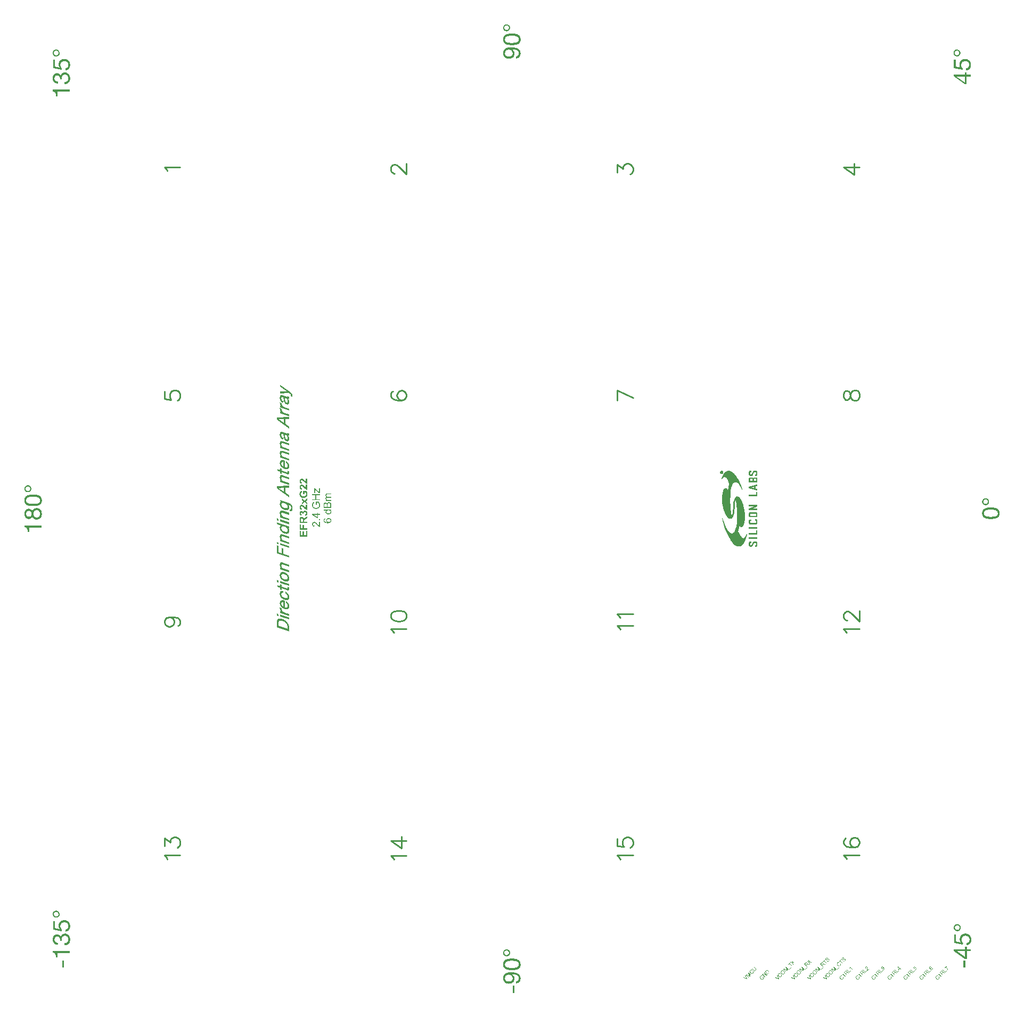
<source format=gto>
G04 Layer_Color=65535*
%FSLAX25Y25*%
%MOIN*%
G70*
G01*
G75*
%ADD10C,0.00200*%
%ADD11C,0.00984*%
G36*
X183216Y-288392D02*
X183002Y-288605D01*
X181585Y-287188D01*
X181581Y-287193D01*
X182464Y-289143D01*
X182272Y-289336D01*
X180321Y-288452D01*
X180317Y-288457D01*
X181734Y-289874D01*
X181520Y-290087D01*
X179818Y-288385D01*
X180129Y-288074D01*
X182096Y-288969D01*
X181205Y-286998D01*
X181514Y-286689D01*
X183216Y-288392D01*
D02*
G37*
G36*
X184897Y-287304D02*
X183705Y-288496D01*
X183587Y-288378D01*
X184779Y-287186D01*
X184897Y-287304D01*
D02*
G37*
G36*
X177735Y-290839D02*
X177777Y-290843D01*
X177826Y-290850D01*
X177877Y-290860D01*
X177930Y-290876D01*
X177983Y-290892D01*
X178039Y-290915D01*
X178100Y-290943D01*
X178155Y-290976D01*
X178213Y-291015D01*
X177986Y-291242D01*
X177983Y-291240D01*
X177977Y-291238D01*
X177965Y-291231D01*
X177949Y-291219D01*
X177930Y-291210D01*
X177907Y-291201D01*
X177854Y-291175D01*
X177786Y-291154D01*
X177715Y-291138D01*
X177633Y-291131D01*
X177552Y-291138D01*
X177550Y-291140D01*
X177543Y-291138D01*
X177529Y-291143D01*
X177515Y-291147D01*
X177496Y-291152D01*
X177471Y-291159D01*
X177448Y-291168D01*
X177420Y-291177D01*
X177357Y-291208D01*
X177288Y-291245D01*
X177218Y-291296D01*
X177146Y-291358D01*
X177144Y-291361D01*
X177142Y-291363D01*
X177135Y-291370D01*
X177128Y-291377D01*
X177107Y-291402D01*
X177081Y-291432D01*
X177053Y-291470D01*
X177023Y-291514D01*
X176996Y-291560D01*
X176970Y-291609D01*
X176968Y-291616D01*
X176961Y-291632D01*
X176951Y-291660D01*
X176937Y-291692D01*
X176928Y-291734D01*
X176917Y-291778D01*
X176910Y-291827D01*
X176907Y-291876D01*
Y-291880D01*
Y-291899D01*
X176910Y-291924D01*
X176912Y-291959D01*
X176917Y-292001D01*
X176924Y-292045D01*
X176935Y-292093D01*
X176949Y-292144D01*
X176951Y-292151D01*
X176958Y-292168D01*
X176968Y-292191D01*
X176979Y-292226D01*
X176998Y-292263D01*
X177019Y-292307D01*
X177044Y-292351D01*
X177072Y-292397D01*
X177077Y-292402D01*
X177086Y-292416D01*
X177104Y-292439D01*
X177125Y-292469D01*
X177153Y-292502D01*
X177183Y-292541D01*
X177220Y-292583D01*
X177260Y-292622D01*
X177262Y-292625D01*
X177264Y-292627D01*
X177271Y-292634D01*
X177281Y-292643D01*
X177306Y-292664D01*
X177334Y-292692D01*
X177371Y-292724D01*
X177413Y-292757D01*
X177506Y-292826D01*
X177510Y-292831D01*
X177529Y-292840D01*
X177552Y-292854D01*
X177585Y-292873D01*
X177624Y-292894D01*
X177668Y-292915D01*
X177766Y-292956D01*
X177772Y-292959D01*
X177786Y-292963D01*
X177816Y-292970D01*
X177849Y-292980D01*
X177888Y-292986D01*
X177935Y-292996D01*
X177983Y-292998D01*
X178032Y-293000D01*
X178055D01*
X178081Y-292998D01*
X178116Y-292991D01*
X178155Y-292984D01*
X178199Y-292972D01*
X178248Y-292956D01*
X178299Y-292938D01*
X178306Y-292935D01*
X178320Y-292926D01*
X178348Y-292912D01*
X178380Y-292894D01*
X178419Y-292868D01*
X178461Y-292836D01*
X178505Y-292801D01*
X178552Y-292759D01*
X178554Y-292757D01*
X178561Y-292750D01*
X178573Y-292738D01*
X178586Y-292720D01*
X178603Y-292699D01*
X178621Y-292676D01*
X178640Y-292648D01*
X178661Y-292618D01*
X178700Y-292546D01*
X178716Y-292506D01*
X178733Y-292462D01*
X178744Y-292418D01*
X178753Y-292372D01*
X178758Y-292325D01*
X178761Y-292277D01*
Y-292272D01*
X178758Y-292265D01*
Y-292251D01*
X178756Y-292230D01*
X178751Y-292207D01*
X178747Y-292179D01*
X178740Y-292149D01*
X178733Y-292114D01*
X178719Y-292077D01*
X178707Y-292038D01*
X178689Y-291996D01*
X178670Y-291954D01*
X178619Y-291866D01*
X178586Y-291820D01*
X178552Y-291776D01*
X178779Y-291548D01*
X178784Y-291553D01*
X178791Y-291565D01*
X178805Y-291583D01*
X178825Y-291609D01*
X178844Y-291641D01*
X178869Y-291681D01*
X178895Y-291725D01*
X178923Y-291771D01*
X178948Y-291825D01*
X178972Y-291880D01*
X178995Y-291940D01*
X179016Y-292003D01*
X179034Y-292068D01*
X179046Y-292135D01*
X179055Y-292205D01*
Y-292274D01*
Y-292279D01*
X179053Y-292291D01*
Y-292309D01*
X179048Y-292337D01*
X179043Y-292370D01*
X179034Y-292407D01*
X179023Y-292451D01*
X179009Y-292497D01*
X178992Y-292550D01*
X178969Y-292606D01*
X178941Y-292662D01*
X178909Y-292722D01*
X178872Y-292782D01*
X178828Y-292845D01*
X178777Y-292905D01*
X178721Y-292966D01*
X178719Y-292968D01*
X178712Y-292975D01*
X178702Y-292984D01*
X178689Y-292998D01*
X178670Y-293012D01*
X178647Y-293031D01*
X178626Y-293051D01*
X178596Y-293072D01*
X178535Y-293119D01*
X178466Y-293165D01*
X178389Y-293209D01*
X178308Y-293244D01*
X178306Y-293246D01*
X178299Y-293249D01*
X178287Y-293251D01*
X178271Y-293258D01*
X178252Y-293262D01*
X178227Y-293269D01*
X178171Y-293283D01*
X178104Y-293295D01*
X178032Y-293306D01*
X177953D01*
X177872Y-293304D01*
X177870Y-293302D01*
X177863Y-293304D01*
X177851Y-293302D01*
X177835Y-293300D01*
X177816Y-293295D01*
X177793Y-293290D01*
X177738Y-293276D01*
X177673Y-293258D01*
X177603Y-293235D01*
X177527Y-293204D01*
X177448Y-293167D01*
X177445Y-293165D01*
X177438Y-293163D01*
X177427Y-293156D01*
X177413Y-293146D01*
X177392Y-293135D01*
X177371Y-293123D01*
X177346Y-293107D01*
X177320Y-293086D01*
X177260Y-293044D01*
X177190Y-292993D01*
X177121Y-292933D01*
X177049Y-292866D01*
X177047Y-292863D01*
X177040Y-292857D01*
X177030Y-292847D01*
X177016Y-292833D01*
X177002Y-292815D01*
X176984Y-292796D01*
X176965Y-292773D01*
X176942Y-292745D01*
X176893Y-292687D01*
X176845Y-292620D01*
X176798Y-292546D01*
X176752Y-292467D01*
X176750Y-292465D01*
X176747Y-292458D01*
X176740Y-292446D01*
X176733Y-292430D01*
X176726Y-292409D01*
X176717Y-292386D01*
X176694Y-292330D01*
X176671Y-292265D01*
X176652Y-292191D01*
X176631Y-292110D01*
X176620Y-292029D01*
Y-292024D01*
Y-292019D01*
X176617Y-292008D01*
Y-291989D01*
Y-291947D01*
X176620Y-291889D01*
X176624Y-291820D01*
X176638Y-291746D01*
X176655Y-291664D01*
X176682Y-291581D01*
X176685Y-291579D01*
X176687Y-291572D01*
X176692Y-291558D01*
X176699Y-291542D01*
X176708Y-291523D01*
X176719Y-291497D01*
X176731Y-291472D01*
X176747Y-291442D01*
X176787Y-291379D01*
X176833Y-291310D01*
X176889Y-291235D01*
X176956Y-291163D01*
X176958Y-291161D01*
X176968Y-291152D01*
X176984Y-291136D01*
X177005Y-291119D01*
X177030Y-291098D01*
X177060Y-291073D01*
X177095Y-291048D01*
X177137Y-291020D01*
X177227Y-290962D01*
X177276Y-290936D01*
X177332Y-290913D01*
X177390Y-290887D01*
X177448Y-290867D01*
X177508Y-290853D01*
X177571Y-290841D01*
X177575D01*
X177587Y-290839D01*
X177603Y-290836D01*
X177696D01*
X177735Y-290839D01*
D02*
G37*
G36*
X177190Y-294418D02*
X176933Y-294675D01*
X174630Y-293573D01*
X174876Y-293327D01*
X176840Y-294318D01*
X176845Y-294313D01*
X175859Y-292344D01*
X176093Y-292110D01*
X177190Y-294418D01*
D02*
G37*
G36*
X179551Y-289106D02*
X179609Y-289113D01*
X179674Y-289123D01*
X179742Y-289139D01*
X179744Y-289141D01*
X179748D01*
X179760Y-289143D01*
X179772Y-289146D01*
X179806Y-289157D01*
X179850Y-289174D01*
X179904Y-289194D01*
X179962Y-289220D01*
X180022Y-289248D01*
X180085Y-289282D01*
X180087Y-289285D01*
X180092D01*
X180101Y-289294D01*
X180113Y-289301D01*
X180129Y-289308D01*
X180145Y-289320D01*
X180187Y-289347D01*
X180231Y-289382D01*
X180284Y-289422D01*
X180335Y-289468D01*
X180391Y-289519D01*
X180393Y-289521D01*
X180398Y-289526D01*
X180405Y-289533D01*
X180414Y-289542D01*
X180428Y-289556D01*
X180440Y-289572D01*
X180472Y-289610D01*
X180509Y-289656D01*
X180549Y-289705D01*
X180588Y-289763D01*
X180625Y-289823D01*
X180628Y-289825D01*
Y-289830D01*
X180634Y-289837D01*
X180639Y-289851D01*
X180658Y-289883D01*
X180678Y-289927D01*
X180702Y-289978D01*
X180727Y-290036D01*
X180748Y-290099D01*
X180769Y-290166D01*
X180771Y-290168D01*
Y-290173D01*
X180776Y-290196D01*
X180783Y-290231D01*
X180792Y-290278D01*
X180799Y-290331D01*
X180804Y-290391D01*
X180806Y-290458D01*
X180804Y-290526D01*
Y-290535D01*
X180801Y-290556D01*
X180795Y-290591D01*
X180788Y-290639D01*
X180776Y-290693D01*
X180757Y-290753D01*
X180734Y-290818D01*
X180706Y-290887D01*
X180704Y-290890D01*
X180702Y-290897D01*
X180697Y-290906D01*
X180690Y-290918D01*
X180683Y-290934D01*
X180669Y-290952D01*
X180644Y-290997D01*
X180609Y-291050D01*
X180567Y-291106D01*
X180516Y-291166D01*
X180461Y-291226D01*
X180458Y-291228D01*
X180451Y-291235D01*
X180442Y-291245D01*
X180426Y-291256D01*
X180407Y-291275D01*
X180386Y-291291D01*
X180361Y-291312D01*
X180333Y-291335D01*
X180268Y-291382D01*
X180198Y-291428D01*
X180117Y-291472D01*
X180034Y-291509D01*
X180031Y-291511D01*
X180022D01*
X180011Y-291518D01*
X179994Y-291521D01*
X179973Y-291528D01*
X179948Y-291534D01*
X179890Y-291546D01*
X179820Y-291560D01*
X179744Y-291567D01*
X179660Y-291572D01*
X179577Y-291567D01*
X179575Y-291565D01*
X179568Y-291567D01*
X179556Y-291565D01*
X179537Y-291560D01*
X179519Y-291555D01*
X179496Y-291551D01*
X179438Y-291539D01*
X179373Y-291521D01*
X179301Y-291500D01*
X179222Y-291472D01*
X179143Y-291435D01*
X179141Y-291432D01*
X179134Y-291430D01*
X179122Y-291423D01*
X179108Y-291414D01*
X179090Y-291405D01*
X179067Y-291391D01*
X179043Y-291377D01*
X179016Y-291358D01*
X178955Y-291317D01*
X178890Y-291270D01*
X178823Y-291212D01*
X178756Y-291149D01*
X178753Y-291147D01*
X178749Y-291143D01*
X178740Y-291133D01*
X178726Y-291119D01*
X178712Y-291101D01*
X178693Y-291082D01*
X178675Y-291059D01*
X178654Y-291034D01*
X178607Y-290978D01*
X178561Y-290913D01*
X178517Y-290841D01*
X178473Y-290764D01*
X178471Y-290762D01*
X178468Y-290755D01*
X178461Y-290744D01*
X178454Y-290727D01*
X178447Y-290707D01*
X178438Y-290683D01*
X178417Y-290630D01*
X178394Y-290565D01*
X178371Y-290491D01*
X178352Y-290412D01*
X178338Y-290329D01*
Y-290324D01*
Y-290319D01*
X178336Y-290308D01*
Y-290289D01*
X178334Y-290245D01*
X178336Y-290187D01*
X178341Y-290117D01*
X178352Y-290041D01*
X178371Y-289957D01*
X178396Y-289872D01*
X178399Y-289869D01*
X178401Y-289862D01*
X178406Y-289848D01*
X178413Y-289832D01*
X178422Y-289814D01*
X178433Y-289788D01*
X178447Y-289760D01*
X178464Y-289730D01*
X178501Y-289665D01*
X178549Y-289593D01*
X178607Y-289517D01*
X178677Y-289442D01*
X178679Y-289440D01*
X178684Y-289436D01*
X178693Y-289426D01*
X178705Y-289415D01*
X178721Y-289403D01*
X178737Y-289387D01*
X178781Y-289352D01*
X178830Y-289313D01*
X178888Y-289273D01*
X178951Y-289234D01*
X179018Y-289199D01*
X179020Y-289197D01*
X179027Y-289194D01*
X179036Y-289190D01*
X179050Y-289185D01*
X179087Y-289171D01*
X179132Y-289155D01*
X179187Y-289136D01*
X179247Y-289123D01*
X179315Y-289111D01*
X179382Y-289104D01*
X179391D01*
X179412Y-289102D01*
X179496D01*
X179551Y-289106D01*
D02*
G37*
G36*
X184429Y-284057D02*
X184454Y-284059D01*
X184480Y-284062D01*
X184508Y-284066D01*
X184543Y-284073D01*
X184577Y-284080D01*
X184614Y-284094D01*
X184693Y-284127D01*
X184730Y-284150D01*
X184772Y-284178D01*
X184812Y-284208D01*
X184851Y-284243D01*
X184853Y-284245D01*
X184858Y-284250D01*
X184867Y-284259D01*
X184879Y-284271D01*
X184890Y-284287D01*
X184904Y-284305D01*
X184937Y-284347D01*
X184972Y-284400D01*
X185006Y-284458D01*
X185034Y-284523D01*
X185055Y-284595D01*
X185057Y-284597D01*
Y-284602D01*
X185060Y-284628D01*
X185062Y-284662D01*
Y-284714D01*
X185057Y-284769D01*
X185041Y-284832D01*
X185020Y-284899D01*
X184985Y-284971D01*
X184990Y-284976D01*
X184993Y-284973D01*
X185004Y-284966D01*
X185023Y-284957D01*
X185044Y-284945D01*
X185097Y-284920D01*
X185157Y-284901D01*
X185162D01*
X185169Y-284899D01*
X185187D01*
X185208Y-284897D01*
X185231D01*
X185257Y-284899D01*
X185315Y-284911D01*
X185319D01*
X185329Y-284915D01*
X185343Y-284920D01*
X185363Y-284927D01*
X185382Y-284936D01*
X185408Y-284948D01*
X185456Y-284973D01*
X185459Y-284976D01*
X185468Y-284980D01*
X185479Y-284987D01*
X185496Y-284999D01*
X185519Y-285013D01*
X185542Y-285031D01*
X185570Y-285050D01*
X185598Y-285073D01*
X185600Y-285075D01*
X185602Y-285078D01*
X185612Y-285087D01*
X185623Y-285094D01*
X185637Y-285108D01*
X185658Y-285124D01*
X185679Y-285145D01*
X185705Y-285166D01*
X185707Y-285168D01*
X185716Y-285177D01*
X185730Y-285187D01*
X185746Y-285203D01*
X185783Y-285235D01*
X185802Y-285249D01*
X185818Y-285265D01*
X185820Y-285268D01*
X185825Y-285272D01*
X185837Y-285279D01*
X185848Y-285286D01*
X185862Y-285300D01*
X185881Y-285314D01*
X185925Y-285344D01*
X185927Y-285347D01*
X185936Y-285351D01*
X185948Y-285358D01*
X185964Y-285370D01*
X186004Y-285391D01*
X186048Y-285412D01*
X186050Y-285414D01*
X186057Y-285416D01*
X186069Y-285419D01*
X186085Y-285425D01*
X186122Y-285435D01*
X186166Y-285442D01*
X185913Y-285695D01*
X185911Y-285692D01*
X185902D01*
X185890Y-285690D01*
X185876Y-285685D01*
X185855Y-285678D01*
X185834Y-285667D01*
X185811Y-285653D01*
X185783Y-285634D01*
X185781Y-285632D01*
X185772Y-285623D01*
X185756Y-285611D01*
X185735Y-285595D01*
X185709Y-285574D01*
X185681Y-285546D01*
X185646Y-285516D01*
X185609Y-285484D01*
X185605Y-285479D01*
X185593Y-285467D01*
X185572Y-285451D01*
X185551Y-285430D01*
X185524Y-285407D01*
X185493Y-285381D01*
X185466Y-285358D01*
X185435Y-285337D01*
X185433Y-285335D01*
X185422Y-285328D01*
X185405Y-285316D01*
X185384Y-285300D01*
X185338Y-285272D01*
X185312Y-285256D01*
X185289Y-285242D01*
X185287Y-285240D01*
X185278Y-285235D01*
X185264Y-285231D01*
X185248Y-285224D01*
X185204Y-285208D01*
X185150Y-285191D01*
X185145D01*
X185139Y-285189D01*
X185122Y-285187D01*
X185081D01*
X185053Y-285191D01*
X185025Y-285196D01*
X184997Y-285205D01*
X184993D01*
X184983Y-285210D01*
X184967Y-285217D01*
X184946Y-285228D01*
X184923Y-285242D01*
X184897Y-285263D01*
X184867Y-285284D01*
X184839Y-285312D01*
X184285Y-285866D01*
X185013Y-286594D01*
X184788Y-286819D01*
X183086Y-285117D01*
X183888Y-284314D01*
X183891Y-284312D01*
X183900Y-284303D01*
X183912Y-284291D01*
X183930Y-284277D01*
X183953Y-284259D01*
X183979Y-284238D01*
X184007Y-284215D01*
X184039Y-284192D01*
X184116Y-284148D01*
X184199Y-284106D01*
X184246Y-284087D01*
X184292Y-284073D01*
X184338Y-284064D01*
X184387Y-284057D01*
X184392D01*
X184399Y-284055D01*
X184413D01*
X184429Y-284057D01*
D02*
G37*
G36*
X187735Y-290839D02*
X187777Y-290843D01*
X187826Y-290850D01*
X187877Y-290860D01*
X187930Y-290876D01*
X187984Y-290892D01*
X188039Y-290915D01*
X188100Y-290943D01*
X188155Y-290976D01*
X188213Y-291015D01*
X187986Y-291242D01*
X187984Y-291240D01*
X187977Y-291238D01*
X187965Y-291231D01*
X187949Y-291219D01*
X187930Y-291210D01*
X187907Y-291201D01*
X187854Y-291175D01*
X187786Y-291154D01*
X187715Y-291138D01*
X187633Y-291131D01*
X187552Y-291138D01*
X187550Y-291140D01*
X187543Y-291138D01*
X187529Y-291143D01*
X187515Y-291147D01*
X187496Y-291152D01*
X187471Y-291159D01*
X187448Y-291168D01*
X187420Y-291177D01*
X187357Y-291208D01*
X187288Y-291245D01*
X187218Y-291296D01*
X187146Y-291358D01*
X187144Y-291361D01*
X187142Y-291363D01*
X187135Y-291370D01*
X187128Y-291377D01*
X187107Y-291402D01*
X187081Y-291432D01*
X187054Y-291470D01*
X187023Y-291514D01*
X186995Y-291560D01*
X186970Y-291609D01*
X186968Y-291616D01*
X186961Y-291632D01*
X186951Y-291660D01*
X186937Y-291692D01*
X186928Y-291734D01*
X186917Y-291778D01*
X186910Y-291827D01*
X186907Y-291876D01*
Y-291880D01*
Y-291899D01*
X186910Y-291924D01*
X186912Y-291959D01*
X186917Y-292001D01*
X186924Y-292045D01*
X186935Y-292093D01*
X186949Y-292144D01*
X186951Y-292151D01*
X186958Y-292168D01*
X186968Y-292191D01*
X186979Y-292226D01*
X186998Y-292263D01*
X187019Y-292307D01*
X187044Y-292351D01*
X187072Y-292397D01*
X187077Y-292402D01*
X187086Y-292416D01*
X187104Y-292439D01*
X187125Y-292469D01*
X187153Y-292502D01*
X187183Y-292541D01*
X187221Y-292583D01*
X187260Y-292622D01*
X187262Y-292625D01*
X187265Y-292627D01*
X187271Y-292634D01*
X187281Y-292643D01*
X187306Y-292664D01*
X187334Y-292692D01*
X187371Y-292724D01*
X187413Y-292757D01*
X187506Y-292826D01*
X187510Y-292831D01*
X187529Y-292840D01*
X187552Y-292854D01*
X187585Y-292873D01*
X187624Y-292894D01*
X187668Y-292915D01*
X187766Y-292956D01*
X187772Y-292959D01*
X187786Y-292963D01*
X187817Y-292970D01*
X187849Y-292980D01*
X187888Y-292986D01*
X187935Y-292996D01*
X187984Y-292998D01*
X188032Y-293000D01*
X188055D01*
X188081Y-292998D01*
X188116Y-292991D01*
X188155Y-292984D01*
X188199Y-292972D01*
X188248Y-292956D01*
X188299Y-292938D01*
X188306Y-292935D01*
X188320Y-292926D01*
X188348Y-292912D01*
X188380Y-292894D01*
X188419Y-292868D01*
X188461Y-292836D01*
X188505Y-292801D01*
X188552Y-292759D01*
X188554Y-292757D01*
X188561Y-292750D01*
X188573Y-292738D01*
X188586Y-292720D01*
X188603Y-292699D01*
X188621Y-292676D01*
X188640Y-292648D01*
X188661Y-292618D01*
X188700Y-292546D01*
X188716Y-292506D01*
X188733Y-292462D01*
X188744Y-292418D01*
X188753Y-292372D01*
X188758Y-292325D01*
X188760Y-292277D01*
Y-292272D01*
X188758Y-292265D01*
Y-292251D01*
X188756Y-292230D01*
X188751Y-292207D01*
X188747Y-292179D01*
X188740Y-292149D01*
X188733Y-292114D01*
X188719Y-292077D01*
X188707Y-292038D01*
X188689Y-291996D01*
X188670Y-291954D01*
X188619Y-291866D01*
X188586Y-291820D01*
X188552Y-291776D01*
X188779Y-291548D01*
X188784Y-291553D01*
X188791Y-291565D01*
X188804Y-291583D01*
X188825Y-291609D01*
X188844Y-291641D01*
X188870Y-291681D01*
X188895Y-291725D01*
X188923Y-291771D01*
X188948Y-291825D01*
X188971Y-291880D01*
X188995Y-291940D01*
X189016Y-292003D01*
X189034Y-292068D01*
X189046Y-292135D01*
X189055Y-292205D01*
Y-292274D01*
Y-292279D01*
X189053Y-292291D01*
Y-292309D01*
X189048Y-292337D01*
X189043Y-292370D01*
X189034Y-292407D01*
X189023Y-292451D01*
X189009Y-292497D01*
X188992Y-292550D01*
X188969Y-292606D01*
X188941Y-292662D01*
X188909Y-292722D01*
X188872Y-292782D01*
X188828Y-292845D01*
X188777Y-292905D01*
X188721Y-292966D01*
X188719Y-292968D01*
X188712Y-292975D01*
X188702Y-292984D01*
X188689Y-292998D01*
X188670Y-293012D01*
X188647Y-293031D01*
X188626Y-293051D01*
X188596Y-293072D01*
X188535Y-293119D01*
X188466Y-293165D01*
X188389Y-293209D01*
X188308Y-293244D01*
X188306Y-293246D01*
X188299Y-293249D01*
X188287Y-293251D01*
X188271Y-293258D01*
X188252Y-293262D01*
X188227Y-293269D01*
X188171Y-293283D01*
X188104Y-293295D01*
X188032Y-293306D01*
X187953D01*
X187872Y-293304D01*
X187870Y-293302D01*
X187863Y-293304D01*
X187851Y-293302D01*
X187835Y-293300D01*
X187817Y-293295D01*
X187793Y-293290D01*
X187738Y-293276D01*
X187673Y-293258D01*
X187603Y-293235D01*
X187527Y-293204D01*
X187448Y-293167D01*
X187445Y-293165D01*
X187438Y-293163D01*
X187427Y-293156D01*
X187413Y-293146D01*
X187392Y-293135D01*
X187371Y-293123D01*
X187346Y-293107D01*
X187320Y-293086D01*
X187260Y-293044D01*
X187190Y-292993D01*
X187121Y-292933D01*
X187049Y-292866D01*
X187047Y-292863D01*
X187039Y-292857D01*
X187030Y-292847D01*
X187016Y-292833D01*
X187002Y-292815D01*
X186984Y-292796D01*
X186965Y-292773D01*
X186942Y-292745D01*
X186893Y-292687D01*
X186845Y-292620D01*
X186798Y-292546D01*
X186752Y-292467D01*
X186750Y-292465D01*
X186747Y-292458D01*
X186740Y-292446D01*
X186733Y-292430D01*
X186726Y-292409D01*
X186717Y-292386D01*
X186694Y-292330D01*
X186671Y-292265D01*
X186652Y-292191D01*
X186631Y-292110D01*
X186620Y-292029D01*
Y-292024D01*
Y-292019D01*
X186617Y-292008D01*
Y-291989D01*
Y-291947D01*
X186620Y-291889D01*
X186624Y-291820D01*
X186638Y-291746D01*
X186654Y-291664D01*
X186682Y-291581D01*
X186685Y-291579D01*
X186687Y-291572D01*
X186692Y-291558D01*
X186699Y-291542D01*
X186708Y-291523D01*
X186720Y-291497D01*
X186731Y-291472D01*
X186747Y-291442D01*
X186787Y-291379D01*
X186833Y-291310D01*
X186889Y-291235D01*
X186956Y-291163D01*
X186958Y-291161D01*
X186968Y-291152D01*
X186984Y-291136D01*
X187005Y-291119D01*
X187030Y-291098D01*
X187060Y-291073D01*
X187095Y-291048D01*
X187137Y-291020D01*
X187227Y-290962D01*
X187276Y-290936D01*
X187332Y-290913D01*
X187390Y-290887D01*
X187448Y-290867D01*
X187508Y-290853D01*
X187571Y-290841D01*
X187575D01*
X187587Y-290839D01*
X187603Y-290836D01*
X187696D01*
X187735Y-290839D01*
D02*
G37*
G36*
X193216Y-288392D02*
X193002Y-288605D01*
X191585Y-287188D01*
X191581Y-287193D01*
X192464Y-289143D01*
X192272Y-289336D01*
X190321Y-288452D01*
X190317Y-288457D01*
X191734Y-289874D01*
X191521Y-290087D01*
X189818Y-288385D01*
X190129Y-288074D01*
X192096Y-288969D01*
X191205Y-286998D01*
X191514Y-286689D01*
X193216Y-288392D01*
D02*
G37*
G36*
X189551Y-289106D02*
X189609Y-289113D01*
X189674Y-289123D01*
X189742Y-289139D01*
X189744Y-289141D01*
X189749D01*
X189760Y-289143D01*
X189772Y-289146D01*
X189806Y-289157D01*
X189850Y-289174D01*
X189904Y-289194D01*
X189962Y-289220D01*
X190022Y-289248D01*
X190085Y-289282D01*
X190087Y-289285D01*
X190092D01*
X190101Y-289294D01*
X190113Y-289301D01*
X190129Y-289308D01*
X190145Y-289320D01*
X190187Y-289347D01*
X190231Y-289382D01*
X190284Y-289422D01*
X190335Y-289468D01*
X190391Y-289519D01*
X190393Y-289521D01*
X190398Y-289526D01*
X190405Y-289533D01*
X190414Y-289542D01*
X190428Y-289556D01*
X190440Y-289572D01*
X190472Y-289610D01*
X190509Y-289656D01*
X190549Y-289705D01*
X190588Y-289763D01*
X190625Y-289823D01*
X190628Y-289825D01*
Y-289830D01*
X190635Y-289837D01*
X190639Y-289851D01*
X190658Y-289883D01*
X190679Y-289927D01*
X190702Y-289978D01*
X190727Y-290036D01*
X190748Y-290099D01*
X190769Y-290166D01*
X190771Y-290168D01*
Y-290173D01*
X190776Y-290196D01*
X190783Y-290231D01*
X190792Y-290278D01*
X190799Y-290331D01*
X190804Y-290391D01*
X190806Y-290458D01*
X190804Y-290526D01*
Y-290535D01*
X190802Y-290556D01*
X190795Y-290591D01*
X190787Y-290639D01*
X190776Y-290693D01*
X190757Y-290753D01*
X190734Y-290818D01*
X190706Y-290887D01*
X190704Y-290890D01*
X190702Y-290897D01*
X190697Y-290906D01*
X190690Y-290918D01*
X190683Y-290934D01*
X190669Y-290952D01*
X190644Y-290997D01*
X190609Y-291050D01*
X190567Y-291106D01*
X190516Y-291166D01*
X190461Y-291226D01*
X190458Y-291228D01*
X190451Y-291235D01*
X190442Y-291245D01*
X190426Y-291256D01*
X190407Y-291275D01*
X190386Y-291291D01*
X190361Y-291312D01*
X190333Y-291335D01*
X190268Y-291382D01*
X190198Y-291428D01*
X190117Y-291472D01*
X190034Y-291509D01*
X190031Y-291511D01*
X190022D01*
X190011Y-291518D01*
X189994Y-291521D01*
X189973Y-291528D01*
X189948Y-291534D01*
X189890Y-291546D01*
X189820Y-291560D01*
X189744Y-291567D01*
X189660Y-291572D01*
X189577Y-291567D01*
X189575Y-291565D01*
X189568Y-291567D01*
X189556Y-291565D01*
X189537Y-291560D01*
X189519Y-291555D01*
X189496Y-291551D01*
X189438Y-291539D01*
X189373Y-291521D01*
X189301Y-291500D01*
X189222Y-291472D01*
X189143Y-291435D01*
X189141Y-291432D01*
X189134Y-291430D01*
X189122Y-291423D01*
X189108Y-291414D01*
X189090Y-291405D01*
X189067Y-291391D01*
X189043Y-291377D01*
X189016Y-291358D01*
X188955Y-291317D01*
X188890Y-291270D01*
X188823Y-291212D01*
X188756Y-291149D01*
X188753Y-291147D01*
X188749Y-291143D01*
X188740Y-291133D01*
X188726Y-291119D01*
X188712Y-291101D01*
X188693Y-291082D01*
X188675Y-291059D01*
X188654Y-291034D01*
X188607Y-290978D01*
X188561Y-290913D01*
X188517Y-290841D01*
X188473Y-290764D01*
X188471Y-290762D01*
X188468Y-290755D01*
X188461Y-290744D01*
X188454Y-290727D01*
X188447Y-290707D01*
X188438Y-290683D01*
X188417Y-290630D01*
X188394Y-290565D01*
X188371Y-290491D01*
X188352Y-290412D01*
X188338Y-290329D01*
Y-290324D01*
Y-290319D01*
X188336Y-290308D01*
Y-290289D01*
X188334Y-290245D01*
X188336Y-290187D01*
X188341Y-290117D01*
X188352Y-290041D01*
X188371Y-289957D01*
X188396Y-289872D01*
X188399Y-289869D01*
X188401Y-289862D01*
X188406Y-289848D01*
X188413Y-289832D01*
X188422Y-289814D01*
X188433Y-289788D01*
X188447Y-289760D01*
X188464Y-289730D01*
X188501Y-289665D01*
X188549Y-289593D01*
X188607Y-289517D01*
X188677Y-289442D01*
X188679Y-289440D01*
X188684Y-289436D01*
X188693Y-289426D01*
X188705Y-289415D01*
X188721Y-289403D01*
X188737Y-289387D01*
X188781Y-289352D01*
X188830Y-289313D01*
X188888Y-289273D01*
X188951Y-289234D01*
X189018Y-289199D01*
X189020Y-289197D01*
X189027Y-289194D01*
X189037Y-289190D01*
X189050Y-289185D01*
X189087Y-289171D01*
X189132Y-289155D01*
X189187Y-289136D01*
X189248Y-289123D01*
X189315Y-289111D01*
X189382Y-289104D01*
X189391D01*
X189412Y-289102D01*
X189496D01*
X189551Y-289106D01*
D02*
G37*
G36*
X186224Y-283635D02*
X187697Y-283911D01*
X187421Y-284187D01*
X186261Y-283941D01*
X186491Y-285117D01*
X186236Y-285372D01*
X185955Y-283904D01*
X184566Y-283637D01*
X184837Y-283366D01*
X185930Y-283605D01*
X185707Y-282496D01*
X185960Y-282243D01*
X186224Y-283635D01*
D02*
G37*
G36*
X187190Y-294418D02*
X186933Y-294675D01*
X184630Y-293573D01*
X184876Y-293327D01*
X186840Y-294318D01*
X186845Y-294313D01*
X185859Y-292344D01*
X186093Y-292110D01*
X187190Y-294418D01*
D02*
G37*
G36*
X159863Y-288967D02*
X159893Y-288969D01*
X159933Y-288976D01*
X159977Y-288983D01*
X160026Y-288995D01*
X160081Y-289009D01*
X160142Y-289032D01*
X160204Y-289057D01*
X160274Y-289090D01*
X160346Y-289129D01*
X160418Y-289174D01*
X160492Y-289229D01*
X160568Y-289292D01*
X160645Y-289364D01*
X160647Y-289366D01*
X160654Y-289373D01*
X160666Y-289385D01*
X160680Y-289403D01*
X160701Y-289424D01*
X160721Y-289450D01*
X160745Y-289482D01*
X160772Y-289514D01*
X160798Y-289554D01*
X160826Y-289596D01*
X160881Y-289688D01*
X160937Y-289795D01*
X160965Y-289851D01*
X160988Y-289911D01*
X161009Y-289974D01*
X161028Y-290039D01*
X161041Y-290104D01*
X161053Y-290171D01*
X161060Y-290243D01*
X161062Y-290315D01*
X161060Y-290387D01*
X161051Y-290461D01*
X161037Y-290535D01*
X161016Y-290612D01*
X160986Y-290688D01*
X160949Y-290762D01*
X160902Y-290841D01*
X160851Y-290920D01*
X160789Y-290997D01*
X160717Y-291073D01*
X160132Y-291657D01*
X158430Y-289955D01*
X159014Y-289371D01*
X159017Y-289368D01*
X159019Y-289366D01*
X159033Y-289352D01*
X159054Y-289336D01*
X159082Y-289308D01*
X159121Y-289278D01*
X159163Y-289245D01*
X159212Y-289206D01*
X159265Y-289171D01*
X159323Y-289132D01*
X159388Y-289095D01*
X159453Y-289062D01*
X159525Y-289032D01*
X159597Y-289006D01*
X159671Y-288983D01*
X159747Y-288972D01*
X159824Y-288965D01*
X159842D01*
X159863Y-288967D01*
D02*
G37*
G36*
X167190Y-294418D02*
X166933Y-294675D01*
X164630Y-293573D01*
X164876Y-293327D01*
X166840Y-294318D01*
X166845Y-294313D01*
X165859Y-292344D01*
X166093Y-292110D01*
X167190Y-294418D01*
D02*
G37*
G36*
X159764Y-292026D02*
X159515Y-292274D01*
X157259Y-291799D01*
X157254Y-291804D01*
X158620Y-293170D01*
X158407Y-293383D01*
X156704Y-291681D01*
X156946Y-291439D01*
X159225Y-291924D01*
X159230Y-291919D01*
X157848Y-290537D01*
X158061Y-290324D01*
X159764Y-292026D01*
D02*
G37*
G36*
X149996Y-288761D02*
X150037Y-288765D01*
X150086Y-288772D01*
X150137Y-288781D01*
X150190Y-288798D01*
X150244Y-288814D01*
X150299Y-288837D01*
X150360Y-288865D01*
X150415Y-288897D01*
X150473Y-288937D01*
X150246Y-289164D01*
X150244Y-289162D01*
X150237Y-289160D01*
X150225Y-289153D01*
X150209Y-289141D01*
X150190Y-289132D01*
X150167Y-289123D01*
X150114Y-289097D01*
X150047Y-289076D01*
X149975Y-289060D01*
X149893Y-289053D01*
X149812Y-289060D01*
X149810Y-289062D01*
X149803Y-289060D01*
X149789Y-289065D01*
X149775Y-289069D01*
X149757Y-289074D01*
X149731Y-289081D01*
X149708Y-289090D01*
X149680Y-289099D01*
X149617Y-289129D01*
X149548Y-289166D01*
X149478Y-289217D01*
X149406Y-289280D01*
X149404Y-289282D01*
X149402Y-289285D01*
X149395Y-289292D01*
X149388Y-289299D01*
X149367Y-289324D01*
X149341Y-289354D01*
X149314Y-289391D01*
X149283Y-289436D01*
X149256Y-289482D01*
X149230Y-289531D01*
X149228Y-289538D01*
X149221Y-289554D01*
X149212Y-289582D01*
X149198Y-289614D01*
X149188Y-289656D01*
X149177Y-289700D01*
X149170Y-289749D01*
X149168Y-289797D01*
Y-289802D01*
Y-289821D01*
X149170Y-289846D01*
X149172Y-289881D01*
X149177Y-289923D01*
X149184Y-289967D01*
X149195Y-290015D01*
X149209Y-290066D01*
X149212Y-290073D01*
X149218Y-290090D01*
X149228Y-290113D01*
X149239Y-290148D01*
X149258Y-290185D01*
X149279Y-290229D01*
X149304Y-290273D01*
X149332Y-290319D01*
X149337Y-290324D01*
X149346Y-290338D01*
X149365Y-290361D01*
X149385Y-290391D01*
X149413Y-290424D01*
X149443Y-290463D01*
X149481Y-290505D01*
X149520Y-290544D01*
X149522Y-290546D01*
X149525Y-290549D01*
X149532Y-290556D01*
X149541Y-290565D01*
X149566Y-290586D01*
X149594Y-290614D01*
X149631Y-290646D01*
X149673Y-290679D01*
X149766Y-290748D01*
X149770Y-290753D01*
X149789Y-290762D01*
X149812Y-290776D01*
X149845Y-290795D01*
X149884Y-290816D01*
X149928Y-290836D01*
X150026Y-290878D01*
X150033Y-290880D01*
X150047Y-290885D01*
X150077Y-290892D01*
X150109Y-290901D01*
X150149Y-290908D01*
X150195Y-290918D01*
X150244Y-290920D01*
X150292Y-290922D01*
X150315D01*
X150341Y-290920D01*
X150376Y-290913D01*
X150415Y-290906D01*
X150459Y-290894D01*
X150508Y-290878D01*
X150559Y-290860D01*
X150566Y-290857D01*
X150580Y-290848D01*
X150608Y-290834D01*
X150640Y-290816D01*
X150680Y-290790D01*
X150721Y-290758D01*
X150766Y-290723D01*
X150812Y-290681D01*
X150814Y-290679D01*
X150821Y-290672D01*
X150833Y-290660D01*
X150847Y-290642D01*
X150863Y-290621D01*
X150881Y-290598D01*
X150900Y-290570D01*
X150921Y-290540D01*
X150960Y-290468D01*
X150977Y-290428D01*
X150993Y-290384D01*
X151004Y-290340D01*
X151014Y-290294D01*
X151018Y-290247D01*
X151021Y-290199D01*
Y-290194D01*
X151018Y-290187D01*
Y-290173D01*
X151016Y-290152D01*
X151011Y-290129D01*
X151007Y-290101D01*
X151000Y-290071D01*
X150993Y-290036D01*
X150979Y-289999D01*
X150967Y-289960D01*
X150949Y-289918D01*
X150930Y-289876D01*
X150879Y-289788D01*
X150847Y-289742D01*
X150812Y-289698D01*
X151039Y-289470D01*
X151044Y-289475D01*
X151051Y-289487D01*
X151065Y-289505D01*
X151085Y-289531D01*
X151104Y-289563D01*
X151130Y-289603D01*
X151155Y-289647D01*
X151183Y-289693D01*
X151208Y-289746D01*
X151232Y-289802D01*
X151255Y-289862D01*
X151276Y-289925D01*
X151294Y-289990D01*
X151306Y-290057D01*
X151315Y-290127D01*
Y-290196D01*
Y-290201D01*
X151313Y-290212D01*
Y-290231D01*
X151308Y-290259D01*
X151304Y-290291D01*
X151294Y-290329D01*
X151283Y-290373D01*
X151269Y-290419D01*
X151252Y-290472D01*
X151229Y-290528D01*
X151201Y-290584D01*
X151169Y-290644D01*
X151132Y-290704D01*
X151088Y-290767D01*
X151037Y-290827D01*
X150981Y-290887D01*
X150979Y-290890D01*
X150972Y-290897D01*
X150963Y-290906D01*
X150949Y-290920D01*
X150930Y-290934D01*
X150907Y-290952D01*
X150886Y-290973D01*
X150856Y-290994D01*
X150796Y-291040D01*
X150726Y-291087D01*
X150649Y-291131D01*
X150568Y-291166D01*
X150566Y-291168D01*
X150559Y-291170D01*
X150548Y-291173D01*
X150531Y-291180D01*
X150513Y-291184D01*
X150487Y-291191D01*
X150432Y-291205D01*
X150364Y-291217D01*
X150292Y-291228D01*
X150214D01*
X150132Y-291226D01*
X150130Y-291224D01*
X150123Y-291226D01*
X150111Y-291224D01*
X150095Y-291221D01*
X150077Y-291217D01*
X150054Y-291212D01*
X149998Y-291198D01*
X149933Y-291180D01*
X149863Y-291157D01*
X149787Y-291126D01*
X149708Y-291089D01*
X149706Y-291087D01*
X149699Y-291085D01*
X149687Y-291078D01*
X149673Y-291068D01*
X149652Y-291057D01*
X149631Y-291045D01*
X149606Y-291029D01*
X149580Y-291008D01*
X149520Y-290966D01*
X149450Y-290915D01*
X149381Y-290855D01*
X149309Y-290788D01*
X149307Y-290785D01*
X149300Y-290778D01*
X149290Y-290769D01*
X149276Y-290755D01*
X149263Y-290737D01*
X149244Y-290718D01*
X149225Y-290695D01*
X149202Y-290667D01*
X149154Y-290609D01*
X149105Y-290542D01*
X149058Y-290468D01*
X149012Y-290389D01*
X149010Y-290387D01*
X149007Y-290380D01*
X149001Y-290368D01*
X148994Y-290352D01*
X148987Y-290331D01*
X148977Y-290308D01*
X148954Y-290252D01*
X148931Y-290187D01*
X148912Y-290113D01*
X148891Y-290032D01*
X148880Y-289950D01*
Y-289946D01*
Y-289941D01*
X148878Y-289930D01*
Y-289911D01*
Y-289869D01*
X148880Y-289811D01*
X148884Y-289742D01*
X148898Y-289668D01*
X148915Y-289586D01*
X148942Y-289503D01*
X148945Y-289500D01*
X148947Y-289494D01*
X148952Y-289480D01*
X148959Y-289463D01*
X148968Y-289445D01*
X148980Y-289419D01*
X148991Y-289394D01*
X149007Y-289364D01*
X149047Y-289301D01*
X149093Y-289231D01*
X149149Y-289157D01*
X149216Y-289085D01*
X149218Y-289083D01*
X149228Y-289074D01*
X149244Y-289057D01*
X149265Y-289041D01*
X149290Y-289020D01*
X149321Y-288995D01*
X149355Y-288969D01*
X149397Y-288942D01*
X149488Y-288884D01*
X149536Y-288858D01*
X149592Y-288835D01*
X149650Y-288809D01*
X149708Y-288789D01*
X149768Y-288775D01*
X149831Y-288763D01*
X149835D01*
X149847Y-288761D01*
X149863Y-288758D01*
X149956D01*
X149996Y-288761D01*
D02*
G37*
G36*
X156352Y-292362D02*
X156407Y-292367D01*
X156470Y-292374D01*
X156535Y-292388D01*
X156537Y-292390D01*
X156542D01*
X156554Y-292393D01*
X156565Y-292395D01*
X156598Y-292409D01*
X156642Y-292425D01*
X156695Y-292446D01*
X156753Y-292476D01*
X156816Y-292511D01*
X156878Y-292555D01*
X156653Y-292780D01*
X156651Y-292778D01*
X156642Y-292773D01*
X156630Y-292766D01*
X156616Y-292757D01*
X156595Y-292745D01*
X156572Y-292736D01*
X156517Y-292708D01*
X156449Y-292687D01*
X156373Y-292671D01*
X156289Y-292666D01*
X156247D01*
X156203Y-292673D01*
X156201Y-292676D01*
X156192D01*
X156180Y-292678D01*
X156164Y-292685D01*
X156143Y-292687D01*
X156120Y-292696D01*
X156092Y-292706D01*
X156062Y-292717D01*
X156032Y-292734D01*
X155997Y-292750D01*
X155923Y-292792D01*
X155849Y-292847D01*
X155772Y-292915D01*
X155770Y-292917D01*
X155767Y-292919D01*
X155760Y-292926D01*
X155751Y-292935D01*
X155733Y-292959D01*
X155705Y-292991D01*
X155677Y-293028D01*
X155647Y-293072D01*
X155617Y-293121D01*
X155593Y-293172D01*
X155591Y-293179D01*
X155584Y-293195D01*
X155575Y-293223D01*
X155563Y-293258D01*
X155554Y-293300D01*
X155545Y-293346D01*
X155538Y-293395D01*
Y-293446D01*
Y-293450D01*
Y-293469D01*
X155542Y-293497D01*
X155545Y-293531D01*
X155549Y-293573D01*
X155559Y-293620D01*
X155570Y-293668D01*
X155587Y-293722D01*
X155589Y-293729D01*
X155596Y-293745D01*
X155605Y-293773D01*
X155621Y-293808D01*
X155638Y-293847D01*
X155661Y-293893D01*
X155686Y-293937D01*
X155716Y-293986D01*
X155721Y-293991D01*
X155733Y-294007D01*
X155749Y-294028D01*
X155772Y-294060D01*
X155802Y-294095D01*
X155832Y-294134D01*
X155869Y-294176D01*
X155911Y-294218D01*
X155916Y-294223D01*
X155930Y-294236D01*
X155953Y-294255D01*
X155978Y-294281D01*
X156013Y-294311D01*
X156053Y-294341D01*
X156141Y-294401D01*
X156148Y-294404D01*
X156162Y-294413D01*
X156187Y-294429D01*
X156220Y-294443D01*
X156259Y-294464D01*
X156301Y-294482D01*
X156352Y-294501D01*
X156401Y-294517D01*
X156407Y-294519D01*
X156424Y-294522D01*
X156452Y-294527D01*
X156486Y-294533D01*
X156526Y-294540D01*
X156572Y-294545D01*
X156621Y-294547D01*
X156670Y-294550D01*
X156674D01*
X156691Y-294547D01*
X156716Y-294545D01*
X156751Y-294538D01*
X156790Y-294531D01*
X156834Y-294519D01*
X156883Y-294508D01*
X156932Y-294487D01*
X156939Y-294485D01*
X156953Y-294475D01*
X156980Y-294461D01*
X157013Y-294443D01*
X157050Y-294420D01*
X157089Y-294390D01*
X157133Y-294355D01*
X157175Y-294318D01*
X157177Y-294315D01*
X157187Y-294306D01*
X157201Y-294292D01*
X157215Y-294274D01*
X157236Y-294248D01*
X157256Y-294218D01*
X157280Y-294185D01*
X157303Y-294148D01*
X157349Y-294065D01*
X157370Y-294021D01*
X157389Y-293970D01*
X157405Y-293917D01*
X157416Y-293863D01*
X157423Y-293810D01*
X157426Y-293752D01*
Y-293747D01*
Y-293738D01*
X157423Y-293722D01*
X157421Y-293701D01*
X157416Y-293673D01*
X157409Y-293643D01*
X157400Y-293606D01*
X157391Y-293569D01*
X157377Y-293527D01*
X157358Y-293485D01*
X157338Y-293441D01*
X157312Y-293392D01*
X157282Y-293348D01*
X157249Y-293302D01*
X157210Y-293258D01*
X157166Y-293214D01*
X156621Y-293759D01*
X156431Y-293569D01*
X157177Y-292822D01*
X158073Y-293717D01*
X157931Y-293859D01*
X157660Y-293708D01*
X157662Y-293710D01*
X157660Y-293717D01*
X157662Y-293729D01*
X157665Y-293745D01*
X157667Y-293789D01*
Y-293845D01*
X157662Y-293910D01*
X157655Y-293981D01*
X157639Y-294058D01*
X157611Y-294137D01*
X157609Y-294139D01*
X157607Y-294146D01*
X157602Y-294155D01*
X157595Y-294172D01*
X157586Y-294190D01*
X157574Y-294211D01*
X157549Y-294260D01*
X157514Y-294318D01*
X157470Y-294380D01*
X157421Y-294443D01*
X157363Y-294506D01*
X157361Y-294508D01*
X157356Y-294513D01*
X157344Y-294524D01*
X157331Y-294533D01*
X157314Y-294550D01*
X157293Y-294566D01*
X157268Y-294587D01*
X157243Y-294608D01*
X157185Y-294652D01*
X157113Y-294696D01*
X157038Y-294738D01*
X156955Y-294775D01*
X156953Y-294777D01*
X156946Y-294779D01*
X156934Y-294782D01*
X156915Y-294786D01*
X156895Y-294793D01*
X156871Y-294798D01*
X156813Y-294814D01*
X156744Y-294828D01*
X156670Y-294837D01*
X156588Y-294844D01*
X156507Y-294842D01*
X156505Y-294840D01*
X156498Y-294842D01*
X156486Y-294840D01*
X156470Y-294837D01*
X156426Y-294830D01*
X156370Y-294821D01*
X156303Y-294805D01*
X156231Y-294784D01*
X156155Y-294758D01*
X156076Y-294726D01*
X156073Y-294724D01*
X156067Y-294721D01*
X156055Y-294714D01*
X156039Y-294707D01*
X156020Y-294698D01*
X155999Y-294687D01*
X155976Y-294673D01*
X155948Y-294654D01*
X155893Y-294617D01*
X155828Y-294570D01*
X155763Y-294519D01*
X155698Y-294459D01*
X155695Y-294457D01*
X155691Y-294452D01*
X155684Y-294445D01*
X155672Y-294434D01*
X155658Y-294420D01*
X155645Y-294401D01*
X155610Y-294362D01*
X155568Y-294315D01*
X155526Y-294260D01*
X155482Y-294202D01*
X155440Y-294141D01*
X155438Y-294139D01*
X155436Y-294132D01*
X155431Y-294123D01*
X155424Y-294111D01*
X155406Y-294079D01*
X155382Y-294032D01*
X155357Y-293979D01*
X155331Y-293921D01*
X155308Y-293856D01*
X155287Y-293789D01*
X155285Y-293787D01*
Y-293782D01*
X155283Y-293770D01*
X155278Y-293756D01*
X155271Y-293722D01*
X155264Y-293673D01*
X155255Y-293617D01*
X155250Y-293557D01*
X155245Y-293492D01*
X155248Y-293425D01*
Y-293415D01*
X155250Y-293395D01*
X155255Y-293357D01*
X155264Y-293311D01*
X155276Y-293258D01*
X155292Y-293195D01*
X155310Y-293130D01*
X155341Y-293063D01*
X155343Y-293061D01*
X155345Y-293054D01*
X155350Y-293044D01*
X155357Y-293033D01*
X155366Y-293014D01*
X155375Y-292996D01*
X155401Y-292952D01*
X155436Y-292898D01*
X155475Y-292840D01*
X155524Y-292782D01*
X155579Y-292722D01*
X155582Y-292720D01*
X155587Y-292715D01*
X155593Y-292708D01*
X155605Y-292696D01*
X155617Y-292685D01*
X155633Y-292673D01*
X155672Y-292638D01*
X155714Y-292601D01*
X155765Y-292564D01*
X155818Y-292525D01*
X155876Y-292490D01*
X155879Y-292488D01*
X155883D01*
X155890Y-292481D01*
X155904Y-292476D01*
X155934Y-292460D01*
X155974Y-292444D01*
X156023Y-292423D01*
X156076Y-292402D01*
X156134Y-292386D01*
X156194Y-292372D01*
X156201Y-292370D01*
X156222Y-292367D01*
X156257Y-292365D01*
X156298Y-292360D01*
X156352Y-292362D01*
D02*
G37*
G36*
X169551Y-289106D02*
X169609Y-289113D01*
X169674Y-289123D01*
X169742Y-289139D01*
X169744Y-289141D01*
X169748D01*
X169760Y-289143D01*
X169772Y-289146D01*
X169807Y-289157D01*
X169851Y-289174D01*
X169904Y-289194D01*
X169962Y-289220D01*
X170022Y-289248D01*
X170085Y-289282D01*
X170087Y-289285D01*
X170092D01*
X170101Y-289294D01*
X170113Y-289301D01*
X170129Y-289308D01*
X170145Y-289320D01*
X170187Y-289347D01*
X170231Y-289382D01*
X170284Y-289422D01*
X170335Y-289468D01*
X170391Y-289519D01*
X170393Y-289521D01*
X170398Y-289526D01*
X170405Y-289533D01*
X170414Y-289542D01*
X170428Y-289556D01*
X170440Y-289572D01*
X170472Y-289610D01*
X170509Y-289656D01*
X170549Y-289705D01*
X170588Y-289763D01*
X170625Y-289823D01*
X170627Y-289825D01*
Y-289830D01*
X170634Y-289837D01*
X170639Y-289851D01*
X170658Y-289883D01*
X170678Y-289927D01*
X170702Y-289978D01*
X170727Y-290036D01*
X170748Y-290099D01*
X170769Y-290166D01*
X170771Y-290168D01*
Y-290173D01*
X170776Y-290196D01*
X170783Y-290231D01*
X170792Y-290278D01*
X170799Y-290331D01*
X170804Y-290391D01*
X170806Y-290458D01*
X170804Y-290526D01*
Y-290535D01*
X170801Y-290556D01*
X170794Y-290591D01*
X170788Y-290639D01*
X170776Y-290693D01*
X170757Y-290753D01*
X170734Y-290818D01*
X170706Y-290887D01*
X170704Y-290890D01*
X170702Y-290897D01*
X170697Y-290906D01*
X170690Y-290918D01*
X170683Y-290934D01*
X170669Y-290952D01*
X170644Y-290997D01*
X170609Y-291050D01*
X170567Y-291106D01*
X170516Y-291166D01*
X170460Y-291226D01*
X170458Y-291228D01*
X170451Y-291235D01*
X170442Y-291245D01*
X170426Y-291256D01*
X170407Y-291275D01*
X170386Y-291291D01*
X170361Y-291312D01*
X170333Y-291335D01*
X170268Y-291382D01*
X170199Y-291428D01*
X170117Y-291472D01*
X170034Y-291509D01*
X170031Y-291511D01*
X170022D01*
X170011Y-291518D01*
X169994Y-291521D01*
X169974Y-291528D01*
X169948Y-291534D01*
X169890Y-291546D01*
X169820Y-291560D01*
X169744Y-291567D01*
X169660Y-291572D01*
X169577Y-291567D01*
X169575Y-291565D01*
X169568Y-291567D01*
X169556Y-291565D01*
X169537Y-291560D01*
X169519Y-291555D01*
X169496Y-291551D01*
X169438Y-291539D01*
X169373Y-291521D01*
X169301Y-291500D01*
X169222Y-291472D01*
X169143Y-291435D01*
X169141Y-291432D01*
X169134Y-291430D01*
X169122Y-291423D01*
X169108Y-291414D01*
X169090Y-291405D01*
X169067Y-291391D01*
X169043Y-291377D01*
X169016Y-291358D01*
X168955Y-291317D01*
X168890Y-291270D01*
X168823Y-291212D01*
X168756Y-291149D01*
X168754Y-291147D01*
X168749Y-291143D01*
X168740Y-291133D01*
X168726Y-291119D01*
X168712Y-291101D01*
X168693Y-291082D01*
X168675Y-291059D01*
X168654Y-291034D01*
X168607Y-290978D01*
X168561Y-290913D01*
X168517Y-290841D01*
X168473Y-290764D01*
X168471Y-290762D01*
X168468Y-290755D01*
X168461Y-290744D01*
X168454Y-290727D01*
X168447Y-290707D01*
X168438Y-290683D01*
X168417Y-290630D01*
X168394Y-290565D01*
X168371Y-290491D01*
X168352Y-290412D01*
X168338Y-290329D01*
Y-290324D01*
Y-290319D01*
X168336Y-290308D01*
Y-290289D01*
X168334Y-290245D01*
X168336Y-290187D01*
X168341Y-290117D01*
X168352Y-290041D01*
X168371Y-289957D01*
X168396Y-289872D01*
X168399Y-289869D01*
X168401Y-289862D01*
X168406Y-289848D01*
X168413Y-289832D01*
X168422Y-289814D01*
X168433Y-289788D01*
X168447Y-289760D01*
X168464Y-289730D01*
X168501Y-289665D01*
X168549Y-289593D01*
X168607Y-289517D01*
X168677Y-289442D01*
X168679Y-289440D01*
X168684Y-289436D01*
X168693Y-289426D01*
X168705Y-289415D01*
X168721Y-289403D01*
X168737Y-289387D01*
X168781Y-289352D01*
X168830Y-289313D01*
X168888Y-289273D01*
X168951Y-289234D01*
X169018Y-289199D01*
X169020Y-289197D01*
X169027Y-289194D01*
X169036Y-289190D01*
X169050Y-289185D01*
X169088Y-289171D01*
X169132Y-289155D01*
X169187Y-289136D01*
X169247Y-289123D01*
X169315Y-289111D01*
X169382Y-289104D01*
X169391D01*
X169412Y-289102D01*
X169496D01*
X169551Y-289106D01*
D02*
G37*
G36*
X174457Y-284127D02*
X173889Y-284695D01*
X175401Y-286207D01*
X175176Y-286432D01*
X173663Y-284920D01*
X173095Y-285488D01*
X172905Y-285298D01*
X174267Y-283937D01*
X174457Y-284127D01*
D02*
G37*
G36*
X175957Y-283902D02*
X177430Y-284178D01*
X177154Y-284454D01*
X175994Y-284208D01*
X176224Y-285384D01*
X175969Y-285639D01*
X175688Y-284171D01*
X174299Y-283904D01*
X174570Y-283633D01*
X175663Y-283872D01*
X175440Y-282763D01*
X175693Y-282510D01*
X175957Y-283902D01*
D02*
G37*
G36*
X174897Y-287304D02*
X173705Y-288496D01*
X173587Y-288378D01*
X174779Y-287186D01*
X174897Y-287304D01*
D02*
G37*
G36*
X167735Y-290839D02*
X167777Y-290843D01*
X167826Y-290850D01*
X167877Y-290860D01*
X167930Y-290876D01*
X167983Y-290892D01*
X168039Y-290915D01*
X168099Y-290943D01*
X168155Y-290976D01*
X168213Y-291015D01*
X167986Y-291242D01*
X167983Y-291240D01*
X167976Y-291238D01*
X167965Y-291231D01*
X167949Y-291219D01*
X167930Y-291210D01*
X167907Y-291201D01*
X167854Y-291175D01*
X167786Y-291154D01*
X167715Y-291138D01*
X167633Y-291131D01*
X167552Y-291138D01*
X167550Y-291140D01*
X167543Y-291138D01*
X167529Y-291143D01*
X167515Y-291147D01*
X167497Y-291152D01*
X167471Y-291159D01*
X167448Y-291168D01*
X167420Y-291177D01*
X167357Y-291208D01*
X167288Y-291245D01*
X167218Y-291296D01*
X167146Y-291358D01*
X167144Y-291361D01*
X167142Y-291363D01*
X167135Y-291370D01*
X167128Y-291377D01*
X167107Y-291402D01*
X167081Y-291432D01*
X167053Y-291470D01*
X167023Y-291514D01*
X166996Y-291560D01*
X166970Y-291609D01*
X166968Y-291616D01*
X166961Y-291632D01*
X166951Y-291660D01*
X166937Y-291692D01*
X166928Y-291734D01*
X166917Y-291778D01*
X166910Y-291827D01*
X166907Y-291876D01*
Y-291880D01*
Y-291899D01*
X166910Y-291924D01*
X166912Y-291959D01*
X166917Y-292001D01*
X166924Y-292045D01*
X166935Y-292093D01*
X166949Y-292144D01*
X166951Y-292151D01*
X166958Y-292168D01*
X166968Y-292191D01*
X166979Y-292226D01*
X166998Y-292263D01*
X167019Y-292307D01*
X167044Y-292351D01*
X167072Y-292397D01*
X167077Y-292402D01*
X167086Y-292416D01*
X167104Y-292439D01*
X167125Y-292469D01*
X167153Y-292502D01*
X167183Y-292541D01*
X167220Y-292583D01*
X167260Y-292622D01*
X167262Y-292625D01*
X167264Y-292627D01*
X167271Y-292634D01*
X167281Y-292643D01*
X167306Y-292664D01*
X167334Y-292692D01*
X167371Y-292724D01*
X167413Y-292757D01*
X167506Y-292826D01*
X167510Y-292831D01*
X167529Y-292840D01*
X167552Y-292854D01*
X167585Y-292873D01*
X167624Y-292894D01*
X167668Y-292915D01*
X167765Y-292956D01*
X167772Y-292959D01*
X167786Y-292963D01*
X167816Y-292970D01*
X167849Y-292980D01*
X167888Y-292986D01*
X167935Y-292996D01*
X167983Y-292998D01*
X168032Y-293000D01*
X168055D01*
X168081Y-292998D01*
X168116Y-292991D01*
X168155Y-292984D01*
X168199Y-292972D01*
X168248Y-292956D01*
X168299Y-292938D01*
X168306Y-292935D01*
X168320Y-292926D01*
X168348Y-292912D01*
X168380Y-292894D01*
X168420Y-292868D01*
X168461Y-292836D01*
X168505Y-292801D01*
X168552Y-292759D01*
X168554Y-292757D01*
X168561Y-292750D01*
X168573Y-292738D01*
X168587Y-292720D01*
X168603Y-292699D01*
X168621Y-292676D01*
X168640Y-292648D01*
X168661Y-292618D01*
X168700Y-292546D01*
X168716Y-292506D01*
X168733Y-292462D01*
X168744Y-292418D01*
X168754Y-292372D01*
X168758Y-292325D01*
X168761Y-292277D01*
Y-292272D01*
X168758Y-292265D01*
Y-292251D01*
X168756Y-292230D01*
X168751Y-292207D01*
X168747Y-292179D01*
X168740Y-292149D01*
X168733Y-292114D01*
X168719Y-292077D01*
X168707Y-292038D01*
X168689Y-291996D01*
X168670Y-291954D01*
X168619Y-291866D01*
X168587Y-291820D01*
X168552Y-291776D01*
X168779Y-291548D01*
X168784Y-291553D01*
X168791Y-291565D01*
X168805Y-291583D01*
X168825Y-291609D01*
X168844Y-291641D01*
X168869Y-291681D01*
X168895Y-291725D01*
X168923Y-291771D01*
X168948Y-291825D01*
X168972Y-291880D01*
X168995Y-291940D01*
X169016Y-292003D01*
X169034Y-292068D01*
X169046Y-292135D01*
X169055Y-292205D01*
Y-292274D01*
Y-292279D01*
X169053Y-292291D01*
Y-292309D01*
X169048Y-292337D01*
X169043Y-292370D01*
X169034Y-292407D01*
X169023Y-292451D01*
X169009Y-292497D01*
X168992Y-292550D01*
X168969Y-292606D01*
X168941Y-292662D01*
X168909Y-292722D01*
X168872Y-292782D01*
X168828Y-292845D01*
X168777Y-292905D01*
X168721Y-292966D01*
X168719Y-292968D01*
X168712Y-292975D01*
X168702Y-292984D01*
X168689Y-292998D01*
X168670Y-293012D01*
X168647Y-293031D01*
X168626Y-293051D01*
X168596Y-293072D01*
X168535Y-293119D01*
X168466Y-293165D01*
X168389Y-293209D01*
X168308Y-293244D01*
X168306Y-293246D01*
X168299Y-293249D01*
X168287Y-293251D01*
X168271Y-293258D01*
X168253Y-293262D01*
X168227Y-293269D01*
X168171Y-293283D01*
X168104Y-293295D01*
X168032Y-293306D01*
X167953D01*
X167872Y-293304D01*
X167870Y-293302D01*
X167863Y-293304D01*
X167851Y-293302D01*
X167835Y-293300D01*
X167816Y-293295D01*
X167793Y-293290D01*
X167738Y-293276D01*
X167673Y-293258D01*
X167603Y-293235D01*
X167527Y-293204D01*
X167448Y-293167D01*
X167445Y-293165D01*
X167438Y-293163D01*
X167427Y-293156D01*
X167413Y-293146D01*
X167392Y-293135D01*
X167371Y-293123D01*
X167346Y-293107D01*
X167320Y-293086D01*
X167260Y-293044D01*
X167190Y-292993D01*
X167121Y-292933D01*
X167049Y-292866D01*
X167046Y-292863D01*
X167040Y-292857D01*
X167030Y-292847D01*
X167016Y-292833D01*
X167002Y-292815D01*
X166984Y-292796D01*
X166965Y-292773D01*
X166942Y-292745D01*
X166893Y-292687D01*
X166845Y-292620D01*
X166798Y-292546D01*
X166752Y-292467D01*
X166750Y-292465D01*
X166747Y-292458D01*
X166740Y-292446D01*
X166733Y-292430D01*
X166726Y-292409D01*
X166717Y-292386D01*
X166694Y-292330D01*
X166671Y-292265D01*
X166652Y-292191D01*
X166631Y-292110D01*
X166620Y-292029D01*
Y-292024D01*
Y-292019D01*
X166617Y-292008D01*
Y-291989D01*
Y-291947D01*
X166620Y-291889D01*
X166624Y-291820D01*
X166638Y-291746D01*
X166655Y-291664D01*
X166682Y-291581D01*
X166685Y-291579D01*
X166687Y-291572D01*
X166692Y-291558D01*
X166699Y-291542D01*
X166708Y-291523D01*
X166719Y-291497D01*
X166731Y-291472D01*
X166747Y-291442D01*
X166787Y-291379D01*
X166833Y-291310D01*
X166889Y-291235D01*
X166956Y-291163D01*
X166958Y-291161D01*
X166968Y-291152D01*
X166984Y-291136D01*
X167005Y-291119D01*
X167030Y-291098D01*
X167060Y-291073D01*
X167095Y-291048D01*
X167137Y-291020D01*
X167227Y-290962D01*
X167276Y-290936D01*
X167332Y-290913D01*
X167390Y-290887D01*
X167448Y-290867D01*
X167508Y-290853D01*
X167571Y-290841D01*
X167575D01*
X167587Y-290839D01*
X167603Y-290836D01*
X167696D01*
X167735Y-290839D01*
D02*
G37*
G36*
X173216Y-288392D02*
X173003Y-288605D01*
X171585Y-287188D01*
X171581Y-287193D01*
X172464Y-289143D01*
X172272Y-289336D01*
X170321Y-288452D01*
X170317Y-288457D01*
X171734Y-289874D01*
X171520Y-290087D01*
X169818Y-288385D01*
X170129Y-288074D01*
X172096Y-288969D01*
X171205Y-286998D01*
X171513Y-286689D01*
X173216Y-288392D01*
D02*
G37*
G36*
X209330Y-289338D02*
X209355Y-289340D01*
X209381Y-289343D01*
X209409Y-289347D01*
X209443Y-289354D01*
X209478Y-289361D01*
X209515Y-289375D01*
X209594Y-289408D01*
X209631Y-289431D01*
X209673Y-289459D01*
X209713Y-289489D01*
X209752Y-289524D01*
X209754Y-289526D01*
X209759Y-289531D01*
X209768Y-289540D01*
X209780Y-289551D01*
X209791Y-289568D01*
X209805Y-289586D01*
X209838Y-289628D01*
X209873Y-289681D01*
X209907Y-289739D01*
X209935Y-289804D01*
X209956Y-289876D01*
X209958Y-289879D01*
Y-289883D01*
X209961Y-289909D01*
X209963Y-289944D01*
Y-289995D01*
X209958Y-290050D01*
X209942Y-290113D01*
X209921Y-290180D01*
X209887Y-290252D01*
X209891Y-290257D01*
X209893Y-290254D01*
X209905Y-290247D01*
X209924Y-290238D01*
X209945Y-290227D01*
X209998Y-290201D01*
X210058Y-290182D01*
X210063D01*
X210070Y-290180D01*
X210088D01*
X210109Y-290178D01*
X210132D01*
X210158Y-290180D01*
X210216Y-290192D01*
X210220D01*
X210230Y-290196D01*
X210244Y-290201D01*
X210264Y-290208D01*
X210283Y-290217D01*
X210309Y-290229D01*
X210357Y-290254D01*
X210360Y-290257D01*
X210369Y-290261D01*
X210381Y-290268D01*
X210397Y-290280D01*
X210420Y-290294D01*
X210443Y-290312D01*
X210471Y-290331D01*
X210499Y-290354D01*
X210501Y-290356D01*
X210503Y-290359D01*
X210513Y-290368D01*
X210524Y-290375D01*
X210538Y-290389D01*
X210559Y-290405D01*
X210580Y-290426D01*
X210606Y-290447D01*
X210608Y-290449D01*
X210617Y-290458D01*
X210631Y-290468D01*
X210647Y-290484D01*
X210684Y-290516D01*
X210703Y-290530D01*
X210719Y-290546D01*
X210721Y-290549D01*
X210726Y-290553D01*
X210738Y-290560D01*
X210749Y-290567D01*
X210763Y-290581D01*
X210782Y-290595D01*
X210826Y-290625D01*
X210828Y-290628D01*
X210837Y-290632D01*
X210849Y-290639D01*
X210865Y-290651D01*
X210905Y-290672D01*
X210949Y-290693D01*
X210951Y-290695D01*
X210958Y-290697D01*
X210970Y-290700D01*
X210986Y-290707D01*
X211023Y-290716D01*
X211067Y-290723D01*
X210814Y-290976D01*
X210812Y-290973D01*
X210803D01*
X210791Y-290971D01*
X210777Y-290966D01*
X210756Y-290959D01*
X210735Y-290948D01*
X210712Y-290934D01*
X210684Y-290915D01*
X210682Y-290913D01*
X210673Y-290904D01*
X210656Y-290892D01*
X210636Y-290876D01*
X210610Y-290855D01*
X210582Y-290827D01*
X210547Y-290797D01*
X210510Y-290764D01*
X210506Y-290760D01*
X210494Y-290748D01*
X210473Y-290732D01*
X210452Y-290711D01*
X210424Y-290688D01*
X210394Y-290663D01*
X210367Y-290639D01*
X210336Y-290618D01*
X210334Y-290616D01*
X210322Y-290609D01*
X210306Y-290598D01*
X210285Y-290581D01*
X210239Y-290553D01*
X210213Y-290537D01*
X210190Y-290523D01*
X210188Y-290521D01*
X210179Y-290516D01*
X210165Y-290512D01*
X210149Y-290505D01*
X210104Y-290489D01*
X210051Y-290472D01*
X210047D01*
X210039Y-290470D01*
X210023Y-290468D01*
X209982D01*
X209954Y-290472D01*
X209926Y-290477D01*
X209898Y-290486D01*
X209893D01*
X209884Y-290491D01*
X209868Y-290498D01*
X209847Y-290509D01*
X209824Y-290523D01*
X209798Y-290544D01*
X209768Y-290565D01*
X209740Y-290593D01*
X209186Y-291147D01*
X209914Y-291876D01*
X209689Y-292101D01*
X207987Y-290398D01*
X208789Y-289596D01*
X208792Y-289593D01*
X208801Y-289584D01*
X208813Y-289572D01*
X208831Y-289559D01*
X208854Y-289540D01*
X208880Y-289519D01*
X208908Y-289496D01*
X208940Y-289473D01*
X209017Y-289429D01*
X209100Y-289387D01*
X209147Y-289368D01*
X209193Y-289354D01*
X209239Y-289345D01*
X209288Y-289338D01*
X209293D01*
X209300Y-289336D01*
X209314D01*
X209330Y-289338D01*
D02*
G37*
G36*
X211359Y-290050D02*
X212261Y-289148D01*
X212452Y-289338D01*
X211324Y-290465D01*
X209622Y-288763D01*
X209847Y-288538D01*
X211359Y-290050D01*
D02*
G37*
G36*
X206354Y-292402D02*
X206396Y-292407D01*
X206445Y-292414D01*
X206496Y-292423D01*
X206549Y-292439D01*
X206602Y-292455D01*
X206658Y-292478D01*
X206718Y-292506D01*
X206774Y-292539D01*
X206832Y-292578D01*
X206605Y-292806D01*
X206602Y-292803D01*
X206595Y-292801D01*
X206584Y-292794D01*
X206568Y-292782D01*
X206549Y-292773D01*
X206526Y-292764D01*
X206472Y-292738D01*
X206405Y-292717D01*
X206333Y-292701D01*
X206252Y-292694D01*
X206171Y-292701D01*
X206169Y-292704D01*
X206162Y-292701D01*
X206148Y-292706D01*
X206134Y-292710D01*
X206115Y-292715D01*
X206090Y-292722D01*
X206067Y-292731D01*
X206039Y-292741D01*
X205976Y-292771D01*
X205907Y-292808D01*
X205837Y-292859D01*
X205765Y-292921D01*
X205763Y-292924D01*
X205760Y-292926D01*
X205753Y-292933D01*
X205747Y-292940D01*
X205726Y-292966D01*
X205700Y-292996D01*
X205672Y-293033D01*
X205642Y-293077D01*
X205614Y-293123D01*
X205589Y-293172D01*
X205587Y-293179D01*
X205579Y-293195D01*
X205570Y-293223D01*
X205556Y-293255D01*
X205547Y-293297D01*
X205535Y-293341D01*
X205528Y-293390D01*
X205526Y-293439D01*
Y-293443D01*
Y-293462D01*
X205528Y-293487D01*
X205531Y-293522D01*
X205535Y-293564D01*
X205542Y-293608D01*
X205554Y-293657D01*
X205568Y-293708D01*
X205570Y-293715D01*
X205577Y-293731D01*
X205587Y-293754D01*
X205598Y-293789D01*
X205617Y-293826D01*
X205638Y-293870D01*
X205663Y-293914D01*
X205691Y-293960D01*
X205696Y-293965D01*
X205705Y-293979D01*
X205723Y-294002D01*
X205744Y-294032D01*
X205772Y-294065D01*
X205802Y-294104D01*
X205839Y-294146D01*
X205879Y-294185D01*
X205881Y-294188D01*
X205883Y-294190D01*
X205890Y-294197D01*
X205900Y-294206D01*
X205925Y-294227D01*
X205953Y-294255D01*
X205990Y-294288D01*
X206032Y-294320D01*
X206124Y-294390D01*
X206129Y-294394D01*
X206148Y-294404D01*
X206171Y-294418D01*
X206203Y-294436D01*
X206243Y-294457D01*
X206287Y-294478D01*
X206384Y-294519D01*
X206391Y-294522D01*
X206405Y-294527D01*
X206435Y-294533D01*
X206468Y-294543D01*
X206507Y-294550D01*
X206554Y-294559D01*
X206602Y-294561D01*
X206651Y-294564D01*
X206674D01*
X206700Y-294561D01*
X206734Y-294554D01*
X206774Y-294547D01*
X206818Y-294536D01*
X206867Y-294519D01*
X206918Y-294501D01*
X206925Y-294499D01*
X206939Y-294489D01*
X206966Y-294475D01*
X206999Y-294457D01*
X207038Y-294431D01*
X207080Y-294399D01*
X207124Y-294364D01*
X207171Y-294322D01*
X207173Y-294320D01*
X207180Y-294313D01*
X207191Y-294302D01*
X207205Y-294283D01*
X207222Y-294262D01*
X207240Y-294239D01*
X207259Y-294211D01*
X207280Y-294181D01*
X207319Y-294109D01*
X207335Y-294070D01*
X207351Y-294025D01*
X207363Y-293981D01*
X207372Y-293935D01*
X207377Y-293889D01*
X207379Y-293840D01*
Y-293835D01*
X207377Y-293828D01*
Y-293814D01*
X207375Y-293794D01*
X207370Y-293770D01*
X207365Y-293742D01*
X207358Y-293712D01*
X207351Y-293678D01*
X207338Y-293640D01*
X207326Y-293601D01*
X207307Y-293559D01*
X207289Y-293517D01*
X207238Y-293429D01*
X207205Y-293383D01*
X207171Y-293339D01*
X207398Y-293112D01*
X207402Y-293116D01*
X207409Y-293128D01*
X207423Y-293146D01*
X207444Y-293172D01*
X207463Y-293204D01*
X207488Y-293244D01*
X207514Y-293288D01*
X207542Y-293334D01*
X207567Y-293388D01*
X207590Y-293443D01*
X207613Y-293504D01*
X207634Y-293566D01*
X207653Y-293631D01*
X207665Y-293699D01*
X207674Y-293768D01*
Y-293838D01*
Y-293842D01*
X207671Y-293854D01*
Y-293872D01*
X207667Y-293900D01*
X207662Y-293933D01*
X207653Y-293970D01*
X207641Y-294014D01*
X207628Y-294060D01*
X207611Y-294114D01*
X207588Y-294169D01*
X207560Y-294225D01*
X207528Y-294285D01*
X207491Y-294346D01*
X207447Y-294408D01*
X207396Y-294468D01*
X207340Y-294529D01*
X207338Y-294531D01*
X207331Y-294538D01*
X207321Y-294547D01*
X207307Y-294561D01*
X207289Y-294575D01*
X207266Y-294594D01*
X207245Y-294615D01*
X207215Y-294636D01*
X207154Y-294682D01*
X207085Y-294728D01*
X207008Y-294772D01*
X206927Y-294807D01*
X206925Y-294809D01*
X206918Y-294812D01*
X206906Y-294814D01*
X206890Y-294821D01*
X206871Y-294826D01*
X206846Y-294833D01*
X206790Y-294847D01*
X206723Y-294858D01*
X206651Y-294870D01*
X206572D01*
X206491Y-294867D01*
X206489Y-294865D01*
X206482Y-294867D01*
X206470Y-294865D01*
X206454Y-294863D01*
X206435Y-294858D01*
X206412Y-294853D01*
X206357Y-294840D01*
X206292Y-294821D01*
X206222Y-294798D01*
X206145Y-294768D01*
X206067Y-294730D01*
X206064Y-294728D01*
X206057Y-294726D01*
X206046Y-294719D01*
X206032Y-294710D01*
X206011Y-294698D01*
X205990Y-294687D01*
X205964Y-294670D01*
X205939Y-294649D01*
X205879Y-294608D01*
X205809Y-294557D01*
X205739Y-294496D01*
X205668Y-294429D01*
X205665Y-294427D01*
X205658Y-294420D01*
X205649Y-294410D01*
X205635Y-294397D01*
X205621Y-294378D01*
X205603Y-294359D01*
X205584Y-294336D01*
X205561Y-294308D01*
X205512Y-294250D01*
X205464Y-294183D01*
X205417Y-294109D01*
X205371Y-294030D01*
X205368Y-294028D01*
X205366Y-294021D01*
X205359Y-294009D01*
X205352Y-293993D01*
X205345Y-293972D01*
X205336Y-293949D01*
X205313Y-293893D01*
X205290Y-293828D01*
X205271Y-293754D01*
X205250Y-293673D01*
X205239Y-293592D01*
Y-293587D01*
Y-293583D01*
X205236Y-293571D01*
Y-293552D01*
Y-293511D01*
X205239Y-293453D01*
X205243Y-293383D01*
X205257Y-293309D01*
X205273Y-293228D01*
X205301Y-293144D01*
X205304Y-293142D01*
X205306Y-293135D01*
X205311Y-293121D01*
X205317Y-293105D01*
X205327Y-293086D01*
X205338Y-293061D01*
X205350Y-293035D01*
X205366Y-293005D01*
X205406Y-292942D01*
X205452Y-292873D01*
X205508Y-292799D01*
X205575Y-292727D01*
X205577Y-292724D01*
X205587Y-292715D01*
X205603Y-292699D01*
X205624Y-292683D01*
X205649Y-292662D01*
X205679Y-292636D01*
X205714Y-292611D01*
X205756Y-292583D01*
X205846Y-292525D01*
X205895Y-292499D01*
X205951Y-292476D01*
X206009Y-292451D01*
X206067Y-292430D01*
X206127Y-292416D01*
X206189Y-292404D01*
X206194D01*
X206206Y-292402D01*
X206222Y-292400D01*
X206315D01*
X206354Y-292402D01*
D02*
G37*
G36*
X207398Y-281098D02*
X207402D01*
X207418Y-281100D01*
X207442Y-281105D01*
X207472Y-281107D01*
X207509Y-281116D01*
X207548Y-281128D01*
X207592Y-281144D01*
X207639Y-281163D01*
X207646Y-281165D01*
X207660Y-281174D01*
X207685Y-281186D01*
X207713Y-281204D01*
X207750Y-281227D01*
X207789Y-281253D01*
X207831Y-281286D01*
X207875Y-281325D01*
X207662Y-281538D01*
X207660Y-281536D01*
X207655Y-281531D01*
X207643Y-281524D01*
X207629Y-281515D01*
X207609Y-281504D01*
X207590Y-281490D01*
X207539Y-281462D01*
X207479Y-281439D01*
X207412Y-281418D01*
X207340Y-281406D01*
X207268Y-281408D01*
X207265Y-281411D01*
X207258Y-281408D01*
X207249Y-281413D01*
X207233Y-281415D01*
X207217Y-281418D01*
X207196Y-281425D01*
X207147Y-281441D01*
X207091Y-281469D01*
X207027Y-281506D01*
X206961Y-281552D01*
X206892Y-281612D01*
X206890Y-281615D01*
X206878Y-281627D01*
X206864Y-281640D01*
X206848Y-281661D01*
X206829Y-281684D01*
X206806Y-281712D01*
X206767Y-281770D01*
X206764Y-281773D01*
X206757Y-281784D01*
X206750Y-281800D01*
X206739Y-281821D01*
X206725Y-281844D01*
X206713Y-281875D01*
X206690Y-281940D01*
Y-281944D01*
X206686Y-281954D01*
X206683Y-281970D01*
X206681Y-281995D01*
X206679Y-282021D01*
X206681Y-282051D01*
X206686Y-282083D01*
X206693Y-282118D01*
Y-282123D01*
X206697Y-282132D01*
X206706Y-282151D01*
X206718Y-282172D01*
X206730Y-282197D01*
X206748Y-282225D01*
X206774Y-282255D01*
X206799Y-282285D01*
X206802Y-282287D01*
X206804Y-282290D01*
X206818Y-282304D01*
X206841Y-282322D01*
X206867Y-282339D01*
X206873Y-282341D01*
X206890Y-282348D01*
X206910Y-282355D01*
X206934Y-282364D01*
X206941Y-282366D01*
X206957Y-282369D01*
X207013D01*
X207015Y-282366D01*
X207019D01*
X207040Y-282364D01*
X207064Y-282359D01*
X207091Y-282355D01*
X207098Y-282352D01*
X207117Y-282348D01*
X207145Y-282339D01*
X207177Y-282325D01*
X207180Y-282322D01*
X207187Y-282320D01*
X207196Y-282315D01*
X207207Y-282308D01*
X207238Y-282297D01*
X207265Y-282283D01*
X207268Y-282280D01*
X207272D01*
X207279Y-282274D01*
X207289Y-282269D01*
X207319Y-282253D01*
X207356Y-282229D01*
X207358Y-282227D01*
X207365Y-282225D01*
X207377Y-282218D01*
X207391Y-282209D01*
X207418Y-282190D01*
X207451Y-282172D01*
X207453Y-282169D01*
X207456Y-282167D01*
X207465Y-282162D01*
X207476Y-282155D01*
X207490Y-282146D01*
X207507Y-282134D01*
X207548Y-282107D01*
X207551Y-282104D01*
X207560Y-282100D01*
X207572Y-282093D01*
X207585Y-282083D01*
X207616Y-282063D01*
X207648Y-282044D01*
X207653Y-282039D01*
X207669Y-282032D01*
X207690Y-282016D01*
X207718Y-282002D01*
X207750Y-281984D01*
X207785Y-281963D01*
X207820Y-281942D01*
X207855Y-281926D01*
X207857Y-281923D01*
X207871Y-281919D01*
X207889Y-281909D01*
X207915Y-281898D01*
X207945Y-281882D01*
X207980Y-281870D01*
X208061Y-281840D01*
X208066D01*
X208082Y-281833D01*
X208103Y-281826D01*
X208131Y-281821D01*
X208198Y-281810D01*
X208235Y-281805D01*
X208291D01*
X208307Y-281807D01*
X208335Y-281812D01*
X208365Y-281814D01*
X208402Y-281824D01*
X208439Y-281833D01*
X208478Y-281849D01*
X208483D01*
X208497Y-281858D01*
X208518Y-281870D01*
X208546Y-281884D01*
X208578Y-281902D01*
X208613Y-281928D01*
X208648Y-281958D01*
X208685Y-281991D01*
X208689Y-281995D01*
X208703Y-282009D01*
X208720Y-282030D01*
X208743Y-282058D01*
X208768Y-282093D01*
X208794Y-282132D01*
X208817Y-282174D01*
X208838Y-282223D01*
X208840Y-282229D01*
X208845Y-282243D01*
X208852Y-282269D01*
X208861Y-282301D01*
X208868Y-282336D01*
X208875Y-282380D01*
X208877Y-282424D01*
Y-282471D01*
Y-282475D01*
X208875Y-282492D01*
X208873Y-282517D01*
X208868Y-282550D01*
X208861Y-282584D01*
X208850Y-282628D01*
X208838Y-282673D01*
X208822Y-282721D01*
X208819Y-282728D01*
X208812Y-282744D01*
X208801Y-282765D01*
X208787Y-282798D01*
X208768Y-282835D01*
X208745Y-282872D01*
X208722Y-282914D01*
X208694Y-282955D01*
X208689Y-282960D01*
X208680Y-282974D01*
X208664Y-282995D01*
X208645Y-283023D01*
X208620Y-283053D01*
X208592Y-283090D01*
X208559Y-283127D01*
X208525Y-283162D01*
X208522Y-283164D01*
X208518Y-283169D01*
X208511Y-283176D01*
X208499Y-283187D01*
X208488Y-283199D01*
X208469Y-283213D01*
X208432Y-283245D01*
X208386Y-283282D01*
X208335Y-283324D01*
X208279Y-283361D01*
X208219Y-283398D01*
X208216Y-283401D01*
X208212D01*
X208202Y-283405D01*
X208191Y-283412D01*
X208161Y-283429D01*
X208119Y-283447D01*
X208068Y-283466D01*
X208012Y-283484D01*
X207952Y-283503D01*
X207889Y-283514D01*
X207882Y-283517D01*
X207859D01*
X207827Y-283521D01*
X207783Y-283519D01*
X207732D01*
X207674Y-283512D01*
X207613Y-283498D01*
X207548Y-283480D01*
X207546Y-283477D01*
X207541D01*
X207532Y-283473D01*
X207518Y-283468D01*
X207483Y-283452D01*
X207442Y-283429D01*
X207393Y-283398D01*
X207340Y-283364D01*
X207282Y-283319D01*
X207224Y-283266D01*
X207437Y-283053D01*
X207442Y-283057D01*
X207456Y-283071D01*
X207476Y-283088D01*
X207504Y-283111D01*
X207537Y-283134D01*
X207576Y-283159D01*
X207616Y-283180D01*
X207662Y-283199D01*
X207667D01*
X207683Y-283206D01*
X207706Y-283210D01*
X207738Y-283215D01*
X207773Y-283218D01*
X207815Y-283222D01*
X207857D01*
X207901Y-283215D01*
X207906D01*
X207919Y-283210D01*
X207945Y-283204D01*
X207975Y-283197D01*
X208010Y-283185D01*
X208049Y-283169D01*
X208089Y-283153D01*
X208133Y-283132D01*
X208137Y-283127D01*
X208154Y-283120D01*
X208172Y-283106D01*
X208200Y-283088D01*
X208235Y-283062D01*
X208267Y-283034D01*
X208307Y-283004D01*
X208344Y-282967D01*
X208348Y-282962D01*
X208358Y-282953D01*
X208374Y-282937D01*
X208393Y-282914D01*
X208416Y-282891D01*
X208437Y-282860D01*
X208485Y-282798D01*
X208488Y-282795D01*
X208495Y-282784D01*
X208504Y-282765D01*
X208518Y-282742D01*
X208532Y-282714D01*
X208546Y-282682D01*
X208574Y-282612D01*
Y-282608D01*
X208578Y-282594D01*
X208583Y-282575D01*
X208585Y-282550D01*
X208587Y-282519D01*
Y-282487D01*
Y-282450D01*
X208578Y-282413D01*
Y-282408D01*
X208574Y-282394D01*
X208564Y-282376D01*
X208557Y-282350D01*
X208541Y-282320D01*
X208520Y-282290D01*
X208497Y-282257D01*
X208467Y-282223D01*
X208465Y-282220D01*
X208460Y-282215D01*
X208453Y-282209D01*
X208439Y-282199D01*
X208404Y-282178D01*
X208360Y-282158D01*
X208332Y-282148D01*
X208304Y-282139D01*
X208272Y-282134D01*
X208235Y-282130D01*
X208198D01*
X208158Y-282137D01*
X208119Y-282144D01*
X208072Y-282158D01*
X208066Y-282160D01*
X208059Y-282162D01*
X208049Y-282167D01*
X208033Y-282174D01*
X208017Y-282181D01*
X207996Y-282192D01*
X207973Y-282202D01*
X207947Y-282218D01*
X207917Y-282234D01*
X207882Y-282250D01*
X207847Y-282271D01*
X207808Y-282292D01*
X207766Y-282320D01*
X207720Y-282348D01*
X207669Y-282380D01*
X207667Y-282382D01*
X207657Y-282387D01*
X207648Y-282392D01*
X207634Y-282401D01*
X207609Y-282417D01*
X207597Y-282429D01*
X207588Y-282434D01*
X207585Y-282436D01*
X207574Y-282443D01*
X207555Y-282452D01*
X207537Y-282466D01*
X207490Y-282494D01*
X207442Y-282524D01*
X207439Y-282526D01*
X207430Y-282531D01*
X207418Y-282538D01*
X207402Y-282545D01*
X207381Y-282557D01*
X207358Y-282570D01*
X207300Y-282601D01*
X207298Y-282603D01*
X207286Y-282605D01*
X207272Y-282614D01*
X207252Y-282621D01*
X207205Y-282640D01*
X207154Y-282659D01*
X207152Y-282661D01*
X207142D01*
X207129Y-282665D01*
X207112Y-282668D01*
X207064Y-282679D01*
X207008Y-282689D01*
X206994D01*
X206978Y-282691D01*
X206913D01*
X206864Y-282684D01*
X206862Y-282682D01*
X206853D01*
X206839Y-282677D01*
X206825Y-282673D01*
X206804Y-282665D01*
X206778Y-282659D01*
X206727Y-282635D01*
X206725Y-282633D01*
X206716Y-282628D01*
X206702Y-282619D01*
X206683Y-282605D01*
X206660Y-282591D01*
X206637Y-282573D01*
X206588Y-282529D01*
X206586Y-282526D01*
X206583Y-282524D01*
X206576Y-282517D01*
X206567Y-282508D01*
X206546Y-282482D01*
X206521Y-282448D01*
X206493Y-282406D01*
X206468Y-282362D01*
X206440Y-282311D01*
X206421Y-282255D01*
X206419Y-282253D01*
Y-282248D01*
X206414Y-282229D01*
X206407Y-282199D01*
X206400Y-282160D01*
X206396Y-282114D01*
X206393Y-282065D01*
X206398Y-282009D01*
X206405Y-281956D01*
X206407Y-281949D01*
X206412Y-281930D01*
X206417Y-281902D01*
X206428Y-281863D01*
X206442Y-281821D01*
X206463Y-281773D01*
X206481Y-281721D01*
X206509Y-281670D01*
X206512Y-281668D01*
Y-281664D01*
X206523Y-281647D01*
X206542Y-281620D01*
X206563Y-281585D01*
X206593Y-281545D01*
X206628Y-281501D01*
X206667Y-281457D01*
X206709Y-281411D01*
X206711Y-281408D01*
X206713Y-281406D01*
X206727Y-281392D01*
X206746Y-281374D01*
X206776Y-281348D01*
X206808Y-281320D01*
X206846Y-281293D01*
X206927Y-281235D01*
X206931Y-281230D01*
X206948Y-281223D01*
X206968Y-281211D01*
X206996Y-281193D01*
X207031Y-281176D01*
X207073Y-281158D01*
X207112Y-281142D01*
X207159Y-281128D01*
X207166Y-281125D01*
X207180Y-281121D01*
X207203Y-281116D01*
X207233Y-281109D01*
X207270Y-281105D01*
X207312Y-281100D01*
X207353Y-281095D01*
X207398Y-281098D01*
D02*
G37*
G36*
X207989Y-290776D02*
X207421Y-291344D01*
X208933Y-292857D01*
X208708Y-293081D01*
X207196Y-291569D01*
X206628Y-292138D01*
X206438Y-291947D01*
X207799Y-290586D01*
X207989Y-290776D01*
D02*
G37*
G36*
X213314Y-288475D02*
X213110Y-288680D01*
X211900Y-287469D01*
X211461Y-287907D01*
X211299Y-287745D01*
X211301Y-287742D01*
X211311Y-287733D01*
X211327Y-287717D01*
X211343Y-287701D01*
X211362Y-287678D01*
X211385Y-287654D01*
X211426Y-287603D01*
X211429Y-287601D01*
X211436Y-287589D01*
X211445Y-287576D01*
X211459Y-287557D01*
X211473Y-287534D01*
X211487Y-287506D01*
X211517Y-287448D01*
X211519Y-287446D01*
X211522Y-287434D01*
X211528Y-287418D01*
X211536Y-287397D01*
X211554Y-287346D01*
X211566Y-287288D01*
Y-287283D01*
Y-287274D01*
X211568Y-287258D01*
Y-287234D01*
Y-287211D01*
X211566Y-287181D01*
X211554Y-287119D01*
Y-287114D01*
X211549Y-287105D01*
X211543Y-287084D01*
X211533Y-287061D01*
X211522Y-287035D01*
X211505Y-287005D01*
X211489Y-286975D01*
X211468Y-286940D01*
X211624Y-286785D01*
X213314Y-288475D01*
D02*
G37*
G36*
X221372Y-290050D02*
X222274Y-289148D01*
X222464Y-289338D01*
X221337Y-290465D01*
X219634Y-288763D01*
X219859Y-288538D01*
X221372Y-290050D01*
D02*
G37*
G36*
X222016Y-286738D02*
X222046Y-286740D01*
X222077Y-286748D01*
X222114Y-286752D01*
X222151Y-286761D01*
X222190Y-286778D01*
X222232Y-286792D01*
X222276Y-286812D01*
X222320Y-286838D01*
X222364Y-286868D01*
X222408Y-286903D01*
X222452Y-286942D01*
X222457Y-286947D01*
X222466Y-286956D01*
X222480Y-286975D01*
X222503Y-286998D01*
X222522Y-287026D01*
X222545Y-287058D01*
X222568Y-287091D01*
X222589Y-287130D01*
X222591Y-287133D01*
X222596Y-287146D01*
X222608Y-287167D01*
X222617Y-287191D01*
X222631Y-287218D01*
X222642Y-287253D01*
X222663Y-287320D01*
Y-287325D01*
X222666Y-287337D01*
X222670Y-287355D01*
X222673Y-287381D01*
X222675Y-287411D01*
X222677Y-287446D01*
X222680Y-287485D01*
Y-287527D01*
Y-287531D01*
Y-287545D01*
X222677Y-287566D01*
X222675Y-287592D01*
Y-287624D01*
X222670Y-287657D01*
X222661Y-287726D01*
Y-287731D01*
X222659Y-287742D01*
X222656Y-287759D01*
X222652Y-287782D01*
X222647Y-287814D01*
X222640Y-287849D01*
X222631Y-287891D01*
X222622Y-287933D01*
X222619Y-287940D01*
X222617Y-287951D01*
X222615Y-287963D01*
X222608Y-287979D01*
X222603Y-288002D01*
X222594Y-288030D01*
X222587Y-288060D01*
Y-288065D01*
X222582Y-288074D01*
X222580Y-288090D01*
X222575Y-288109D01*
X222566Y-288151D01*
X222561Y-288169D01*
X222557Y-288188D01*
X222554Y-288195D01*
X222550Y-288218D01*
X222540Y-288255D01*
X222531Y-288306D01*
Y-288311D01*
X222529Y-288318D01*
X222527Y-288334D01*
X222524Y-288350D01*
X222517Y-288390D01*
X222510Y-288429D01*
Y-288438D01*
X222508Y-288459D01*
X222503Y-288496D01*
Y-288543D01*
Y-288547D01*
Y-288552D01*
Y-288580D01*
X222508Y-288617D01*
X222513Y-288654D01*
X222515Y-288656D01*
Y-288661D01*
X222520Y-288684D01*
X222529Y-288717D01*
X222540Y-288756D01*
X222543Y-288758D01*
X222545Y-288765D01*
X222550Y-288775D01*
X222554Y-288789D01*
X222571Y-288819D01*
X222591Y-288853D01*
X223459Y-287986D01*
X223638Y-288165D01*
X222533Y-289269D01*
X222531Y-289266D01*
X222529Y-289264D01*
X222517Y-289248D01*
X222496Y-289222D01*
X222473Y-289190D01*
X222445Y-289153D01*
X222415Y-289108D01*
X222362Y-289018D01*
X222360Y-289011D01*
X222350Y-288997D01*
X222339Y-288972D01*
X222327Y-288942D01*
X222313Y-288904D01*
X222297Y-288865D01*
X222285Y-288826D01*
X222274Y-288786D01*
Y-288781D01*
X222269Y-288768D01*
X222267Y-288747D01*
X222262Y-288719D01*
X222255Y-288684D01*
X222253Y-288645D01*
X222251Y-288601D01*
Y-288554D01*
Y-288550D01*
Y-288531D01*
Y-288508D01*
X222253Y-288478D01*
X222255Y-288443D01*
X222260Y-288406D01*
X222262Y-288366D01*
X222269Y-288332D01*
Y-288327D01*
X222271Y-288315D01*
X222276Y-288297D01*
X222281Y-288269D01*
X222288Y-288234D01*
X222297Y-288197D01*
X222306Y-288151D01*
X222318Y-288102D01*
X222320Y-288095D01*
X222322Y-288079D01*
X222329Y-288053D01*
X222336Y-288023D01*
X222350Y-287953D01*
X222362Y-287919D01*
X222366Y-287886D01*
Y-287882D01*
X222369Y-287870D01*
X222371Y-287854D01*
X222376Y-287831D01*
X222380Y-287803D01*
X222387Y-287773D01*
X222397Y-287703D01*
Y-287698D01*
X222399Y-287687D01*
Y-287668D01*
X222404Y-287645D01*
X222406Y-287592D01*
X222408Y-287566D01*
X222406Y-287541D01*
Y-287536D01*
X222404Y-287529D01*
Y-287515D01*
X222401Y-287499D01*
X222394Y-287455D01*
X222383Y-287406D01*
Y-287402D01*
X222380Y-287395D01*
X222376Y-287381D01*
X222371Y-287362D01*
X222353Y-287320D01*
X222329Y-287274D01*
X222327Y-287272D01*
X222322Y-287262D01*
X222316Y-287251D01*
X222304Y-287234D01*
X222290Y-287221D01*
X222274Y-287200D01*
X222234Y-287156D01*
X222232Y-287153D01*
X222227Y-287149D01*
X222220Y-287142D01*
X222209Y-287135D01*
X222183Y-287114D01*
X222144Y-287088D01*
X222097Y-287065D01*
X222044Y-287044D01*
X221986Y-287033D01*
X221919Y-287030D01*
X221910D01*
X221889Y-287033D01*
X221854Y-287040D01*
X221812Y-287049D01*
X221763Y-287070D01*
X221710Y-287095D01*
X221657Y-287130D01*
X221601Y-287177D01*
X221597Y-287181D01*
X221587Y-287191D01*
X221573Y-287209D01*
X221555Y-287232D01*
X221536Y-287260D01*
X221518Y-287293D01*
X221501Y-287327D01*
X221487Y-287364D01*
Y-287369D01*
X221483Y-287383D01*
X221478Y-287402D01*
X221474Y-287429D01*
X221471Y-287459D01*
X221469Y-287494D01*
X221474Y-287531D01*
X221478Y-287568D01*
Y-287573D01*
X221483Y-287587D01*
X221490Y-287603D01*
X221497Y-287629D01*
X221508Y-287659D01*
X221520Y-287689D01*
X221536Y-287724D01*
X221557Y-287759D01*
X221559Y-287761D01*
X221566Y-287773D01*
X221580Y-287791D01*
X221594Y-287814D01*
X221615Y-287840D01*
X221638Y-287868D01*
X221692Y-287926D01*
X221490Y-288127D01*
X221487Y-288125D01*
X221478Y-288116D01*
X221464Y-288102D01*
X221446Y-288083D01*
X221427Y-288060D01*
X221399Y-288032D01*
X221376Y-288000D01*
X221348Y-287963D01*
X221295Y-287882D01*
X221272Y-287835D01*
X221249Y-287784D01*
X221228Y-287736D01*
X221212Y-287682D01*
X221200Y-287624D01*
X221193Y-287566D01*
Y-287562D01*
Y-287552D01*
Y-287534D01*
X221195Y-287513D01*
Y-287485D01*
X221200Y-287453D01*
X221207Y-287413D01*
X221214Y-287374D01*
X221228Y-287332D01*
X221242Y-287286D01*
X221263Y-287237D01*
X221286Y-287186D01*
X221316Y-287137D01*
X221348Y-287086D01*
X221388Y-287037D01*
X221434Y-286986D01*
X221437Y-286984D01*
X221443Y-286977D01*
X221457Y-286963D01*
X221476Y-286949D01*
X221497Y-286933D01*
X221522Y-286912D01*
X221552Y-286891D01*
X221585Y-286868D01*
X221661Y-286824D01*
X221747Y-286785D01*
X221794Y-286766D01*
X221842Y-286750D01*
X221893Y-286740D01*
X221944Y-286736D01*
X221991D01*
X222016Y-286738D01*
D02*
G37*
G36*
X219342Y-289338D02*
X219368Y-289340D01*
X219393Y-289343D01*
X219421Y-289347D01*
X219456Y-289354D01*
X219491Y-289361D01*
X219528Y-289375D01*
X219606Y-289408D01*
X219644Y-289431D01*
X219685Y-289459D01*
X219725Y-289489D01*
X219764Y-289524D01*
X219767Y-289526D01*
X219771Y-289531D01*
X219780Y-289540D01*
X219792Y-289551D01*
X219804Y-289568D01*
X219818Y-289586D01*
X219850Y-289628D01*
X219885Y-289681D01*
X219920Y-289739D01*
X219948Y-289804D01*
X219968Y-289876D01*
X219971Y-289879D01*
Y-289883D01*
X219973Y-289909D01*
X219975Y-289944D01*
Y-289995D01*
X219971Y-290050D01*
X219954Y-290113D01*
X219934Y-290180D01*
X219899Y-290252D01*
X219903Y-290257D01*
X219906Y-290254D01*
X219917Y-290247D01*
X219936Y-290238D01*
X219957Y-290227D01*
X220010Y-290201D01*
X220070Y-290182D01*
X220075D01*
X220082Y-290180D01*
X220101D01*
X220121Y-290178D01*
X220145D01*
X220170Y-290180D01*
X220228Y-290192D01*
X220233D01*
X220242Y-290196D01*
X220256Y-290201D01*
X220277Y-290208D01*
X220295Y-290217D01*
X220321Y-290229D01*
X220370Y-290254D01*
X220372Y-290257D01*
X220381Y-290261D01*
X220393Y-290268D01*
X220409Y-290280D01*
X220432Y-290294D01*
X220455Y-290312D01*
X220483Y-290331D01*
X220511Y-290354D01*
X220513Y-290356D01*
X220516Y-290359D01*
X220525Y-290368D01*
X220537Y-290375D01*
X220550Y-290389D01*
X220571Y-290405D01*
X220592Y-290426D01*
X220618Y-290447D01*
X220620Y-290449D01*
X220629Y-290458D01*
X220643Y-290468D01*
X220659Y-290484D01*
X220697Y-290516D01*
X220715Y-290530D01*
X220731Y-290546D01*
X220734Y-290549D01*
X220738Y-290553D01*
X220750Y-290560D01*
X220761Y-290567D01*
X220776Y-290581D01*
X220794Y-290595D01*
X220838Y-290625D01*
X220840Y-290628D01*
X220850Y-290632D01*
X220861Y-290639D01*
X220878Y-290651D01*
X220917Y-290672D01*
X220961Y-290693D01*
X220963Y-290695D01*
X220970Y-290697D01*
X220982Y-290700D01*
X220998Y-290707D01*
X221035Y-290716D01*
X221079Y-290723D01*
X220827Y-290976D01*
X220824Y-290973D01*
X220815D01*
X220803Y-290971D01*
X220789Y-290966D01*
X220768Y-290959D01*
X220748Y-290948D01*
X220724Y-290934D01*
X220697Y-290915D01*
X220694Y-290913D01*
X220685Y-290904D01*
X220669Y-290892D01*
X220648Y-290876D01*
X220622Y-290855D01*
X220595Y-290827D01*
X220560Y-290797D01*
X220523Y-290764D01*
X220518Y-290760D01*
X220506Y-290748D01*
X220486Y-290732D01*
X220465Y-290711D01*
X220437Y-290688D01*
X220407Y-290663D01*
X220379Y-290639D01*
X220349Y-290618D01*
X220346Y-290616D01*
X220335Y-290609D01*
X220319Y-290598D01*
X220298Y-290581D01*
X220251Y-290553D01*
X220226Y-290537D01*
X220203Y-290523D01*
X220200Y-290521D01*
X220191Y-290516D01*
X220177Y-290512D01*
X220161Y-290505D01*
X220117Y-290489D01*
X220063Y-290472D01*
X220059D01*
X220052Y-290470D01*
X220036Y-290468D01*
X219994D01*
X219966Y-290472D01*
X219938Y-290477D01*
X219910Y-290486D01*
X219906D01*
X219897Y-290491D01*
X219880Y-290498D01*
X219859Y-290509D01*
X219836Y-290523D01*
X219811Y-290544D01*
X219780Y-290565D01*
X219753Y-290593D01*
X219198Y-291147D01*
X219927Y-291876D01*
X219702Y-292101D01*
X217999Y-290398D01*
X218802Y-289596D01*
X218804Y-289593D01*
X218813Y-289584D01*
X218825Y-289572D01*
X218844Y-289559D01*
X218867Y-289540D01*
X218892Y-289519D01*
X218920Y-289496D01*
X218952Y-289473D01*
X219029Y-289429D01*
X219112Y-289387D01*
X219159Y-289368D01*
X219205Y-289354D01*
X219252Y-289345D01*
X219300Y-289338D01*
X219305D01*
X219312Y-289336D01*
X219326D01*
X219342Y-289338D01*
D02*
G37*
G36*
X218002Y-290776D02*
X217433Y-291344D01*
X218946Y-292857D01*
X218721Y-293081D01*
X217208Y-291569D01*
X216640Y-292138D01*
X216450Y-291947D01*
X217811Y-290586D01*
X218002Y-290776D01*
D02*
G37*
G36*
X216367Y-292402D02*
X216408Y-292407D01*
X216457Y-292414D01*
X216508Y-292423D01*
X216561Y-292439D01*
X216615Y-292455D01*
X216670Y-292478D01*
X216731Y-292506D01*
X216786Y-292539D01*
X216844Y-292578D01*
X216617Y-292806D01*
X216615Y-292803D01*
X216608Y-292801D01*
X216596Y-292794D01*
X216580Y-292782D01*
X216561Y-292773D01*
X216538Y-292764D01*
X216485Y-292738D01*
X216418Y-292717D01*
X216346Y-292701D01*
X216264Y-292694D01*
X216183Y-292701D01*
X216181Y-292704D01*
X216174Y-292701D01*
X216160Y-292706D01*
X216146Y-292710D01*
X216128Y-292715D01*
X216102Y-292722D01*
X216079Y-292731D01*
X216051Y-292741D01*
X215988Y-292771D01*
X215919Y-292808D01*
X215849Y-292859D01*
X215777Y-292921D01*
X215775Y-292924D01*
X215773Y-292926D01*
X215766Y-292933D01*
X215759Y-292940D01*
X215738Y-292966D01*
X215712Y-292996D01*
X215685Y-293033D01*
X215654Y-293077D01*
X215627Y-293123D01*
X215601Y-293172D01*
X215599Y-293179D01*
X215592Y-293195D01*
X215582Y-293223D01*
X215569Y-293255D01*
X215559Y-293297D01*
X215548Y-293341D01*
X215541Y-293390D01*
X215539Y-293439D01*
Y-293443D01*
Y-293462D01*
X215541Y-293487D01*
X215543Y-293522D01*
X215548Y-293564D01*
X215555Y-293608D01*
X215566Y-293657D01*
X215580Y-293708D01*
X215582Y-293715D01*
X215589Y-293731D01*
X215599Y-293754D01*
X215610Y-293789D01*
X215629Y-293826D01*
X215650Y-293870D01*
X215675Y-293914D01*
X215703Y-293960D01*
X215708Y-293965D01*
X215717Y-293979D01*
X215736Y-294002D01*
X215757Y-294032D01*
X215784Y-294065D01*
X215814Y-294104D01*
X215852Y-294146D01*
X215891Y-294185D01*
X215893Y-294188D01*
X215896Y-294190D01*
X215903Y-294197D01*
X215912Y-294206D01*
X215937Y-294227D01*
X215965Y-294255D01*
X216002Y-294288D01*
X216044Y-294320D01*
X216137Y-294390D01*
X216142Y-294394D01*
X216160Y-294404D01*
X216183Y-294418D01*
X216216Y-294436D01*
X216255Y-294457D01*
X216299Y-294478D01*
X216397Y-294519D01*
X216404Y-294522D01*
X216418Y-294527D01*
X216448Y-294533D01*
X216480Y-294543D01*
X216519Y-294550D01*
X216566Y-294559D01*
X216615Y-294561D01*
X216663Y-294564D01*
X216687D01*
X216712Y-294561D01*
X216747Y-294554D01*
X216786Y-294547D01*
X216830Y-294536D01*
X216879Y-294519D01*
X216930Y-294501D01*
X216937Y-294499D01*
X216951Y-294489D01*
X216979Y-294475D01*
X217011Y-294457D01*
X217051Y-294431D01*
X217092Y-294399D01*
X217137Y-294364D01*
X217183Y-294322D01*
X217185Y-294320D01*
X217192Y-294313D01*
X217204Y-294302D01*
X217218Y-294283D01*
X217234Y-294262D01*
X217252Y-294239D01*
X217271Y-294211D01*
X217292Y-294181D01*
X217331Y-294109D01*
X217348Y-294070D01*
X217364Y-294025D01*
X217375Y-293981D01*
X217385Y-293935D01*
X217389Y-293889D01*
X217392Y-293840D01*
Y-293835D01*
X217389Y-293828D01*
Y-293814D01*
X217387Y-293794D01*
X217382Y-293770D01*
X217378Y-293742D01*
X217371Y-293712D01*
X217364Y-293678D01*
X217350Y-293640D01*
X217338Y-293601D01*
X217320Y-293559D01*
X217301Y-293517D01*
X217250Y-293429D01*
X217218Y-293383D01*
X217183Y-293339D01*
X217410Y-293112D01*
X217415Y-293116D01*
X217422Y-293128D01*
X217436Y-293146D01*
X217457Y-293172D01*
X217475Y-293204D01*
X217501Y-293244D01*
X217526Y-293288D01*
X217554Y-293334D01*
X217580Y-293388D01*
X217603Y-293443D01*
X217626Y-293504D01*
X217647Y-293566D01*
X217665Y-293631D01*
X217677Y-293699D01*
X217686Y-293768D01*
Y-293838D01*
Y-293842D01*
X217684Y-293854D01*
Y-293872D01*
X217679Y-293900D01*
X217674Y-293933D01*
X217665Y-293970D01*
X217654Y-294014D01*
X217640Y-294060D01*
X217623Y-294114D01*
X217600Y-294169D01*
X217572Y-294225D01*
X217540Y-294285D01*
X217503Y-294346D01*
X217459Y-294408D01*
X217408Y-294468D01*
X217352Y-294529D01*
X217350Y-294531D01*
X217343Y-294538D01*
X217334Y-294547D01*
X217320Y-294561D01*
X217301Y-294575D01*
X217278Y-294594D01*
X217257Y-294615D01*
X217227Y-294636D01*
X217167Y-294682D01*
X217097Y-294728D01*
X217021Y-294772D01*
X216939Y-294807D01*
X216937Y-294809D01*
X216930Y-294812D01*
X216918Y-294814D01*
X216902Y-294821D01*
X216884Y-294826D01*
X216858Y-294833D01*
X216803Y-294847D01*
X216735Y-294858D01*
X216663Y-294870D01*
X216584D01*
X216503Y-294867D01*
X216501Y-294865D01*
X216494Y-294867D01*
X216482Y-294865D01*
X216466Y-294863D01*
X216448Y-294858D01*
X216424Y-294853D01*
X216369Y-294840D01*
X216304Y-294821D01*
X216234Y-294798D01*
X216158Y-294768D01*
X216079Y-294730D01*
X216076Y-294728D01*
X216070Y-294726D01*
X216058Y-294719D01*
X216044Y-294710D01*
X216023Y-294698D01*
X216002Y-294687D01*
X215977Y-294670D01*
X215951Y-294649D01*
X215891Y-294608D01*
X215821Y-294557D01*
X215752Y-294496D01*
X215680Y-294429D01*
X215678Y-294427D01*
X215671Y-294420D01*
X215661Y-294410D01*
X215648Y-294397D01*
X215634Y-294378D01*
X215615Y-294359D01*
X215597Y-294336D01*
X215573Y-294308D01*
X215525Y-294250D01*
X215476Y-294183D01*
X215429Y-294109D01*
X215383Y-294030D01*
X215381Y-294028D01*
X215378Y-294021D01*
X215371Y-294009D01*
X215365Y-293993D01*
X215358Y-293972D01*
X215348Y-293949D01*
X215325Y-293893D01*
X215302Y-293828D01*
X215283Y-293754D01*
X215263Y-293673D01*
X215251Y-293592D01*
Y-293587D01*
Y-293583D01*
X215248Y-293571D01*
Y-293552D01*
Y-293511D01*
X215251Y-293453D01*
X215255Y-293383D01*
X215269Y-293309D01*
X215286Y-293228D01*
X215314Y-293144D01*
X215316Y-293142D01*
X215318Y-293135D01*
X215323Y-293121D01*
X215330Y-293105D01*
X215339Y-293086D01*
X215351Y-293061D01*
X215362Y-293035D01*
X215378Y-293005D01*
X215418Y-292942D01*
X215464Y-292873D01*
X215520Y-292799D01*
X215587Y-292727D01*
X215589Y-292724D01*
X215599Y-292715D01*
X215615Y-292699D01*
X215636Y-292683D01*
X215661Y-292662D01*
X215691Y-292636D01*
X215726Y-292611D01*
X215768Y-292583D01*
X215859Y-292525D01*
X215907Y-292499D01*
X215963Y-292476D01*
X216021Y-292451D01*
X216079Y-292430D01*
X216139Y-292416D01*
X216202Y-292404D01*
X216206D01*
X216218Y-292402D01*
X216234Y-292400D01*
X216327D01*
X216367Y-292402D01*
D02*
G37*
G36*
X197309Y-281186D02*
X197314D01*
X197330Y-281188D01*
X197353Y-281193D01*
X197384Y-281195D01*
X197421Y-281204D01*
X197460Y-281216D01*
X197504Y-281232D01*
X197551Y-281251D01*
X197558Y-281253D01*
X197572Y-281262D01*
X197597Y-281274D01*
X197625Y-281293D01*
X197662Y-281316D01*
X197701Y-281341D01*
X197743Y-281374D01*
X197787Y-281413D01*
X197574Y-281627D01*
X197572Y-281624D01*
X197567Y-281620D01*
X197555Y-281612D01*
X197541Y-281603D01*
X197520Y-281592D01*
X197502Y-281578D01*
X197451Y-281550D01*
X197391Y-281527D01*
X197323Y-281506D01*
X197251Y-281494D01*
X197180Y-281497D01*
X197177Y-281499D01*
X197170Y-281497D01*
X197161Y-281501D01*
X197145Y-281504D01*
X197128Y-281506D01*
X197108Y-281513D01*
X197059Y-281529D01*
X197003Y-281557D01*
X196938Y-281594D01*
X196873Y-281640D01*
X196804Y-281701D01*
X196801Y-281703D01*
X196790Y-281715D01*
X196776Y-281729D01*
X196760Y-281749D01*
X196741Y-281773D01*
X196718Y-281800D01*
X196679Y-281858D01*
X196676Y-281861D01*
X196669Y-281872D01*
X196662Y-281889D01*
X196651Y-281909D01*
X196637Y-281933D01*
X196625Y-281963D01*
X196602Y-282028D01*
Y-282032D01*
X196597Y-282042D01*
X196595Y-282058D01*
X196593Y-282083D01*
X196590Y-282109D01*
X196593Y-282139D01*
X196597Y-282172D01*
X196604Y-282206D01*
Y-282211D01*
X196609Y-282220D01*
X196618Y-282239D01*
X196630Y-282260D01*
X196642Y-282285D01*
X196660Y-282313D01*
X196686Y-282343D01*
X196711Y-282373D01*
X196713Y-282376D01*
X196716Y-282378D01*
X196730Y-282392D01*
X196753Y-282410D01*
X196778Y-282427D01*
X196785Y-282429D01*
X196801Y-282436D01*
X196822Y-282443D01*
X196846Y-282452D01*
X196853Y-282454D01*
X196869Y-282457D01*
X196924D01*
X196927Y-282454D01*
X196931D01*
X196952Y-282452D01*
X196976Y-282448D01*
X197003Y-282443D01*
X197010Y-282440D01*
X197029Y-282436D01*
X197057Y-282427D01*
X197089Y-282413D01*
X197091Y-282410D01*
X197098Y-282408D01*
X197108Y-282403D01*
X197119Y-282397D01*
X197149Y-282385D01*
X197177Y-282371D01*
X197180Y-282369D01*
X197184D01*
X197191Y-282362D01*
X197200Y-282357D01*
X197231Y-282341D01*
X197268Y-282318D01*
X197270Y-282315D01*
X197277Y-282313D01*
X197289Y-282306D01*
X197302Y-282297D01*
X197330Y-282278D01*
X197363Y-282260D01*
X197365Y-282257D01*
X197367Y-282255D01*
X197377Y-282250D01*
X197388Y-282243D01*
X197402Y-282234D01*
X197418Y-282223D01*
X197460Y-282195D01*
X197462Y-282192D01*
X197472Y-282188D01*
X197483Y-282181D01*
X197497Y-282172D01*
X197528Y-282151D01*
X197560Y-282132D01*
X197565Y-282127D01*
X197581Y-282120D01*
X197602Y-282104D01*
X197629Y-282090D01*
X197662Y-282072D01*
X197697Y-282051D01*
X197732Y-282030D01*
X197766Y-282014D01*
X197769Y-282012D01*
X197783Y-282007D01*
X197801Y-281997D01*
X197827Y-281986D01*
X197857Y-281970D01*
X197892Y-281958D01*
X197973Y-281928D01*
X197977D01*
X197994Y-281921D01*
X198014Y-281914D01*
X198042Y-281909D01*
X198110Y-281898D01*
X198147Y-281893D01*
X198202D01*
X198219Y-281895D01*
X198247Y-281900D01*
X198277Y-281902D01*
X198314Y-281912D01*
X198351Y-281921D01*
X198390Y-281937D01*
X198395D01*
X198409Y-281946D01*
X198430Y-281958D01*
X198458Y-281972D01*
X198490Y-281991D01*
X198525Y-282016D01*
X198559Y-282046D01*
X198597Y-282079D01*
X198601Y-282083D01*
X198615Y-282097D01*
X198631Y-282118D01*
X198655Y-282146D01*
X198680Y-282181D01*
X198706Y-282220D01*
X198729Y-282262D01*
X198750Y-282311D01*
X198752Y-282318D01*
X198757Y-282331D01*
X198764Y-282357D01*
X198773Y-282389D01*
X198780Y-282424D01*
X198787Y-282468D01*
X198789Y-282512D01*
Y-282559D01*
Y-282563D01*
X198787Y-282580D01*
X198784Y-282605D01*
X198780Y-282638D01*
X198773Y-282673D01*
X198761Y-282716D01*
X198750Y-282761D01*
X198733Y-282809D01*
X198731Y-282816D01*
X198724Y-282833D01*
X198713Y-282853D01*
X198699Y-282886D01*
X198680Y-282923D01*
X198657Y-282960D01*
X198634Y-283002D01*
X198606Y-283044D01*
X198601Y-283048D01*
X198592Y-283062D01*
X198576Y-283083D01*
X198557Y-283111D01*
X198532Y-283141D01*
X198504Y-283178D01*
X198471Y-283215D01*
X198437Y-283250D01*
X198434Y-283252D01*
X198430Y-283257D01*
X198423Y-283264D01*
X198411Y-283276D01*
X198399Y-283287D01*
X198381Y-283301D01*
X198344Y-283333D01*
X198298Y-283371D01*
X198247Y-283412D01*
X198191Y-283449D01*
X198131Y-283487D01*
X198128Y-283489D01*
X198124D01*
X198114Y-283493D01*
X198103Y-283501D01*
X198073Y-283517D01*
X198031Y-283535D01*
X197980Y-283554D01*
X197924Y-283572D01*
X197864Y-283591D01*
X197801Y-283602D01*
X197794Y-283605D01*
X197771D01*
X197739Y-283610D01*
X197695Y-283607D01*
X197643D01*
X197585Y-283600D01*
X197525Y-283586D01*
X197460Y-283568D01*
X197458Y-283565D01*
X197453D01*
X197444Y-283561D01*
X197430Y-283556D01*
X197395Y-283540D01*
X197353Y-283517D01*
X197305Y-283487D01*
X197251Y-283452D01*
X197194Y-283408D01*
X197135Y-283354D01*
X197349Y-283141D01*
X197353Y-283146D01*
X197367Y-283159D01*
X197388Y-283176D01*
X197416Y-283199D01*
X197449Y-283222D01*
X197488Y-283248D01*
X197528Y-283268D01*
X197574Y-283287D01*
X197579D01*
X197595Y-283294D01*
X197618Y-283299D01*
X197650Y-283303D01*
X197685Y-283306D01*
X197727Y-283310D01*
X197769D01*
X197813Y-283303D01*
X197817D01*
X197831Y-283299D01*
X197857Y-283292D01*
X197887Y-283285D01*
X197922Y-283273D01*
X197961Y-283257D01*
X198001Y-283241D01*
X198045Y-283220D01*
X198049Y-283215D01*
X198065Y-283208D01*
X198084Y-283194D01*
X198112Y-283176D01*
X198147Y-283150D01*
X198179Y-283122D01*
X198219Y-283092D01*
X198256Y-283055D01*
X198260Y-283050D01*
X198270Y-283041D01*
X198286Y-283025D01*
X198304Y-283002D01*
X198328Y-282979D01*
X198348Y-282948D01*
X198397Y-282886D01*
X198399Y-282884D01*
X198407Y-282872D01*
X198416Y-282853D01*
X198430Y-282830D01*
X198444Y-282802D01*
X198458Y-282770D01*
X198485Y-282700D01*
Y-282696D01*
X198490Y-282682D01*
X198495Y-282663D01*
X198497Y-282638D01*
X198499Y-282608D01*
Y-282575D01*
Y-282538D01*
X198490Y-282501D01*
Y-282496D01*
X198485Y-282482D01*
X198476Y-282464D01*
X198469Y-282438D01*
X198453Y-282408D01*
X198432Y-282378D01*
X198409Y-282345D01*
X198379Y-282311D01*
X198376Y-282308D01*
X198372Y-282304D01*
X198365Y-282297D01*
X198351Y-282287D01*
X198316Y-282267D01*
X198272Y-282246D01*
X198244Y-282236D01*
X198216Y-282227D01*
X198184Y-282223D01*
X198147Y-282218D01*
X198110D01*
X198070Y-282225D01*
X198031Y-282232D01*
X197984Y-282246D01*
X197977Y-282248D01*
X197970Y-282250D01*
X197961Y-282255D01*
X197945Y-282262D01*
X197929Y-282269D01*
X197908Y-282280D01*
X197885Y-282290D01*
X197859Y-282306D01*
X197829Y-282322D01*
X197794Y-282339D01*
X197759Y-282359D01*
X197720Y-282380D01*
X197678Y-282408D01*
X197632Y-282436D01*
X197581Y-282468D01*
X197579Y-282471D01*
X197569Y-282475D01*
X197560Y-282480D01*
X197546Y-282489D01*
X197520Y-282505D01*
X197509Y-282517D01*
X197500Y-282522D01*
X197497Y-282524D01*
X197486Y-282531D01*
X197467Y-282540D01*
X197449Y-282554D01*
X197402Y-282582D01*
X197353Y-282612D01*
X197351Y-282614D01*
X197342Y-282619D01*
X197330Y-282626D01*
X197314Y-282633D01*
X197293Y-282645D01*
X197270Y-282659D01*
X197212Y-282689D01*
X197210Y-282691D01*
X197198Y-282693D01*
X197184Y-282703D01*
X197163Y-282710D01*
X197117Y-282728D01*
X197066Y-282747D01*
X197064Y-282749D01*
X197054D01*
X197040Y-282754D01*
X197024Y-282756D01*
X196976Y-282768D01*
X196920Y-282777D01*
X196906D01*
X196890Y-282779D01*
X196825D01*
X196776Y-282772D01*
X196774Y-282770D01*
X196764D01*
X196750Y-282765D01*
X196737Y-282761D01*
X196716Y-282754D01*
X196690Y-282747D01*
X196639Y-282723D01*
X196637Y-282721D01*
X196628Y-282716D01*
X196614Y-282707D01*
X196595Y-282693D01*
X196572Y-282679D01*
X196549Y-282661D01*
X196500Y-282617D01*
X196498Y-282614D01*
X196495Y-282612D01*
X196488Y-282605D01*
X196479Y-282596D01*
X196458Y-282570D01*
X196433Y-282536D01*
X196405Y-282494D01*
X196379Y-282450D01*
X196352Y-282399D01*
X196333Y-282343D01*
X196331Y-282341D01*
Y-282336D01*
X196326Y-282318D01*
X196319Y-282287D01*
X196312Y-282248D01*
X196308Y-282202D01*
X196305Y-282153D01*
X196310Y-282097D01*
X196317Y-282044D01*
X196319Y-282037D01*
X196324Y-282018D01*
X196328Y-281991D01*
X196340Y-281951D01*
X196354Y-281909D01*
X196375Y-281861D01*
X196393Y-281810D01*
X196421Y-281759D01*
X196423Y-281756D01*
Y-281752D01*
X196435Y-281735D01*
X196454Y-281708D01*
X196475Y-281673D01*
X196505Y-281633D01*
X196539Y-281589D01*
X196579Y-281545D01*
X196621Y-281499D01*
X196623Y-281497D01*
X196625Y-281494D01*
X196639Y-281480D01*
X196658Y-281462D01*
X196688Y-281436D01*
X196720Y-281408D01*
X196757Y-281381D01*
X196839Y-281323D01*
X196843Y-281318D01*
X196860Y-281311D01*
X196880Y-281299D01*
X196908Y-281281D01*
X196943Y-281265D01*
X196985Y-281246D01*
X197024Y-281230D01*
X197071Y-281216D01*
X197078Y-281214D01*
X197091Y-281209D01*
X197115Y-281204D01*
X197145Y-281197D01*
X197182Y-281193D01*
X197224Y-281188D01*
X197265Y-281184D01*
X197309Y-281186D01*
D02*
G37*
G36*
X197190Y-294418D02*
X196933Y-294675D01*
X194630Y-293573D01*
X194876Y-293327D01*
X196840Y-294318D01*
X196845Y-294313D01*
X195859Y-292344D01*
X196093Y-292110D01*
X197190Y-294418D01*
D02*
G37*
G36*
X196092Y-282492D02*
X195524Y-283060D01*
X197036Y-284572D01*
X196811Y-284797D01*
X195299Y-283285D01*
X194730Y-283853D01*
X194540Y-283663D01*
X195902Y-282301D01*
X196092Y-282492D01*
D02*
G37*
G36*
X194897Y-287304D02*
X193705Y-288496D01*
X193587Y-288378D01*
X194779Y-287186D01*
X194897Y-287304D01*
D02*
G37*
G36*
X194429Y-284057D02*
X194454Y-284059D01*
X194480Y-284062D01*
X194508Y-284066D01*
X194543Y-284073D01*
X194577Y-284080D01*
X194614Y-284094D01*
X194693Y-284127D01*
X194730Y-284150D01*
X194772Y-284178D01*
X194812Y-284208D01*
X194851Y-284243D01*
X194853Y-284245D01*
X194858Y-284250D01*
X194867Y-284259D01*
X194879Y-284271D01*
X194890Y-284287D01*
X194904Y-284305D01*
X194937Y-284347D01*
X194972Y-284400D01*
X195006Y-284458D01*
X195034Y-284523D01*
X195055Y-284595D01*
X195057Y-284597D01*
Y-284602D01*
X195060Y-284628D01*
X195062Y-284662D01*
Y-284714D01*
X195057Y-284769D01*
X195041Y-284832D01*
X195020Y-284899D01*
X194985Y-284971D01*
X194990Y-284976D01*
X194992Y-284973D01*
X195004Y-284966D01*
X195023Y-284957D01*
X195044Y-284945D01*
X195097Y-284920D01*
X195157Y-284901D01*
X195162D01*
X195169Y-284899D01*
X195187D01*
X195208Y-284897D01*
X195231D01*
X195257Y-284899D01*
X195315Y-284911D01*
X195319D01*
X195329Y-284915D01*
X195343Y-284920D01*
X195363Y-284927D01*
X195382Y-284936D01*
X195408Y-284948D01*
X195456Y-284973D01*
X195459Y-284976D01*
X195468Y-284980D01*
X195480Y-284987D01*
X195496Y-284999D01*
X195519Y-285013D01*
X195542Y-285031D01*
X195570Y-285050D01*
X195598Y-285073D01*
X195600Y-285075D01*
X195602Y-285078D01*
X195612Y-285087D01*
X195623Y-285094D01*
X195637Y-285108D01*
X195658Y-285124D01*
X195679Y-285145D01*
X195704Y-285166D01*
X195707Y-285168D01*
X195716Y-285177D01*
X195730Y-285187D01*
X195746Y-285203D01*
X195783Y-285235D01*
X195802Y-285249D01*
X195818Y-285265D01*
X195820Y-285268D01*
X195825Y-285272D01*
X195837Y-285279D01*
X195848Y-285286D01*
X195862Y-285300D01*
X195881Y-285314D01*
X195925Y-285344D01*
X195927Y-285347D01*
X195936Y-285351D01*
X195948Y-285358D01*
X195964Y-285370D01*
X196004Y-285391D01*
X196048Y-285412D01*
X196050Y-285414D01*
X196057Y-285416D01*
X196069Y-285419D01*
X196085Y-285425D01*
X196122Y-285435D01*
X196166Y-285442D01*
X195913Y-285695D01*
X195911Y-285692D01*
X195902D01*
X195890Y-285690D01*
X195876Y-285685D01*
X195855Y-285678D01*
X195834Y-285667D01*
X195811Y-285653D01*
X195783Y-285634D01*
X195781Y-285632D01*
X195772Y-285623D01*
X195756Y-285611D01*
X195735Y-285595D01*
X195709Y-285574D01*
X195681Y-285546D01*
X195647Y-285516D01*
X195609Y-285484D01*
X195605Y-285479D01*
X195593Y-285467D01*
X195572Y-285451D01*
X195551Y-285430D01*
X195524Y-285407D01*
X195493Y-285381D01*
X195466Y-285358D01*
X195435Y-285337D01*
X195433Y-285335D01*
X195422Y-285328D01*
X195405Y-285316D01*
X195384Y-285300D01*
X195338Y-285272D01*
X195312Y-285256D01*
X195289Y-285242D01*
X195287Y-285240D01*
X195278Y-285235D01*
X195264Y-285231D01*
X195248Y-285224D01*
X195203Y-285208D01*
X195150Y-285191D01*
X195145D01*
X195139Y-285189D01*
X195122Y-285187D01*
X195081D01*
X195053Y-285191D01*
X195025Y-285196D01*
X194997Y-285205D01*
X194992D01*
X194983Y-285210D01*
X194967Y-285217D01*
X194946Y-285228D01*
X194923Y-285242D01*
X194897Y-285263D01*
X194867Y-285284D01*
X194839Y-285312D01*
X194285Y-285866D01*
X195013Y-286594D01*
X194788Y-286819D01*
X193086Y-285117D01*
X193888Y-284314D01*
X193891Y-284312D01*
X193900Y-284303D01*
X193912Y-284291D01*
X193930Y-284277D01*
X193953Y-284259D01*
X193979Y-284238D01*
X194007Y-284215D01*
X194039Y-284192D01*
X194116Y-284148D01*
X194199Y-284106D01*
X194246Y-284087D01*
X194292Y-284073D01*
X194338Y-284064D01*
X194387Y-284057D01*
X194392D01*
X194399Y-284055D01*
X194413D01*
X194429Y-284057D01*
D02*
G37*
G36*
X199551Y-289106D02*
X199609Y-289113D01*
X199674Y-289123D01*
X199741Y-289139D01*
X199744Y-289141D01*
X199749D01*
X199760Y-289143D01*
X199772Y-289146D01*
X199806Y-289157D01*
X199850Y-289174D01*
X199904Y-289194D01*
X199962Y-289220D01*
X200022Y-289248D01*
X200085Y-289282D01*
X200087Y-289285D01*
X200092D01*
X200101Y-289294D01*
X200113Y-289301D01*
X200129Y-289308D01*
X200145Y-289320D01*
X200187Y-289347D01*
X200231Y-289382D01*
X200284Y-289422D01*
X200335Y-289468D01*
X200391Y-289519D01*
X200393Y-289521D01*
X200398Y-289526D01*
X200405Y-289533D01*
X200414Y-289542D01*
X200428Y-289556D01*
X200440Y-289572D01*
X200472Y-289610D01*
X200509Y-289656D01*
X200549Y-289705D01*
X200588Y-289763D01*
X200625Y-289823D01*
X200627Y-289825D01*
Y-289830D01*
X200635Y-289837D01*
X200639Y-289851D01*
X200658Y-289883D01*
X200678Y-289927D01*
X200702Y-289978D01*
X200727Y-290036D01*
X200748Y-290099D01*
X200769Y-290166D01*
X200771Y-290168D01*
Y-290173D01*
X200776Y-290196D01*
X200783Y-290231D01*
X200792Y-290278D01*
X200799Y-290331D01*
X200804Y-290391D01*
X200806Y-290458D01*
X200804Y-290526D01*
Y-290535D01*
X200801Y-290556D01*
X200795Y-290591D01*
X200787Y-290639D01*
X200776Y-290693D01*
X200757Y-290753D01*
X200734Y-290818D01*
X200706Y-290887D01*
X200704Y-290890D01*
X200702Y-290897D01*
X200697Y-290906D01*
X200690Y-290918D01*
X200683Y-290934D01*
X200669Y-290952D01*
X200644Y-290997D01*
X200609Y-291050D01*
X200567Y-291106D01*
X200516Y-291166D01*
X200461Y-291226D01*
X200458Y-291228D01*
X200451Y-291235D01*
X200442Y-291245D01*
X200426Y-291256D01*
X200407Y-291275D01*
X200386Y-291291D01*
X200361Y-291312D01*
X200333Y-291335D01*
X200268Y-291382D01*
X200198Y-291428D01*
X200117Y-291472D01*
X200034Y-291509D01*
X200031Y-291511D01*
X200022D01*
X200011Y-291518D01*
X199994Y-291521D01*
X199973Y-291528D01*
X199948Y-291534D01*
X199890Y-291546D01*
X199820Y-291560D01*
X199744Y-291567D01*
X199660Y-291572D01*
X199577Y-291567D01*
X199574Y-291565D01*
X199568Y-291567D01*
X199556Y-291565D01*
X199537Y-291560D01*
X199519Y-291555D01*
X199496Y-291551D01*
X199438Y-291539D01*
X199373Y-291521D01*
X199301Y-291500D01*
X199222Y-291472D01*
X199143Y-291435D01*
X199141Y-291432D01*
X199134Y-291430D01*
X199122Y-291423D01*
X199108Y-291414D01*
X199090Y-291405D01*
X199067Y-291391D01*
X199043Y-291377D01*
X199016Y-291358D01*
X198955Y-291317D01*
X198890Y-291270D01*
X198823Y-291212D01*
X198756Y-291149D01*
X198753Y-291147D01*
X198749Y-291143D01*
X198740Y-291133D01*
X198726Y-291119D01*
X198712Y-291101D01*
X198693Y-291082D01*
X198675Y-291059D01*
X198654Y-291034D01*
X198607Y-290978D01*
X198561Y-290913D01*
X198517Y-290841D01*
X198473Y-290764D01*
X198471Y-290762D01*
X198468Y-290755D01*
X198461Y-290744D01*
X198454Y-290727D01*
X198447Y-290707D01*
X198438Y-290683D01*
X198417Y-290630D01*
X198394Y-290565D01*
X198371Y-290491D01*
X198352Y-290412D01*
X198338Y-290329D01*
Y-290324D01*
Y-290319D01*
X198336Y-290308D01*
Y-290289D01*
X198334Y-290245D01*
X198336Y-290187D01*
X198341Y-290117D01*
X198352Y-290041D01*
X198371Y-289957D01*
X198396Y-289872D01*
X198399Y-289869D01*
X198401Y-289862D01*
X198406Y-289848D01*
X198413Y-289832D01*
X198422Y-289814D01*
X198433Y-289788D01*
X198447Y-289760D01*
X198464Y-289730D01*
X198501Y-289665D01*
X198549Y-289593D01*
X198607Y-289517D01*
X198677Y-289442D01*
X198679Y-289440D01*
X198684Y-289436D01*
X198693Y-289426D01*
X198705Y-289415D01*
X198721Y-289403D01*
X198737Y-289387D01*
X198781Y-289352D01*
X198830Y-289313D01*
X198888Y-289273D01*
X198951Y-289234D01*
X199018Y-289199D01*
X199020Y-289197D01*
X199027Y-289194D01*
X199037Y-289190D01*
X199050Y-289185D01*
X199088Y-289171D01*
X199132Y-289155D01*
X199187Y-289136D01*
X199248Y-289123D01*
X199315Y-289111D01*
X199382Y-289104D01*
X199391D01*
X199412Y-289102D01*
X199496D01*
X199551Y-289106D01*
D02*
G37*
G36*
X206180Y-282403D02*
X205612Y-282972D01*
X207124Y-284484D01*
X206899Y-284709D01*
X205387Y-283197D01*
X204819Y-283765D01*
X204628Y-283575D01*
X205990Y-282213D01*
X206180Y-282403D01*
D02*
G37*
G36*
X204545Y-284029D02*
X204587Y-284034D01*
X204635Y-284041D01*
X204686Y-284050D01*
X204740Y-284066D01*
X204793Y-284083D01*
X204849Y-284106D01*
X204909Y-284134D01*
X204965Y-284166D01*
X205023Y-284206D01*
X204795Y-284433D01*
X204793Y-284431D01*
X204786Y-284428D01*
X204774Y-284421D01*
X204758Y-284410D01*
X204740Y-284400D01*
X204716Y-284391D01*
X204663Y-284366D01*
X204596Y-284345D01*
X204524Y-284329D01*
X204443Y-284321D01*
X204362Y-284329D01*
X204359Y-284331D01*
X204352Y-284329D01*
X204338Y-284333D01*
X204325Y-284338D01*
X204306Y-284342D01*
X204280Y-284349D01*
X204257Y-284359D01*
X204229Y-284368D01*
X204167Y-284398D01*
X204097Y-284435D01*
X204028Y-284486D01*
X203956Y-284549D01*
X203953Y-284551D01*
X203951Y-284553D01*
X203944Y-284560D01*
X203937Y-284567D01*
X203916Y-284593D01*
X203891Y-284623D01*
X203863Y-284660D01*
X203833Y-284704D01*
X203805Y-284751D01*
X203780Y-284799D01*
X203777Y-284806D01*
X203770Y-284823D01*
X203761Y-284850D01*
X203747Y-284883D01*
X203738Y-284925D01*
X203726Y-284969D01*
X203719Y-285017D01*
X203717Y-285066D01*
Y-285071D01*
Y-285089D01*
X203719Y-285115D01*
X203721Y-285150D01*
X203726Y-285191D01*
X203733Y-285235D01*
X203745Y-285284D01*
X203759Y-285335D01*
X203761Y-285342D01*
X203768Y-285358D01*
X203777Y-285381D01*
X203789Y-285416D01*
X203807Y-285453D01*
X203828Y-285497D01*
X203854Y-285541D01*
X203882Y-285588D01*
X203886Y-285593D01*
X203895Y-285606D01*
X203914Y-285630D01*
X203935Y-285660D01*
X203963Y-285692D01*
X203993Y-285732D01*
X204030Y-285773D01*
X204069Y-285813D01*
X204072Y-285815D01*
X204074Y-285817D01*
X204081Y-285824D01*
X204090Y-285834D01*
X204116Y-285855D01*
X204144Y-285882D01*
X204181Y-285915D01*
X204222Y-285947D01*
X204315Y-286017D01*
X204320Y-286021D01*
X204338Y-286031D01*
X204362Y-286045D01*
X204394Y-286063D01*
X204433Y-286084D01*
X204478Y-286105D01*
X204575Y-286147D01*
X204582Y-286149D01*
X204596Y-286154D01*
X204626Y-286161D01*
X204659Y-286170D01*
X204698Y-286177D01*
X204744Y-286186D01*
X204793Y-286189D01*
X204842Y-286191D01*
X204865D01*
X204890Y-286189D01*
X204925Y-286182D01*
X204965Y-286175D01*
X205009Y-286163D01*
X205057Y-286147D01*
X205108Y-286128D01*
X205115Y-286126D01*
X205129Y-286117D01*
X205157Y-286103D01*
X205190Y-286084D01*
X205229Y-286059D01*
X205271Y-286026D01*
X205315Y-285991D01*
X205361Y-285950D01*
X205363Y-285947D01*
X205370Y-285940D01*
X205382Y-285929D01*
X205396Y-285910D01*
X205412Y-285889D01*
X205431Y-285866D01*
X205449Y-285838D01*
X205470Y-285808D01*
X205510Y-285736D01*
X205526Y-285697D01*
X205542Y-285653D01*
X205554Y-285609D01*
X205563Y-285562D01*
X205568Y-285516D01*
X205570Y-285467D01*
Y-285463D01*
X205568Y-285456D01*
Y-285442D01*
X205565Y-285421D01*
X205561Y-285398D01*
X205556Y-285370D01*
X205549Y-285340D01*
X205542Y-285305D01*
X205528Y-285268D01*
X205517Y-285228D01*
X205498Y-285187D01*
X205480Y-285145D01*
X205429Y-285057D01*
X205396Y-285010D01*
X205361Y-284966D01*
X205589Y-284739D01*
X205593Y-284744D01*
X205600Y-284755D01*
X205614Y-284774D01*
X205635Y-284799D01*
X205654Y-284832D01*
X205679Y-284871D01*
X205704Y-284915D01*
X205732Y-284962D01*
X205758Y-285015D01*
X205781Y-285071D01*
X205804Y-285131D01*
X205825Y-285194D01*
X205844Y-285259D01*
X205855Y-285326D01*
X205865Y-285395D01*
Y-285465D01*
Y-285470D01*
X205862Y-285481D01*
Y-285500D01*
X205858Y-285527D01*
X205853Y-285560D01*
X205844Y-285597D01*
X205832Y-285641D01*
X205818Y-285688D01*
X205802Y-285741D01*
X205779Y-285797D01*
X205751Y-285852D01*
X205718Y-285912D01*
X205681Y-285973D01*
X205637Y-286035D01*
X205586Y-286096D01*
X205531Y-286156D01*
X205528Y-286158D01*
X205521Y-286165D01*
X205512Y-286175D01*
X205498Y-286189D01*
X205480Y-286202D01*
X205456Y-286221D01*
X205435Y-286242D01*
X205405Y-286263D01*
X205345Y-286309D01*
X205275Y-286355D01*
X205199Y-286400D01*
X205118Y-286434D01*
X205115Y-286437D01*
X205108Y-286439D01*
X205097Y-286441D01*
X205081Y-286448D01*
X205062Y-286453D01*
X205036Y-286460D01*
X204981Y-286474D01*
X204914Y-286485D01*
X204842Y-286497D01*
X204763D01*
X204682Y-286495D01*
X204679Y-286492D01*
X204672Y-286495D01*
X204661Y-286492D01*
X204645Y-286490D01*
X204626Y-286485D01*
X204603Y-286481D01*
X204547Y-286467D01*
X204482Y-286448D01*
X204413Y-286425D01*
X204336Y-286395D01*
X204257Y-286358D01*
X204255Y-286355D01*
X204248Y-286353D01*
X204236Y-286346D01*
X204222Y-286337D01*
X204202Y-286325D01*
X204181Y-286314D01*
X204155Y-286297D01*
X204130Y-286277D01*
X204069Y-286235D01*
X204000Y-286184D01*
X203930Y-286124D01*
X203858Y-286056D01*
X203856Y-286054D01*
X203849Y-286047D01*
X203840Y-286038D01*
X203826Y-286024D01*
X203812Y-286005D01*
X203793Y-285987D01*
X203775Y-285964D01*
X203752Y-285936D01*
X203703Y-285878D01*
X203654Y-285810D01*
X203608Y-285736D01*
X203561Y-285657D01*
X203559Y-285655D01*
X203557Y-285648D01*
X203550Y-285636D01*
X203543Y-285620D01*
X203536Y-285599D01*
X203527Y-285576D01*
X203503Y-285521D01*
X203480Y-285456D01*
X203462Y-285381D01*
X203441Y-285300D01*
X203429Y-285219D01*
Y-285214D01*
Y-285210D01*
X203427Y-285198D01*
Y-285180D01*
Y-285138D01*
X203429Y-285080D01*
X203434Y-285010D01*
X203448Y-284936D01*
X203464Y-284855D01*
X203492Y-284771D01*
X203494Y-284769D01*
X203497Y-284762D01*
X203501Y-284748D01*
X203508Y-284732D01*
X203517Y-284714D01*
X203529Y-284688D01*
X203541Y-284662D01*
X203557Y-284632D01*
X203596Y-284570D01*
X203643Y-284500D01*
X203698Y-284426D01*
X203766Y-284354D01*
X203768Y-284352D01*
X203777Y-284342D01*
X203793Y-284326D01*
X203814Y-284310D01*
X203840Y-284289D01*
X203870Y-284263D01*
X203905Y-284238D01*
X203946Y-284210D01*
X204037Y-284152D01*
X204086Y-284127D01*
X204141Y-284103D01*
X204199Y-284078D01*
X204257Y-284057D01*
X204317Y-284043D01*
X204380Y-284032D01*
X204385D01*
X204396Y-284029D01*
X204413Y-284027D01*
X204505D01*
X204545Y-284029D01*
D02*
G37*
G36*
X204897Y-287304D02*
X203705Y-288496D01*
X203587Y-288378D01*
X204779Y-287186D01*
X204897Y-287304D01*
D02*
G37*
G36*
X197735Y-290839D02*
X197777Y-290843D01*
X197826Y-290850D01*
X197877Y-290860D01*
X197930Y-290876D01*
X197984Y-290892D01*
X198039Y-290915D01*
X198100Y-290943D01*
X198155Y-290976D01*
X198213Y-291015D01*
X197986Y-291242D01*
X197984Y-291240D01*
X197977Y-291238D01*
X197965Y-291231D01*
X197949Y-291219D01*
X197930Y-291210D01*
X197907Y-291201D01*
X197854Y-291175D01*
X197786Y-291154D01*
X197714Y-291138D01*
X197633Y-291131D01*
X197552Y-291138D01*
X197550Y-291140D01*
X197543Y-291138D01*
X197529Y-291143D01*
X197515Y-291147D01*
X197496Y-291152D01*
X197471Y-291159D01*
X197448Y-291168D01*
X197420Y-291177D01*
X197357Y-291208D01*
X197288Y-291245D01*
X197218Y-291296D01*
X197146Y-291358D01*
X197144Y-291361D01*
X197142Y-291363D01*
X197135Y-291370D01*
X197128Y-291377D01*
X197107Y-291402D01*
X197081Y-291432D01*
X197054Y-291470D01*
X197023Y-291514D01*
X196995Y-291560D01*
X196970Y-291609D01*
X196968Y-291616D01*
X196961Y-291632D01*
X196951Y-291660D01*
X196938Y-291692D01*
X196928Y-291734D01*
X196917Y-291778D01*
X196910Y-291827D01*
X196907Y-291876D01*
Y-291880D01*
Y-291899D01*
X196910Y-291924D01*
X196912Y-291959D01*
X196917Y-292001D01*
X196924Y-292045D01*
X196935Y-292093D01*
X196949Y-292144D01*
X196951Y-292151D01*
X196958Y-292168D01*
X196968Y-292191D01*
X196979Y-292226D01*
X196998Y-292263D01*
X197019Y-292307D01*
X197044Y-292351D01*
X197072Y-292397D01*
X197077Y-292402D01*
X197086Y-292416D01*
X197105Y-292439D01*
X197125Y-292469D01*
X197153Y-292502D01*
X197183Y-292541D01*
X197221Y-292583D01*
X197260Y-292622D01*
X197262Y-292625D01*
X197265Y-292627D01*
X197272Y-292634D01*
X197281Y-292643D01*
X197306Y-292664D01*
X197334Y-292692D01*
X197371Y-292724D01*
X197413Y-292757D01*
X197506Y-292826D01*
X197510Y-292831D01*
X197529Y-292840D01*
X197552Y-292854D01*
X197585Y-292873D01*
X197624Y-292894D01*
X197668Y-292915D01*
X197766Y-292956D01*
X197772Y-292959D01*
X197786Y-292963D01*
X197817Y-292970D01*
X197849Y-292980D01*
X197888Y-292986D01*
X197935Y-292996D01*
X197984Y-292998D01*
X198032Y-293000D01*
X198055D01*
X198081Y-292998D01*
X198116Y-292991D01*
X198155Y-292984D01*
X198199Y-292972D01*
X198248Y-292956D01*
X198299Y-292938D01*
X198306Y-292935D01*
X198320Y-292926D01*
X198348Y-292912D01*
X198380Y-292894D01*
X198419Y-292868D01*
X198461Y-292836D01*
X198505Y-292801D01*
X198552Y-292759D01*
X198554Y-292757D01*
X198561Y-292750D01*
X198573Y-292738D01*
X198586Y-292720D01*
X198603Y-292699D01*
X198621Y-292676D01*
X198640Y-292648D01*
X198661Y-292618D01*
X198700Y-292546D01*
X198716Y-292506D01*
X198733Y-292462D01*
X198744Y-292418D01*
X198753Y-292372D01*
X198758Y-292325D01*
X198760Y-292277D01*
Y-292272D01*
X198758Y-292265D01*
Y-292251D01*
X198756Y-292230D01*
X198751Y-292207D01*
X198747Y-292179D01*
X198740Y-292149D01*
X198733Y-292114D01*
X198719Y-292077D01*
X198707Y-292038D01*
X198689Y-291996D01*
X198670Y-291954D01*
X198619Y-291866D01*
X198586Y-291820D01*
X198552Y-291776D01*
X198779Y-291548D01*
X198784Y-291553D01*
X198791Y-291565D01*
X198804Y-291583D01*
X198825Y-291609D01*
X198844Y-291641D01*
X198870Y-291681D01*
X198895Y-291725D01*
X198923Y-291771D01*
X198948Y-291825D01*
X198971Y-291880D01*
X198995Y-291940D01*
X199016Y-292003D01*
X199034Y-292068D01*
X199046Y-292135D01*
X199055Y-292205D01*
Y-292274D01*
Y-292279D01*
X199053Y-292291D01*
Y-292309D01*
X199048Y-292337D01*
X199043Y-292370D01*
X199034Y-292407D01*
X199023Y-292451D01*
X199009Y-292497D01*
X198992Y-292550D01*
X198969Y-292606D01*
X198941Y-292662D01*
X198909Y-292722D01*
X198872Y-292782D01*
X198828Y-292845D01*
X198777Y-292905D01*
X198721Y-292966D01*
X198719Y-292968D01*
X198712Y-292975D01*
X198703Y-292984D01*
X198689Y-292998D01*
X198670Y-293012D01*
X198647Y-293031D01*
X198626Y-293051D01*
X198596Y-293072D01*
X198536Y-293119D01*
X198466Y-293165D01*
X198389Y-293209D01*
X198308Y-293244D01*
X198306Y-293246D01*
X198299Y-293249D01*
X198287Y-293251D01*
X198271Y-293258D01*
X198252Y-293262D01*
X198227Y-293269D01*
X198171Y-293283D01*
X198104Y-293295D01*
X198032Y-293306D01*
X197953D01*
X197872Y-293304D01*
X197870Y-293302D01*
X197863Y-293304D01*
X197851Y-293302D01*
X197835Y-293300D01*
X197817Y-293295D01*
X197793Y-293290D01*
X197738Y-293276D01*
X197673Y-293258D01*
X197603Y-293235D01*
X197527Y-293204D01*
X197448Y-293167D01*
X197445Y-293165D01*
X197439Y-293163D01*
X197427Y-293156D01*
X197413Y-293146D01*
X197392Y-293135D01*
X197371Y-293123D01*
X197346Y-293107D01*
X197320Y-293086D01*
X197260Y-293044D01*
X197190Y-292993D01*
X197121Y-292933D01*
X197049Y-292866D01*
X197046Y-292863D01*
X197039Y-292857D01*
X197030Y-292847D01*
X197016Y-292833D01*
X197002Y-292815D01*
X196984Y-292796D01*
X196965Y-292773D01*
X196942Y-292745D01*
X196893Y-292687D01*
X196845Y-292620D01*
X196798Y-292546D01*
X196752Y-292467D01*
X196750Y-292465D01*
X196747Y-292458D01*
X196740Y-292446D01*
X196733Y-292430D01*
X196726Y-292409D01*
X196717Y-292386D01*
X196694Y-292330D01*
X196671Y-292265D01*
X196652Y-292191D01*
X196631Y-292110D01*
X196620Y-292029D01*
Y-292024D01*
Y-292019D01*
X196617Y-292008D01*
Y-291989D01*
Y-291947D01*
X196620Y-291889D01*
X196624Y-291820D01*
X196638Y-291746D01*
X196654Y-291664D01*
X196682Y-291581D01*
X196685Y-291579D01*
X196687Y-291572D01*
X196692Y-291558D01*
X196699Y-291542D01*
X196708Y-291523D01*
X196720Y-291497D01*
X196731Y-291472D01*
X196747Y-291442D01*
X196787Y-291379D01*
X196833Y-291310D01*
X196889Y-291235D01*
X196956Y-291163D01*
X196958Y-291161D01*
X196968Y-291152D01*
X196984Y-291136D01*
X197005Y-291119D01*
X197030Y-291098D01*
X197060Y-291073D01*
X197095Y-291048D01*
X197137Y-291020D01*
X197227Y-290962D01*
X197276Y-290936D01*
X197332Y-290913D01*
X197390Y-290887D01*
X197448Y-290867D01*
X197508Y-290853D01*
X197571Y-290841D01*
X197575D01*
X197587Y-290839D01*
X197603Y-290836D01*
X197696D01*
X197735Y-290839D01*
D02*
G37*
G36*
X203216Y-288392D02*
X203003Y-288605D01*
X201585Y-287188D01*
X201581Y-287193D01*
X202464Y-289143D01*
X202272Y-289336D01*
X200321Y-288452D01*
X200317Y-288457D01*
X201734Y-289874D01*
X201520Y-290087D01*
X199818Y-288385D01*
X200129Y-288074D01*
X202096Y-288969D01*
X201205Y-286998D01*
X201514Y-286689D01*
X203216Y-288392D01*
D02*
G37*
G36*
X152707Y-287854D02*
X152711Y-287858D01*
X152721Y-287868D01*
X152737Y-287884D01*
X152758Y-287910D01*
X152781Y-287937D01*
X152806Y-287972D01*
X152837Y-288012D01*
X152867Y-288056D01*
X152897Y-288104D01*
X152925Y-288155D01*
X152950Y-288209D01*
X152973Y-288269D01*
X152994Y-288327D01*
X153008Y-288387D01*
X153017Y-288452D01*
X153020Y-288515D01*
Y-288519D01*
Y-288529D01*
X153017Y-288550D01*
X153013Y-288573D01*
X153008Y-288605D01*
X153001Y-288640D01*
X152990Y-288680D01*
X152976Y-288726D01*
X152960Y-288775D01*
X152936Y-288826D01*
X152909Y-288881D01*
X152878Y-288939D01*
X152839Y-288997D01*
X152797Y-289057D01*
X152746Y-289118D01*
X152690Y-289178D01*
X152686Y-289183D01*
X152677Y-289192D01*
X152658Y-289211D01*
X152632Y-289231D01*
X152602Y-289257D01*
X152565Y-289285D01*
X152526Y-289315D01*
X152480Y-289347D01*
X152431Y-289382D01*
X152377Y-289412D01*
X152322Y-289445D01*
X152264Y-289470D01*
X152204Y-289494D01*
X152141Y-289514D01*
X152076Y-289528D01*
X152013Y-289535D01*
X151981D01*
X151955Y-289533D01*
X151923Y-289528D01*
X151886Y-289524D01*
X151846Y-289517D01*
X151800Y-289503D01*
X151751Y-289487D01*
X151698Y-289466D01*
X151642Y-289442D01*
X151584Y-289412D01*
X151524Y-289375D01*
X151461Y-289331D01*
X151401Y-289280D01*
X151338Y-289222D01*
X150251Y-288134D01*
X150476Y-287910D01*
X151563Y-288997D01*
X151566Y-289000D01*
X151573Y-289006D01*
X151584Y-289018D01*
X151603Y-289032D01*
X151624Y-289048D01*
X151647Y-289067D01*
X151675Y-289090D01*
X151707Y-289108D01*
X151777Y-289150D01*
X151856Y-289187D01*
X151897Y-289201D01*
X151944Y-289211D01*
X151988Y-289217D01*
X152032Y-289220D01*
X152036D01*
X152043Y-289217D01*
X152057D01*
X152074Y-289215D01*
X152097Y-289211D01*
X152120Y-289206D01*
X152150Y-289199D01*
X152183Y-289190D01*
X152217Y-289178D01*
X152257Y-289162D01*
X152294Y-289143D01*
X152336Y-289120D01*
X152375Y-289095D01*
X152419Y-289065D01*
X152459Y-289030D01*
X152503Y-288990D01*
X152505Y-288988D01*
X152512Y-288981D01*
X152524Y-288969D01*
X152535Y-288953D01*
X152551Y-288932D01*
X152570Y-288909D01*
X152609Y-288851D01*
X152649Y-288784D01*
X152681Y-288710D01*
X152695Y-288668D01*
X152704Y-288626D01*
X152709Y-288584D01*
X152711Y-288540D01*
Y-288536D01*
Y-288531D01*
Y-288517D01*
X152707Y-288499D01*
X152704Y-288478D01*
X152698Y-288452D01*
X152690Y-288427D01*
X152681Y-288394D01*
X152670Y-288359D01*
X152653Y-288325D01*
X152635Y-288287D01*
X152612Y-288246D01*
X152586Y-288206D01*
X152556Y-288162D01*
X152521Y-288123D01*
X152482Y-288079D01*
X151394Y-286991D01*
X151619Y-286766D01*
X152707Y-287854D01*
D02*
G37*
G36*
X-143329Y-57384D02*
X-143234D01*
X-143130Y-57394D01*
X-143004Y-57415D01*
X-142741Y-57457D01*
X-142720D01*
X-142678Y-57468D01*
X-142605Y-57489D01*
X-142511Y-57520D01*
X-142385Y-57551D01*
X-142248Y-57594D01*
X-142102Y-57646D01*
X-141934Y-57709D01*
Y-61810D01*
X-141913Y-61821D01*
X-141871Y-61831D01*
X-141797Y-61852D01*
X-141703Y-61873D01*
X-141587Y-61894D01*
X-141451Y-61915D01*
X-141157D01*
X-141115Y-61905D01*
X-141052Y-61884D01*
X-140969Y-61863D01*
X-140864Y-61821D01*
X-140769Y-61758D01*
X-140664Y-61685D01*
X-140570Y-61590D01*
X-140559Y-61580D01*
X-140539Y-61538D01*
X-140497Y-61464D01*
X-140455Y-61370D01*
X-140413Y-61255D01*
X-140371Y-61108D01*
X-140350Y-60940D01*
X-140339Y-60751D01*
Y-60741D01*
Y-60730D01*
Y-60667D01*
X-140350Y-60562D01*
X-140371Y-60436D01*
X-140402Y-60289D01*
X-140444Y-60132D01*
X-140507Y-59964D01*
X-140591Y-59807D01*
X-140601Y-59786D01*
X-140643Y-59733D01*
X-140696Y-59660D01*
X-140790Y-59555D01*
X-140906Y-59440D01*
X-141042Y-59314D01*
X-141210Y-59188D01*
X-141409Y-59062D01*
Y-57971D01*
X-141399Y-57982D01*
X-141367Y-57992D01*
X-141304Y-58024D01*
X-141241Y-58065D01*
X-141147Y-58128D01*
X-141052Y-58191D01*
X-140937Y-58265D01*
X-140822Y-58349D01*
X-140559Y-58548D01*
X-140308Y-58789D01*
X-140056Y-59052D01*
X-139951Y-59198D01*
X-139846Y-59345D01*
X-139836Y-59356D01*
X-139825Y-59377D01*
X-139804Y-59429D01*
X-139773Y-59482D01*
X-139731Y-59566D01*
X-139689Y-59649D01*
X-139647Y-59754D01*
X-139594Y-59870D01*
X-139552Y-59996D01*
X-139500Y-60132D01*
X-139427Y-60436D01*
X-139364Y-60772D01*
X-139353Y-60950D01*
X-139343Y-61129D01*
Y-61139D01*
Y-61181D01*
X-139353Y-61255D01*
Y-61338D01*
X-139364Y-61443D01*
X-139385Y-61569D01*
X-139406Y-61695D01*
X-139447Y-61831D01*
X-139489Y-61978D01*
X-139542Y-62125D01*
X-139605Y-62272D01*
X-139689Y-62408D01*
X-139773Y-62534D01*
X-139888Y-62660D01*
X-140004Y-62765D01*
X-140150Y-62849D01*
X-140161D01*
X-140192Y-62870D01*
X-140234Y-62880D01*
X-140297Y-62901D01*
X-140381Y-62933D01*
X-140475Y-62954D01*
X-140591Y-62985D01*
X-140727Y-63006D01*
X-140874Y-63017D01*
X-141042Y-63027D01*
X-141220D01*
X-141409Y-63017D01*
X-141609Y-62996D01*
X-141829Y-62964D01*
X-142070Y-62912D01*
X-142311Y-62849D01*
X-142322Y-62839D01*
X-142364Y-62828D01*
X-142437Y-62796D01*
X-142521Y-62765D01*
X-142637Y-62713D01*
X-142762Y-62650D01*
X-142899Y-62587D01*
X-143056Y-62503D01*
X-143224Y-62398D01*
X-143392Y-62293D01*
X-143570Y-62178D01*
X-143748Y-62041D01*
X-143927Y-61894D01*
X-144095Y-61726D01*
X-144273Y-61559D01*
X-144430Y-61370D01*
X-144441Y-61359D01*
X-144462Y-61317D01*
X-144504Y-61265D01*
X-144567Y-61191D01*
X-144630Y-61087D01*
X-144693Y-60982D01*
X-144776Y-60845D01*
X-144850Y-60698D01*
X-144923Y-60541D01*
X-145007Y-60373D01*
X-145070Y-60185D01*
X-145144Y-59996D01*
X-145196Y-59796D01*
X-145238Y-59597D01*
X-145259Y-59377D01*
X-145270Y-59167D01*
Y-59157D01*
Y-59146D01*
Y-59083D01*
X-145259Y-58989D01*
X-145248Y-58873D01*
X-145238Y-58747D01*
X-145206Y-58600D01*
X-145175Y-58454D01*
X-145123Y-58317D01*
X-145112Y-58296D01*
X-145091Y-58254D01*
X-145060Y-58191D01*
X-145018Y-58108D01*
X-144965Y-58024D01*
X-144892Y-57929D01*
X-144818Y-57835D01*
X-144724Y-57761D01*
X-144713Y-57751D01*
X-144682Y-57730D01*
X-144630Y-57688D01*
X-144556Y-57646D01*
X-144472Y-57604D01*
X-144378Y-57551D01*
X-144262Y-57510D01*
X-144147Y-57468D01*
X-144137D01*
X-144095Y-57447D01*
X-144032Y-57436D01*
X-143948Y-57415D01*
X-143843Y-57394D01*
X-143727Y-57384D01*
X-143602Y-57373D01*
X-143402D01*
X-143329Y-57384D01*
D02*
G37*
G36*
X-143560Y-51509D02*
X-143381Y-51541D01*
X-143182Y-51583D01*
Y-52716D01*
X-143203D01*
X-143234Y-52705D01*
X-143497D01*
X-143633Y-52726D01*
X-143769Y-52747D01*
X-143895Y-52799D01*
X-144011Y-52873D01*
X-144021Y-52883D01*
X-144053Y-52915D01*
X-144095Y-52978D01*
X-144147Y-53051D01*
X-144189Y-53156D01*
X-144231Y-53282D01*
X-144262Y-53439D01*
X-144273Y-53618D01*
Y-53628D01*
Y-53681D01*
X-144262Y-53744D01*
Y-53828D01*
X-144241Y-53932D01*
X-144220Y-54037D01*
X-144200Y-54163D01*
X-144158Y-54279D01*
Y-54289D01*
X-144137Y-54331D01*
X-144116Y-54394D01*
X-144084Y-54467D01*
X-144042Y-54551D01*
X-143990Y-54646D01*
X-143864Y-54835D01*
X-143853Y-54845D01*
X-143832Y-54877D01*
X-143790Y-54918D01*
X-143738Y-54981D01*
X-143675Y-55055D01*
X-143602Y-55128D01*
X-143423Y-55286D01*
X-143413Y-55296D01*
X-143381Y-55317D01*
X-143329Y-55359D01*
X-143255Y-55401D01*
X-143172Y-55453D01*
X-143077Y-55516D01*
X-142867Y-55632D01*
X-142857Y-55642D01*
X-142815Y-55653D01*
X-142752Y-55684D01*
X-142678Y-55716D01*
X-142584Y-55758D01*
X-142479Y-55800D01*
X-142238Y-55894D01*
X-142217Y-55905D01*
X-142175Y-55915D01*
X-142102Y-55936D01*
X-142007Y-55967D01*
X-141892Y-55999D01*
X-141766Y-56020D01*
X-141514Y-56062D01*
X-141315D01*
X-141220Y-56051D01*
X-141126Y-56041D01*
X-140916Y-55999D01*
X-140906D01*
X-140874Y-55978D01*
X-140822Y-55957D01*
X-140759Y-55926D01*
X-140696Y-55884D01*
X-140622Y-55831D01*
X-140549Y-55768D01*
X-140486Y-55684D01*
X-140475Y-55674D01*
X-140465Y-55642D01*
X-140444Y-55590D01*
X-140413Y-55516D01*
X-140381Y-55422D01*
X-140360Y-55317D01*
X-140350Y-55202D01*
X-140339Y-55065D01*
Y-55055D01*
Y-55034D01*
Y-55002D01*
X-140350Y-54961D01*
X-140360Y-54856D01*
X-140381Y-54709D01*
X-140423Y-54541D01*
X-140475Y-54362D01*
X-140559Y-54184D01*
X-140664Y-54006D01*
Y-53995D01*
X-140675Y-53985D01*
X-140727Y-53922D01*
X-140801Y-53838D01*
X-140916Y-53723D01*
X-141052Y-53597D01*
X-141231Y-53460D01*
X-141430Y-53324D01*
X-141671Y-53198D01*
Y-52065D01*
X-141661Y-52076D01*
X-141619Y-52086D01*
X-141556Y-52118D01*
X-141483Y-52170D01*
X-141388Y-52223D01*
X-141273Y-52285D01*
X-141147Y-52369D01*
X-141021Y-52453D01*
X-140727Y-52663D01*
X-140444Y-52904D01*
X-140161Y-53177D01*
X-140035Y-53324D01*
X-139920Y-53481D01*
X-139909Y-53492D01*
X-139899Y-53523D01*
X-139867Y-53565D01*
X-139825Y-53628D01*
X-139783Y-53712D01*
X-139741Y-53807D01*
X-139689Y-53912D01*
X-139636Y-54037D01*
X-139573Y-54174D01*
X-139521Y-54321D01*
X-139479Y-54478D01*
X-139437Y-54646D01*
X-139364Y-55002D01*
X-139353Y-55191D01*
X-139343Y-55391D01*
Y-55401D01*
Y-55432D01*
Y-55475D01*
X-139353Y-55527D01*
Y-55600D01*
X-139364Y-55684D01*
X-139385Y-55873D01*
X-139437Y-56093D01*
X-139500Y-56314D01*
X-139584Y-56524D01*
X-139710Y-56723D01*
X-139731Y-56744D01*
X-139783Y-56796D01*
X-139867Y-56880D01*
X-139982Y-56975D01*
X-140129Y-57069D01*
X-140308Y-57163D01*
X-140507Y-57237D01*
X-140738Y-57289D01*
X-140801D01*
X-140853Y-57300D01*
X-140990D01*
X-141074Y-57289D01*
X-141168D01*
X-141388Y-57268D01*
X-141650Y-57226D01*
X-141934Y-57163D01*
X-142238Y-57069D01*
X-142248D01*
X-142280Y-57059D01*
X-142322Y-57038D01*
X-142385Y-57016D01*
X-142458Y-56985D01*
X-142542Y-56954D01*
X-142647Y-56901D01*
X-142752Y-56859D01*
X-142993Y-56744D01*
X-143245Y-56607D01*
X-143507Y-56440D01*
X-143769Y-56261D01*
X-143780Y-56251D01*
X-143801Y-56240D01*
X-143832Y-56209D01*
X-143885Y-56167D01*
X-144000Y-56062D01*
X-144158Y-55905D01*
X-144325Y-55726D01*
X-144504Y-55506D01*
X-144682Y-55265D01*
X-144850Y-54992D01*
Y-54981D01*
X-144871Y-54961D01*
X-144892Y-54918D01*
X-144913Y-54856D01*
X-144944Y-54793D01*
X-144986Y-54698D01*
X-145018Y-54604D01*
X-145060Y-54499D01*
X-145133Y-54258D01*
X-145206Y-53974D01*
X-145248Y-53681D01*
X-145270Y-53355D01*
Y-53345D01*
Y-53313D01*
Y-53261D01*
X-145259Y-53188D01*
Y-53104D01*
X-145248Y-52999D01*
X-145206Y-52779D01*
X-145144Y-52527D01*
X-145060Y-52275D01*
X-144934Y-52034D01*
X-144850Y-51929D01*
X-144766Y-51824D01*
X-144755Y-51814D01*
X-144745Y-51803D01*
X-144713Y-51782D01*
X-144671Y-51750D01*
X-144619Y-51709D01*
X-144556Y-51677D01*
X-144472Y-51635D01*
X-144388Y-51604D01*
X-144283Y-51572D01*
X-144168Y-51541D01*
X-144032Y-51520D01*
X-143895Y-51509D01*
X-143738Y-51499D01*
X-143560Y-51509D01*
D02*
G37*
G36*
X-144105Y-62471D02*
Y-62482D01*
Y-62524D01*
Y-62576D01*
X-144095Y-62650D01*
Y-62744D01*
X-144074Y-62849D01*
X-144063Y-62975D01*
X-144042Y-63101D01*
X-143979Y-63374D01*
X-143885Y-63657D01*
X-143822Y-63803D01*
X-143759Y-63940D01*
X-143675Y-64066D01*
X-143581Y-64192D01*
X-143570Y-64202D01*
X-143560Y-64223D01*
X-143528Y-64255D01*
X-143486Y-64297D01*
X-143423Y-64349D01*
X-143360Y-64402D01*
X-143276Y-64475D01*
X-143193Y-64548D01*
X-143088Y-64622D01*
X-142962Y-64706D01*
X-142836Y-64779D01*
X-142699Y-64863D01*
X-142542Y-64947D01*
X-142374Y-65020D01*
X-142196Y-65094D01*
X-142007Y-65167D01*
X-139469Y-66027D01*
Y-67150D01*
X-145144Y-65209D01*
Y-64150D01*
X-144258Y-64447D01*
X-144346Y-64359D01*
X-144504Y-64181D01*
X-144671Y-63992D01*
X-144818Y-63783D01*
X-144955Y-63552D01*
Y-63541D01*
X-144965Y-63520D01*
X-144986Y-63489D01*
X-145007Y-63436D01*
X-145028Y-63384D01*
X-145060Y-63310D01*
X-145091Y-63227D01*
X-145123Y-63132D01*
X-145175Y-62922D01*
X-145228Y-62671D01*
X-145259Y-62387D01*
X-145270Y-62073D01*
X-144105Y-62471D01*
D02*
G37*
G36*
X-139469Y-68346D02*
Y-69468D01*
X-145144Y-67528D01*
Y-66416D01*
X-139469Y-68346D01*
D02*
G37*
G36*
X-145920Y-66153D02*
Y-67265D01*
X-147231Y-66825D01*
Y-65702D01*
X-145920Y-66153D01*
D02*
G37*
G36*
X-144137Y-47764D02*
Y-48855D01*
X-140853Y-49978D01*
X-140843D01*
X-140811Y-49988D01*
X-140769Y-49999D01*
X-140717Y-50009D01*
X-140601Y-50020D01*
X-140559D01*
X-140528Y-49999D01*
X-140517Y-49978D01*
X-140507Y-49957D01*
X-140497Y-49915D01*
X-140486Y-49852D01*
X-140475Y-49778D01*
X-140465Y-49674D01*
Y-49548D01*
Y-49013D01*
X-139469Y-49359D01*
Y-50156D01*
Y-50177D01*
Y-50219D01*
Y-50292D01*
X-139479Y-50376D01*
Y-50481D01*
X-139489Y-50576D01*
X-139500Y-50681D01*
X-139511Y-50775D01*
Y-50785D01*
X-139521Y-50806D01*
X-139531Y-50848D01*
X-139552Y-50901D01*
X-139605Y-51027D01*
X-139699Y-51142D01*
X-139710Y-51153D01*
X-139731Y-51163D01*
X-139762Y-51184D01*
X-139804Y-51205D01*
X-139857Y-51236D01*
X-139930Y-51257D01*
X-140014Y-51268D01*
X-140150D01*
X-140203Y-51257D01*
X-140276Y-51247D01*
X-140371Y-51226D01*
X-140486Y-51205D01*
X-140612Y-51163D01*
X-140759Y-51121D01*
X-144137Y-49978D01*
Y-50911D01*
X-145144Y-50565D01*
Y-49632D01*
X-146780Y-49076D01*
Y-47953D01*
X-145144Y-48509D01*
Y-47418D01*
X-144137Y-47764D01*
D02*
G37*
G36*
X-144000Y-33708D02*
X-143979D01*
X-143937Y-33718D01*
X-143864Y-33729D01*
X-143759Y-33739D01*
X-143633Y-33771D01*
X-143497Y-33802D01*
X-143329Y-33844D01*
X-143161Y-33897D01*
X-139469Y-35155D01*
Y-36278D01*
X-143276Y-34977D01*
X-143287D01*
X-143297Y-34966D01*
X-143350Y-34956D01*
X-143434Y-34935D01*
X-143539Y-34925D01*
X-143654Y-34914D01*
X-143769Y-34925D01*
X-143895Y-34956D01*
X-144000Y-35008D01*
X-144011Y-35019D01*
X-144042Y-35040D01*
X-144084Y-35092D01*
X-144137Y-35155D01*
X-144189Y-35239D01*
X-144231Y-35355D01*
X-144262Y-35491D01*
X-144273Y-35648D01*
Y-35659D01*
Y-35680D01*
Y-35722D01*
X-144262Y-35774D01*
Y-35837D01*
X-144252Y-35911D01*
X-144220Y-36079D01*
X-144168Y-36278D01*
X-144084Y-36498D01*
X-143979Y-36708D01*
X-143832Y-36918D01*
Y-36928D01*
X-143811Y-36939D01*
X-143748Y-37002D01*
X-143654Y-37096D01*
X-143518Y-37211D01*
X-143350Y-37337D01*
X-143150Y-37474D01*
X-142920Y-37589D01*
X-142657Y-37694D01*
X-139469Y-38785D01*
Y-39907D01*
X-145144Y-37967D01*
Y-36907D01*
X-144486Y-37129D01*
X-144504Y-37106D01*
X-144588Y-37002D01*
X-144682Y-36886D01*
X-144776Y-36750D01*
X-144860Y-36593D01*
X-144955Y-36425D01*
X-145039Y-36246D01*
X-145112Y-36057D01*
X-145175Y-35848D01*
X-145228Y-35638D01*
X-145259Y-35407D01*
X-145270Y-35176D01*
Y-35166D01*
Y-35155D01*
Y-35124D01*
Y-35082D01*
X-145259Y-34988D01*
X-145248Y-34862D01*
X-145228Y-34715D01*
X-145206Y-34568D01*
X-145165Y-34421D01*
X-145112Y-34285D01*
X-145102Y-34264D01*
X-145081Y-34222D01*
X-145049Y-34169D01*
X-144997Y-34085D01*
X-144934Y-34012D01*
X-144860Y-33928D01*
X-144766Y-33855D01*
X-144661Y-33802D01*
X-144651Y-33792D01*
X-144609Y-33781D01*
X-144556Y-33760D01*
X-144472Y-33739D01*
X-144378Y-33718D01*
X-144262Y-33708D01*
X-144137Y-33697D01*
X-144000Y-33708D01*
D02*
G37*
G36*
X-146172Y-23270D02*
Y-27225D01*
X-143979Y-27970D01*
Y-24498D01*
X-142930Y-24865D01*
Y-28337D01*
X-139469Y-29512D01*
Y-30739D01*
X-147231Y-28085D01*
Y-22914D01*
X-146172Y-23270D01*
D02*
G37*
G36*
X-143140Y-39708D02*
X-142888Y-39750D01*
X-142605Y-39813D01*
X-142301Y-39907D01*
X-142290D01*
X-142259Y-39918D01*
X-142217Y-39939D01*
X-142164Y-39960D01*
X-142091Y-39991D01*
X-141997Y-40023D01*
X-141902Y-40065D01*
X-141797Y-40117D01*
X-141567Y-40233D01*
X-141315Y-40369D01*
X-141052Y-40537D01*
X-140801Y-40725D01*
X-140790Y-40736D01*
X-140769Y-40747D01*
X-140738Y-40778D01*
X-140696Y-40820D01*
X-140633Y-40872D01*
X-140570Y-40935D01*
X-140423Y-41082D01*
X-140255Y-41271D01*
X-140077Y-41491D01*
X-139899Y-41743D01*
X-139741Y-42026D01*
Y-42037D01*
X-139720Y-42058D01*
X-139710Y-42100D01*
X-139678Y-42163D01*
X-139647Y-42236D01*
X-139615Y-42320D01*
X-139584Y-42414D01*
X-139542Y-42519D01*
X-139469Y-42771D01*
X-139406Y-43054D01*
X-139364Y-43358D01*
X-139343Y-43684D01*
Y-43694D01*
Y-43726D01*
Y-43768D01*
X-139353Y-43831D01*
Y-43904D01*
X-139364Y-43988D01*
X-139395Y-44187D01*
X-139437Y-44407D01*
X-139511Y-44638D01*
X-139605Y-44869D01*
X-139741Y-45068D01*
X-139762Y-45089D01*
X-139815Y-45142D01*
X-139899Y-45226D01*
X-140024Y-45320D01*
X-140171Y-45425D01*
X-140360Y-45520D01*
X-140570Y-45593D01*
X-140801Y-45645D01*
X-140864D01*
X-140916Y-45656D01*
X-141136D01*
X-141241Y-45645D01*
X-141462Y-45624D01*
X-141713Y-45582D01*
X-141997Y-45530D01*
X-142301Y-45436D01*
X-142311D01*
X-142343Y-45425D01*
X-142385Y-45404D01*
X-142448Y-45383D01*
X-142521Y-45352D01*
X-142605Y-45320D01*
X-142699Y-45278D01*
X-142804Y-45226D01*
X-143035Y-45110D01*
X-143287Y-44974D01*
X-143549Y-44806D01*
X-143801Y-44617D01*
X-143811Y-44607D01*
X-143832Y-44596D01*
X-143864Y-44565D01*
X-143916Y-44523D01*
X-143969Y-44471D01*
X-144032Y-44407D01*
X-144189Y-44250D01*
X-144357Y-44061D01*
X-144535Y-43841D01*
X-144713Y-43589D01*
X-144871Y-43317D01*
Y-43306D01*
X-144892Y-43285D01*
X-144913Y-43243D01*
X-144934Y-43180D01*
X-144965Y-43107D01*
X-144997Y-43023D01*
X-145028Y-42928D01*
X-145070Y-42824D01*
X-145144Y-42572D01*
X-145206Y-42299D01*
X-145248Y-41995D01*
X-145270Y-41670D01*
Y-41659D01*
Y-41628D01*
Y-41586D01*
X-145259Y-41523D01*
Y-41449D01*
X-145248Y-41365D01*
X-145217Y-41166D01*
X-145175Y-40946D01*
X-145102Y-40715D01*
X-144997Y-40484D01*
X-144860Y-40285D01*
Y-40275D01*
X-144839Y-40264D01*
X-144787Y-40201D01*
X-144703Y-40117D01*
X-144577Y-40023D01*
X-144420Y-39918D01*
X-144241Y-39823D01*
X-144032Y-39750D01*
X-143790Y-39698D01*
X-143759D01*
X-143727Y-39687D01*
X-143360D01*
X-143140Y-39708D01*
D02*
G37*
G36*
X-139469Y-47334D02*
Y-48457D01*
X-145144Y-46516D01*
Y-45404D01*
X-139469Y-47334D01*
D02*
G37*
G36*
X-145920Y-45142D02*
Y-46254D01*
X-147231Y-45813D01*
Y-44691D01*
X-145920Y-45142D01*
D02*
G37*
G36*
X-113091Y8913D02*
X-115389D01*
X-115464Y8907D01*
X-115545Y8901D01*
X-115632Y8889D01*
X-115707Y8876D01*
X-115776Y8857D01*
X-115782D01*
X-115801Y8845D01*
X-115832Y8833D01*
X-115863Y8808D01*
X-115907Y8783D01*
X-115944Y8745D01*
X-115988Y8702D01*
X-116025Y8646D01*
X-116031Y8639D01*
X-116044Y8621D01*
X-116056Y8590D01*
X-116075Y8546D01*
X-116093Y8496D01*
X-116112Y8434D01*
X-116118Y8371D01*
X-116125Y8297D01*
Y8291D01*
Y8278D01*
Y8259D01*
X-116118Y8234D01*
X-116112Y8166D01*
X-116093Y8079D01*
X-116062Y7979D01*
X-116019Y7879D01*
X-115956Y7773D01*
X-115875Y7680D01*
X-115863Y7667D01*
X-115832Y7643D01*
X-115770Y7605D01*
X-115689Y7562D01*
X-115639Y7537D01*
X-115583Y7512D01*
X-115514Y7493D01*
X-115445Y7474D01*
X-115371Y7462D01*
X-115290Y7449D01*
X-115196Y7437D01*
X-113091D01*
Y6851D01*
X-115402D01*
X-115477Y6845D01*
X-115558Y6833D01*
X-115657Y6814D01*
X-115751Y6789D01*
X-115844Y6758D01*
X-115925Y6708D01*
X-115931Y6702D01*
X-115956Y6683D01*
X-115988Y6646D01*
X-116025Y6596D01*
X-116062Y6534D01*
X-116093Y6453D01*
X-116118Y6353D01*
X-116125Y6241D01*
Y6228D01*
Y6197D01*
X-116118Y6154D01*
X-116106Y6091D01*
X-116093Y6016D01*
X-116068Y5942D01*
X-116037Y5861D01*
X-115994Y5780D01*
X-115988Y5773D01*
X-115969Y5742D01*
X-115938Y5705D01*
X-115894Y5661D01*
X-115844Y5612D01*
X-115776Y5562D01*
X-115695Y5512D01*
X-115608Y5468D01*
X-115595Y5462D01*
X-115564Y5456D01*
X-115502Y5437D01*
X-115427Y5425D01*
X-115321Y5406D01*
X-115196Y5387D01*
X-115053Y5381D01*
X-114885Y5375D01*
X-113091D01*
Y4789D01*
X-116561D01*
Y5313D01*
X-116068D01*
X-116081Y5319D01*
X-116112Y5344D01*
X-116156Y5381D01*
X-116218Y5431D01*
X-116280Y5493D01*
X-116349Y5568D01*
X-116417Y5655D01*
X-116480Y5749D01*
Y5755D01*
X-116486Y5761D01*
X-116505Y5799D01*
X-116530Y5855D01*
X-116561Y5929D01*
X-116586Y6023D01*
X-116611Y6122D01*
X-116629Y6241D01*
X-116635Y6365D01*
Y6372D01*
Y6384D01*
Y6403D01*
Y6428D01*
X-116629Y6503D01*
X-116617Y6590D01*
X-116598Y6689D01*
X-116567Y6795D01*
X-116530Y6895D01*
X-116473Y6995D01*
X-116467Y7007D01*
X-116442Y7038D01*
X-116405Y7082D01*
X-116355Y7132D01*
X-116293Y7194D01*
X-116218Y7250D01*
X-116125Y7306D01*
X-116025Y7350D01*
X-116031Y7356D01*
X-116050Y7368D01*
X-116081Y7393D01*
X-116118Y7424D01*
X-116168Y7468D01*
X-116218Y7518D01*
X-116274Y7574D01*
X-116330Y7636D01*
X-116386Y7711D01*
X-116442Y7792D01*
X-116492Y7879D01*
X-116542Y7973D01*
X-116579Y8079D01*
X-116611Y8185D01*
X-116629Y8303D01*
X-116635Y8421D01*
Y8427D01*
Y8446D01*
Y8471D01*
X-116629Y8508D01*
Y8552D01*
X-116623Y8602D01*
X-116598Y8720D01*
X-116567Y8845D01*
X-116517Y8976D01*
X-116442Y9107D01*
X-116399Y9163D01*
X-116349Y9219D01*
X-116343Y9225D01*
X-116336Y9231D01*
X-116318Y9244D01*
X-116293Y9262D01*
X-116262Y9281D01*
X-116224Y9306D01*
X-116181Y9331D01*
X-116131Y9362D01*
X-116075Y9387D01*
X-116006Y9412D01*
X-115938Y9437D01*
X-115857Y9455D01*
X-115770Y9474D01*
X-115676Y9487D01*
X-115570Y9499D01*
X-113091D01*
Y8913D01*
D02*
G37*
G36*
X-120177Y-11509D02*
X-120252D01*
X-120308Y-11503D01*
X-120370Y-11497D01*
X-120439Y-11485D01*
X-120507Y-11466D01*
X-120582Y-11441D01*
X-120588D01*
X-120595Y-11435D01*
X-120613Y-11428D01*
X-120638Y-11416D01*
X-120701Y-11391D01*
X-120782Y-11348D01*
X-120881Y-11292D01*
X-120987Y-11229D01*
X-121099Y-11148D01*
X-121218Y-11055D01*
X-121224Y-11049D01*
X-121230Y-11042D01*
X-121249Y-11024D01*
X-121274Y-11005D01*
X-121342Y-10943D01*
X-121429Y-10855D01*
X-121535Y-10750D01*
X-121660Y-10619D01*
X-121797Y-10463D01*
X-121947Y-10282D01*
X-121953Y-10276D01*
X-121978Y-10251D01*
X-122009Y-10208D01*
X-122052Y-10158D01*
X-122108Y-10095D01*
X-122171Y-10021D01*
X-122239Y-9940D01*
X-122314Y-9859D01*
X-122476Y-9684D01*
X-122644Y-9510D01*
X-122731Y-9429D01*
X-122812Y-9354D01*
X-122887Y-9285D01*
X-122962Y-9229D01*
X-122968Y-9223D01*
X-122981Y-9217D01*
X-122999Y-9204D01*
X-123024Y-9186D01*
X-123062Y-9167D01*
X-123099Y-9142D01*
X-123193Y-9086D01*
X-123298Y-9036D01*
X-123417Y-8993D01*
X-123548Y-8962D01*
X-123610Y-8949D01*
X-123703D01*
X-123728Y-8955D01*
X-123797Y-8962D01*
X-123878Y-8980D01*
X-123971Y-9011D01*
X-124065Y-9055D01*
X-124164Y-9117D01*
X-124258Y-9204D01*
X-124270Y-9217D01*
X-124295Y-9248D01*
X-124333Y-9304D01*
X-124382Y-9379D01*
X-124426Y-9472D01*
X-124463Y-9584D01*
X-124488Y-9715D01*
X-124501Y-9859D01*
Y-9865D01*
Y-9877D01*
Y-9902D01*
X-124495Y-9927D01*
Y-9965D01*
X-124488Y-10008D01*
X-124470Y-10102D01*
X-124439Y-10208D01*
X-124395Y-10326D01*
X-124333Y-10438D01*
X-124245Y-10538D01*
X-124233Y-10550D01*
X-124202Y-10575D01*
X-124139Y-10619D01*
X-124065Y-10662D01*
X-123959Y-10712D01*
X-123840Y-10756D01*
X-123703Y-10781D01*
X-123541Y-10793D01*
X-123604Y-11397D01*
X-123610D01*
X-123635Y-11391D01*
X-123666D01*
X-123716Y-11385D01*
X-123772Y-11372D01*
X-123834Y-11360D01*
X-123909Y-11341D01*
X-123984Y-11316D01*
X-124152Y-11260D01*
X-124239Y-11223D01*
X-124320Y-11179D01*
X-124407Y-11129D01*
X-124488Y-11073D01*
X-124563Y-11011D01*
X-124632Y-10936D01*
X-124638Y-10930D01*
X-124644Y-10918D01*
X-124663Y-10893D01*
X-124688Y-10862D01*
X-124713Y-10818D01*
X-124744Y-10768D01*
X-124775Y-10712D01*
X-124812Y-10644D01*
X-124843Y-10569D01*
X-124875Y-10488D01*
X-124906Y-10401D01*
X-124931Y-10301D01*
X-124956Y-10201D01*
X-124974Y-10089D01*
X-124980Y-9971D01*
X-124987Y-9846D01*
Y-9840D01*
Y-9815D01*
Y-9778D01*
X-124980Y-9734D01*
X-124974Y-9672D01*
X-124968Y-9603D01*
X-124956Y-9528D01*
X-124937Y-9447D01*
X-124893Y-9273D01*
X-124862Y-9186D01*
X-124825Y-9092D01*
X-124781Y-8999D01*
X-124725Y-8912D01*
X-124669Y-8831D01*
X-124601Y-8750D01*
X-124594Y-8743D01*
X-124582Y-8731D01*
X-124563Y-8712D01*
X-124532Y-8687D01*
X-124495Y-8656D01*
X-124451Y-8619D01*
X-124401Y-8588D01*
X-124339Y-8544D01*
X-124276Y-8507D01*
X-124202Y-8476D01*
X-124040Y-8407D01*
X-123952Y-8382D01*
X-123859Y-8363D01*
X-123759Y-8351D01*
X-123653Y-8345D01*
X-123604D01*
X-123548Y-8351D01*
X-123473Y-8357D01*
X-123392Y-8376D01*
X-123292Y-8394D01*
X-123193Y-8426D01*
X-123087Y-8463D01*
X-123074Y-8469D01*
X-123037Y-8488D01*
X-122981Y-8513D01*
X-122912Y-8557D01*
X-122825Y-8613D01*
X-122725Y-8681D01*
X-122613Y-8762D01*
X-122501Y-8856D01*
X-122495D01*
X-122488Y-8868D01*
X-122470Y-8887D01*
X-122445Y-8905D01*
X-122414Y-8936D01*
X-122376Y-8974D01*
X-122333Y-9018D01*
X-122283Y-9074D01*
X-122227Y-9130D01*
X-122164Y-9198D01*
X-122090Y-9273D01*
X-122015Y-9354D01*
X-121934Y-9447D01*
X-121853Y-9541D01*
X-121760Y-9653D01*
X-121660Y-9765D01*
X-121654Y-9771D01*
X-121641Y-9790D01*
X-121616Y-9815D01*
X-121591Y-9852D01*
X-121554Y-9890D01*
X-121510Y-9940D01*
X-121417Y-10046D01*
X-121317Y-10164D01*
X-121218Y-10276D01*
X-121174Y-10326D01*
X-121130Y-10369D01*
X-121087Y-10413D01*
X-121056Y-10444D01*
X-121049Y-10450D01*
X-121031Y-10469D01*
X-121000Y-10494D01*
X-120956Y-10531D01*
X-120912Y-10569D01*
X-120856Y-10612D01*
X-120744Y-10693D01*
Y-8338D01*
X-120177D01*
Y-11509D01*
D02*
G37*
G36*
X-114355Y3992D02*
X-114268Y3979D01*
X-114175Y3961D01*
X-114069Y3936D01*
X-113963Y3904D01*
X-113851Y3855D01*
X-113838Y3849D01*
X-113801Y3830D01*
X-113751Y3799D01*
X-113689Y3755D01*
X-113614Y3705D01*
X-113539Y3643D01*
X-113471Y3574D01*
X-113402Y3500D01*
X-113396Y3493D01*
X-113377Y3462D01*
X-113346Y3419D01*
X-113315Y3356D01*
X-113277Y3281D01*
X-113234Y3194D01*
X-113197Y3088D01*
X-113165Y2976D01*
Y2970D01*
Y2964D01*
X-113159Y2945D01*
X-113153Y2920D01*
X-113147Y2889D01*
X-113140Y2852D01*
X-113128Y2764D01*
X-113116Y2652D01*
X-113103Y2521D01*
X-113097Y2372D01*
X-113091Y2204D01*
Y385D01*
X-117881D01*
Y2179D01*
Y2185D01*
Y2204D01*
Y2235D01*
Y2272D01*
X-117875Y2316D01*
Y2372D01*
X-117863Y2497D01*
X-117844Y2634D01*
X-117819Y2783D01*
X-117782Y2926D01*
X-117732Y3057D01*
Y3063D01*
X-117726Y3070D01*
X-117719Y3088D01*
X-117707Y3113D01*
X-117670Y3169D01*
X-117620Y3244D01*
X-117558Y3331D01*
X-117483Y3412D01*
X-117389Y3500D01*
X-117283Y3574D01*
X-117277D01*
X-117271Y3581D01*
X-117234Y3605D01*
X-117171Y3637D01*
X-117090Y3674D01*
X-116997Y3705D01*
X-116891Y3736D01*
X-116779Y3761D01*
X-116654Y3768D01*
X-116604D01*
X-116542Y3761D01*
X-116467Y3749D01*
X-116374Y3724D01*
X-116274Y3699D01*
X-116174Y3655D01*
X-116068Y3599D01*
X-116056Y3593D01*
X-116025Y3568D01*
X-115975Y3531D01*
X-115913Y3475D01*
X-115844Y3400D01*
X-115776Y3313D01*
X-115701Y3213D01*
X-115639Y3095D01*
Y3101D01*
X-115632Y3113D01*
X-115626Y3138D01*
X-115614Y3169D01*
X-115601Y3201D01*
X-115583Y3244D01*
X-115533Y3344D01*
X-115470Y3450D01*
X-115396Y3562D01*
X-115302Y3668D01*
X-115196Y3761D01*
X-115190D01*
X-115184Y3774D01*
X-115165Y3786D01*
X-115140Y3799D01*
X-115078Y3836D01*
X-114991Y3880D01*
X-114885Y3923D01*
X-114760Y3961D01*
X-114623Y3985D01*
X-114474Y3998D01*
X-114418D01*
X-114355Y3992D01*
D02*
G37*
G36*
X-114523Y-5995D02*
X-114480Y-6001D01*
X-114368Y-6014D01*
X-114243Y-6038D01*
X-114100Y-6070D01*
X-113956Y-6120D01*
X-113807Y-6188D01*
X-113801D01*
X-113788Y-6194D01*
X-113770Y-6207D01*
X-113745Y-6225D01*
X-113676Y-6269D01*
X-113589Y-6325D01*
X-113496Y-6406D01*
X-113396Y-6493D01*
X-113302Y-6599D01*
X-113215Y-6724D01*
Y-6730D01*
X-113209Y-6736D01*
X-113197Y-6755D01*
X-113184Y-6780D01*
X-113165Y-6817D01*
X-113153Y-6855D01*
X-113116Y-6948D01*
X-113072Y-7060D01*
X-113041Y-7191D01*
X-113016Y-7334D01*
X-113010Y-7490D01*
Y-7496D01*
Y-7521D01*
X-113016Y-7559D01*
Y-7615D01*
X-113028Y-7677D01*
X-113041Y-7746D01*
X-113053Y-7827D01*
X-113078Y-7914D01*
X-113103Y-8007D01*
X-113140Y-8107D01*
X-113184Y-8207D01*
X-113234Y-8306D01*
X-113296Y-8406D01*
X-113371Y-8506D01*
X-113452Y-8599D01*
X-113545Y-8692D01*
X-113552Y-8699D01*
X-113570Y-8711D01*
X-113601Y-8736D01*
X-113651Y-8767D01*
X-113707Y-8798D01*
X-113782Y-8836D01*
X-113869Y-8879D01*
X-113969Y-8923D01*
X-114087Y-8967D01*
X-114218Y-9010D01*
X-114368Y-9048D01*
X-114523Y-9079D01*
X-114704Y-9110D01*
X-114897Y-9135D01*
X-115103Y-9147D01*
X-115327Y-9154D01*
X-115421D01*
X-115458Y-9147D01*
X-115551D01*
X-115670Y-9135D01*
X-115801Y-9129D01*
X-115944Y-9110D01*
X-116100Y-9091D01*
X-116262Y-9060D01*
X-116430Y-9029D01*
X-116598Y-8985D01*
X-116766Y-8935D01*
X-116928Y-8879D01*
X-117078Y-8811D01*
X-117221Y-8730D01*
X-117346Y-8643D01*
X-117352Y-8636D01*
X-117371Y-8624D01*
X-117395Y-8599D01*
X-117433Y-8562D01*
X-117476Y-8518D01*
X-117520Y-8462D01*
X-117570Y-8394D01*
X-117626Y-8325D01*
X-117676Y-8244D01*
X-117726Y-8151D01*
X-117769Y-8051D01*
X-117813Y-7945D01*
X-117850Y-7827D01*
X-117875Y-7702D01*
X-117894Y-7571D01*
X-117900Y-7434D01*
Y-7428D01*
Y-7409D01*
Y-7378D01*
X-117894Y-7341D01*
X-117888Y-7291D01*
X-117881Y-7235D01*
X-117875Y-7172D01*
X-117863Y-7104D01*
X-117825Y-6961D01*
X-117769Y-6805D01*
X-117732Y-6724D01*
X-117688Y-6649D01*
X-117638Y-6574D01*
X-117582Y-6506D01*
X-117576Y-6500D01*
X-117570Y-6487D01*
X-117551Y-6475D01*
X-117526Y-6450D01*
X-117489Y-6419D01*
X-117452Y-6387D01*
X-117408Y-6350D01*
X-117352Y-6313D01*
X-117296Y-6275D01*
X-117227Y-6238D01*
X-117159Y-6207D01*
X-117078Y-6169D01*
X-116910Y-6107D01*
X-116810Y-6088D01*
X-116710Y-6070D01*
X-116667Y-6655D01*
X-116673D01*
X-116679Y-6662D01*
X-116698D01*
X-116723Y-6668D01*
X-116785Y-6686D01*
X-116860Y-6711D01*
X-116941Y-6742D01*
X-117022Y-6786D01*
X-117096Y-6830D01*
X-117165Y-6880D01*
X-117177Y-6892D01*
X-117202Y-6923D01*
X-117246Y-6973D01*
X-117290Y-7042D01*
X-117333Y-7129D01*
X-117377Y-7228D01*
X-117402Y-7347D01*
X-117414Y-7471D01*
Y-7484D01*
Y-7521D01*
X-117408Y-7571D01*
X-117395Y-7640D01*
X-117377Y-7714D01*
X-117346Y-7802D01*
X-117308Y-7883D01*
X-117252Y-7970D01*
X-117246Y-7982D01*
X-117215Y-8014D01*
X-117171Y-8063D01*
X-117103Y-8126D01*
X-117022Y-8194D01*
X-116922Y-8269D01*
X-116804Y-8337D01*
X-116667Y-8406D01*
X-116660D01*
X-116648Y-8412D01*
X-116629Y-8418D01*
X-116598Y-8431D01*
X-116554Y-8443D01*
X-116505Y-8456D01*
X-116448Y-8468D01*
X-116386Y-8487D01*
X-116312Y-8499D01*
X-116224Y-8512D01*
X-116137Y-8524D01*
X-116037Y-8537D01*
X-115931Y-8549D01*
X-115813Y-8562D01*
X-115689Y-8568D01*
X-115564D01*
X-115570Y-8556D01*
X-115614Y-8530D01*
X-115670Y-8487D01*
X-115738Y-8425D01*
X-115819Y-8350D01*
X-115894Y-8263D01*
X-115975Y-8163D01*
X-116037Y-8051D01*
Y-8045D01*
X-116044Y-8038D01*
X-116050Y-8020D01*
X-116062Y-7995D01*
X-116087Y-7939D01*
X-116118Y-7858D01*
X-116149Y-7758D01*
X-116174Y-7652D01*
X-116193Y-7534D01*
X-116199Y-7409D01*
Y-7403D01*
Y-7384D01*
Y-7353D01*
X-116193Y-7310D01*
X-116187Y-7260D01*
X-116174Y-7197D01*
X-116162Y-7135D01*
X-116143Y-7060D01*
X-116125Y-6985D01*
X-116093Y-6904D01*
X-116056Y-6824D01*
X-116019Y-6736D01*
X-115963Y-6649D01*
X-115907Y-6568D01*
X-115838Y-6487D01*
X-115763Y-6406D01*
X-115757Y-6400D01*
X-115744Y-6387D01*
X-115720Y-6369D01*
X-115682Y-6338D01*
X-115639Y-6306D01*
X-115589Y-6275D01*
X-115526Y-6238D01*
X-115458Y-6194D01*
X-115383Y-6157D01*
X-115296Y-6120D01*
X-115209Y-6088D01*
X-115109Y-6051D01*
X-114997Y-6026D01*
X-114885Y-6007D01*
X-114766Y-5995D01*
X-114642Y-5989D01*
X-114567D01*
X-114523Y-5995D01*
D02*
G37*
G36*
X-113091Y-1142D02*
X-113533D01*
X-113527Y-1148D01*
X-113508Y-1154D01*
X-113483Y-1179D01*
X-113452Y-1204D01*
X-113415Y-1235D01*
X-113371Y-1279D01*
X-113321Y-1329D01*
X-113277Y-1385D01*
X-113228Y-1453D01*
X-113178Y-1522D01*
X-113134Y-1603D01*
X-113097Y-1690D01*
X-113066Y-1783D01*
X-113041Y-1889D01*
X-113022Y-1995D01*
X-113016Y-2114D01*
Y-2120D01*
Y-2132D01*
Y-2157D01*
X-113022Y-2182D01*
Y-2220D01*
X-113028Y-2263D01*
X-113047Y-2363D01*
X-113072Y-2481D01*
X-113109Y-2612D01*
X-113165Y-2749D01*
X-113240Y-2880D01*
Y-2886D01*
X-113252Y-2892D01*
X-113265Y-2911D01*
X-113284Y-2936D01*
X-113333Y-2998D01*
X-113408Y-3073D01*
X-113496Y-3160D01*
X-113608Y-3247D01*
X-113732Y-3335D01*
X-113875Y-3416D01*
X-113882D01*
X-113894Y-3422D01*
X-113919Y-3434D01*
X-113950Y-3447D01*
X-113988Y-3459D01*
X-114031Y-3472D01*
X-114087Y-3491D01*
X-114150Y-3509D01*
X-114287Y-3540D01*
X-114449Y-3571D01*
X-114623Y-3596D01*
X-114816Y-3603D01*
X-114903D01*
X-114953Y-3596D01*
X-115003D01*
X-115066Y-3590D01*
X-115128Y-3584D01*
X-115277Y-3559D01*
X-115433Y-3534D01*
X-115595Y-3491D01*
X-115757Y-3434D01*
X-115763D01*
X-115776Y-3428D01*
X-115801Y-3416D01*
X-115825Y-3403D01*
X-115863Y-3385D01*
X-115900Y-3360D01*
X-116000Y-3304D01*
X-116100Y-3229D01*
X-116212Y-3142D01*
X-116312Y-3036D01*
X-116405Y-2917D01*
Y-2911D01*
X-116417Y-2899D01*
X-116424Y-2880D01*
X-116442Y-2855D01*
X-116461Y-2824D01*
X-116480Y-2787D01*
X-116523Y-2687D01*
X-116561Y-2575D01*
X-116598Y-2444D01*
X-116623Y-2294D01*
X-116635Y-2139D01*
Y-2132D01*
Y-2126D01*
Y-2089D01*
X-116629Y-2026D01*
X-116617Y-1952D01*
X-116604Y-1864D01*
X-116579Y-1771D01*
X-116542Y-1678D01*
X-116498Y-1584D01*
X-116492Y-1572D01*
X-116473Y-1541D01*
X-116448Y-1497D01*
X-116405Y-1441D01*
X-116355Y-1378D01*
X-116299Y-1310D01*
X-116230Y-1241D01*
X-116156Y-1179D01*
X-117881D01*
Y-593D01*
X-113091D01*
Y-1142D01*
D02*
G37*
G36*
X-120177Y-7373D02*
X-120850D01*
Y-6700D01*
X-120177D01*
Y-7373D01*
D02*
G37*
G36*
Y9610D02*
X-120651D01*
X-123180Y11816D01*
Y11809D01*
Y11797D01*
Y11778D01*
Y11753D01*
X-123174Y11685D01*
Y11591D01*
X-123168Y11492D01*
Y11379D01*
X-123161Y11267D01*
Y11155D01*
Y9741D01*
X-123647D01*
Y12576D01*
X-123249D01*
X-121049Y10700D01*
X-120644Y10333D01*
Y10339D01*
Y10352D01*
X-120651Y10370D01*
Y10401D01*
Y10432D01*
X-120657Y10476D01*
X-120663Y10576D01*
X-120669Y10688D01*
X-120676Y10813D01*
X-120682Y11074D01*
Y12682D01*
X-120177D01*
Y9610D01*
D02*
G37*
G36*
X-144745Y-68891D02*
X-144472Y-68923D01*
X-144178Y-68975D01*
X-143864Y-69049D01*
X-143528Y-69153D01*
X-143518D01*
X-143486Y-69174D01*
X-143423Y-69195D01*
X-143350Y-69216D01*
X-143266Y-69258D01*
X-143150Y-69300D01*
X-143035Y-69363D01*
X-142899Y-69426D01*
X-142741Y-69500D01*
X-142584Y-69583D01*
X-142248Y-69783D01*
X-142060Y-69898D01*
X-141881Y-70024D01*
X-141692Y-70161D01*
X-141504Y-70307D01*
X-141304Y-70465D01*
X-141115Y-70632D01*
X-140937Y-70811D01*
X-140748Y-71010D01*
X-140580Y-71210D01*
X-140413Y-71430D01*
X-140255Y-71650D01*
X-140108Y-71891D01*
X-139962Y-72143D01*
X-139846Y-72405D01*
X-139731Y-72689D01*
X-139647Y-72982D01*
X-139573Y-73276D01*
X-139511Y-73601D01*
X-139479Y-73926D01*
X-139469Y-74273D01*
Y-76979D01*
X-147231Y-74325D01*
Y-71629D01*
Y-71619D01*
Y-71608D01*
Y-71545D01*
X-147221Y-71461D01*
Y-71335D01*
X-147200Y-71188D01*
X-147179Y-71021D01*
X-147158Y-70832D01*
X-147116Y-70643D01*
X-147063Y-70433D01*
X-147000Y-70234D01*
X-146927Y-70024D01*
X-146833Y-69825D01*
X-146728Y-69636D01*
X-146602Y-69468D01*
X-146465Y-69311D01*
X-146298Y-69174D01*
X-146287Y-69164D01*
X-146256Y-69143D01*
X-146203Y-69122D01*
X-146130Y-69080D01*
X-146025Y-69038D01*
X-145909Y-69007D01*
X-145773Y-68965D01*
X-145605Y-68923D01*
X-145427Y-68902D01*
X-145217Y-68881D01*
X-144986D01*
X-144745Y-68891D01*
D02*
G37*
G36*
X-120177Y8308D02*
X-122432D01*
Y5829D01*
X-120177D01*
Y5193D01*
X-124968D01*
Y5829D01*
X-122999D01*
Y8308D01*
X-124968D01*
Y8944D01*
X-120177D01*
Y8308D01*
D02*
G37*
G36*
X-121324Y-3379D02*
X-120177D01*
Y-3965D01*
X-121324D01*
Y-6046D01*
X-121865D01*
X-124968Y-3859D01*
Y-3379D01*
X-121865D01*
Y-2731D01*
X-121324D01*
Y-3379D01*
D02*
G37*
G36*
X-120831Y4228D02*
X-120819Y4215D01*
X-120800Y4190D01*
X-120775Y4153D01*
X-120744Y4109D01*
X-120713Y4059D01*
X-120676Y4003D01*
X-120632Y3941D01*
X-120538Y3791D01*
X-120451Y3629D01*
X-120358Y3455D01*
X-120283Y3268D01*
Y3262D01*
X-120277Y3243D01*
X-120264Y3218D01*
X-120252Y3181D01*
X-120239Y3137D01*
X-120227Y3081D01*
X-120208Y3019D01*
X-120190Y2957D01*
X-120159Y2801D01*
X-120127Y2626D01*
X-120102Y2440D01*
X-120096Y2246D01*
Y2240D01*
Y2215D01*
Y2178D01*
X-120102Y2128D01*
Y2066D01*
X-120115Y1991D01*
X-120121Y1910D01*
X-120134Y1823D01*
X-120152Y1723D01*
X-120171Y1623D01*
X-120221Y1405D01*
X-120296Y1187D01*
X-120345Y1075D01*
X-120395Y963D01*
X-120401Y957D01*
X-120408Y938D01*
X-120426Y907D01*
X-120451Y869D01*
X-120482Y820D01*
X-120520Y764D01*
X-120570Y708D01*
X-120619Y639D01*
X-120676Y570D01*
X-120744Y502D01*
X-120813Y427D01*
X-120894Y359D01*
X-120975Y284D01*
X-121068Y215D01*
X-121161Y153D01*
X-121267Y97D01*
X-121274D01*
X-121292Y84D01*
X-121324Y72D01*
X-121367Y53D01*
X-121423Y28D01*
X-121485Y4D01*
X-121560Y-21D01*
X-121641Y-46D01*
X-121735Y-78D01*
X-121834Y-102D01*
X-121934Y-127D01*
X-122046Y-152D01*
X-122289Y-183D01*
X-122414Y-190D01*
X-122545Y-196D01*
X-122613D01*
X-122663Y-190D01*
X-122725D01*
X-122800Y-183D01*
X-122881Y-171D01*
X-122974Y-158D01*
X-123068Y-146D01*
X-123174Y-127D01*
X-123392Y-78D01*
X-123622Y-3D01*
X-123741Y41D01*
X-123853Y91D01*
X-123859Y97D01*
X-123878Y103D01*
X-123909Y122D01*
X-123952Y147D01*
X-124002Y178D01*
X-124058Y215D01*
X-124121Y259D01*
X-124189Y309D01*
X-124264Y365D01*
X-124339Y427D01*
X-124414Y496D01*
X-124488Y570D01*
X-124625Y739D01*
X-124694Y832D01*
X-124750Y932D01*
X-124756Y938D01*
X-124762Y957D01*
X-124775Y988D01*
X-124800Y1032D01*
X-124819Y1081D01*
X-124843Y1144D01*
X-124875Y1218D01*
X-124899Y1299D01*
X-124931Y1387D01*
X-124956Y1486D01*
X-124980Y1586D01*
X-125005Y1698D01*
X-125037Y1941D01*
X-125043Y2066D01*
X-125049Y2197D01*
Y2203D01*
Y2221D01*
Y2246D01*
Y2284D01*
X-125043Y2334D01*
Y2383D01*
X-125037Y2446D01*
X-125030Y2508D01*
X-125005Y2657D01*
X-124974Y2813D01*
X-124931Y2975D01*
X-124875Y3137D01*
Y3143D01*
X-124868Y3156D01*
X-124856Y3175D01*
X-124843Y3206D01*
X-124825Y3243D01*
X-124806Y3280D01*
X-124756Y3374D01*
X-124688Y3480D01*
X-124607Y3592D01*
X-124513Y3698D01*
X-124407Y3791D01*
X-124401D01*
X-124395Y3804D01*
X-124376Y3816D01*
X-124351Y3829D01*
X-124326Y3854D01*
X-124289Y3872D01*
X-124196Y3928D01*
X-124083Y3991D01*
X-123952Y4047D01*
X-123797Y4109D01*
X-123622Y4159D01*
X-123467Y3586D01*
X-123473D01*
X-123485Y3579D01*
X-123504Y3573D01*
X-123529Y3567D01*
X-123591Y3542D01*
X-123678Y3511D01*
X-123766Y3474D01*
X-123865Y3430D01*
X-123959Y3374D01*
X-124040Y3318D01*
X-124052Y3312D01*
X-124077Y3287D01*
X-124115Y3249D01*
X-124164Y3199D01*
X-124214Y3137D01*
X-124270Y3056D01*
X-124326Y2963D01*
X-124376Y2857D01*
Y2851D01*
X-124382Y2844D01*
X-124395Y2807D01*
X-124420Y2745D01*
X-124445Y2664D01*
X-124463Y2570D01*
X-124488Y2458D01*
X-124501Y2334D01*
X-124507Y2203D01*
Y2197D01*
Y2184D01*
Y2159D01*
Y2128D01*
X-124501Y2091D01*
Y2047D01*
X-124488Y1947D01*
X-124476Y1829D01*
X-124451Y1698D01*
X-124414Y1574D01*
X-124370Y1449D01*
Y1443D01*
X-124364Y1436D01*
X-124345Y1399D01*
X-124320Y1337D01*
X-124276Y1268D01*
X-124227Y1187D01*
X-124171Y1100D01*
X-124096Y1013D01*
X-124021Y938D01*
X-124009Y932D01*
X-123984Y907D01*
X-123940Y869D01*
X-123884Y826D01*
X-123816Y782D01*
X-123734Y732D01*
X-123641Y683D01*
X-123548Y639D01*
X-123541D01*
X-123529Y633D01*
X-123504Y620D01*
X-123473Y614D01*
X-123429Y595D01*
X-123379Y583D01*
X-123323Y564D01*
X-123261Y552D01*
X-123118Y514D01*
X-122956Y489D01*
X-122775Y465D01*
X-122582Y458D01*
X-122520D01*
X-122476Y465D01*
X-122420D01*
X-122358Y471D01*
X-122283Y477D01*
X-122208Y483D01*
X-122040Y514D01*
X-121859Y552D01*
X-121679Y602D01*
X-121510Y676D01*
X-121504D01*
X-121492Y689D01*
X-121467Y701D01*
X-121442Y720D01*
X-121405Y739D01*
X-121361Y770D01*
X-121267Y838D01*
X-121168Y926D01*
X-121056Y1038D01*
X-120956Y1162D01*
X-120869Y1312D01*
Y1318D01*
X-120862Y1331D01*
X-120850Y1355D01*
X-120838Y1387D01*
X-120819Y1424D01*
X-120806Y1474D01*
X-120788Y1524D01*
X-120769Y1586D01*
X-120725Y1717D01*
X-120694Y1866D01*
X-120669Y2035D01*
X-120663Y2209D01*
Y2215D01*
Y2228D01*
Y2253D01*
Y2277D01*
X-120669Y2315D01*
Y2358D01*
X-120682Y2464D01*
X-120701Y2589D01*
X-120732Y2720D01*
X-120769Y2863D01*
X-120819Y3013D01*
Y3019D01*
X-120825Y3031D01*
X-120838Y3050D01*
X-120844Y3075D01*
X-120875Y3150D01*
X-120919Y3237D01*
X-120968Y3330D01*
X-121025Y3430D01*
X-121087Y3523D01*
X-121155Y3611D01*
X-122052D01*
Y2203D01*
X-122619D01*
Y4234D01*
X-120838D01*
X-120831Y4228D01*
D02*
G37*
G36*
X-144053Y48041D02*
X-143937Y48020D01*
X-143801Y47988D01*
X-143665Y47946D01*
X-140853Y46992D01*
X-140843D01*
X-140822Y46981D01*
X-140780Y46971D01*
X-140748Y46950D01*
X-140654Y46929D01*
X-140622Y46918D01*
X-140601Y46908D01*
X-140591D01*
X-140580Y46897D01*
X-140539Y46887D01*
X-140486Y46876D01*
X-140381D01*
X-140371Y46887D01*
X-140350Y46908D01*
Y46929D01*
X-140339Y46950D01*
Y46992D01*
Y47002D01*
Y47013D01*
Y47044D01*
X-140350Y47086D01*
Y47139D01*
X-140360Y47202D01*
X-140371Y47286D01*
X-140392Y47390D01*
X-139531Y47097D01*
X-139521Y47076D01*
X-139500Y47023D01*
X-139469Y46950D01*
X-139437Y46845D01*
X-139406Y46719D01*
X-139374Y46583D01*
X-139353Y46425D01*
X-139343Y46268D01*
Y46257D01*
Y46237D01*
X-139353Y46195D01*
Y46142D01*
X-139385Y46016D01*
X-139447Y45869D01*
X-139489Y45807D01*
X-139552Y45754D01*
X-139615Y45702D01*
X-139699Y45660D01*
X-139794Y45639D01*
X-139909D01*
X-140035Y45649D01*
X-140182Y45691D01*
X-140171Y45681D01*
X-140150Y45649D01*
X-140108Y45607D01*
X-140056Y45544D01*
X-139982Y45460D01*
X-139920Y45355D01*
X-139836Y45240D01*
X-139762Y45114D01*
X-139689Y44967D01*
X-139605Y44810D01*
X-139542Y44632D01*
X-139479Y44443D01*
X-139416Y44254D01*
X-139374Y44034D01*
X-139353Y43813D01*
X-139343Y43583D01*
Y43562D01*
Y43520D01*
X-139353Y43436D01*
Y43341D01*
X-139364Y43236D01*
X-139385Y43121D01*
X-139437Y42880D01*
Y42869D01*
X-139458Y42827D01*
X-139479Y42775D01*
X-139500Y42701D01*
X-139584Y42534D01*
X-139710Y42366D01*
X-139720Y42355D01*
X-139741Y42334D01*
X-139794Y42303D01*
X-139846Y42261D01*
X-139920Y42219D01*
X-140014Y42177D01*
X-140108Y42145D01*
X-140224Y42125D01*
X-140444D01*
X-140549Y42135D01*
X-140675Y42156D01*
X-140822Y42187D01*
X-140979Y42229D01*
X-141000Y42240D01*
X-141042Y42250D01*
X-141115Y42282D01*
X-141210Y42324D01*
X-141304Y42366D01*
X-141420Y42429D01*
X-141650Y42575D01*
X-141661Y42586D01*
X-141703Y42617D01*
X-141755Y42660D01*
X-141818Y42712D01*
X-141892Y42785D01*
X-141976Y42859D01*
X-142049Y42943D01*
X-142122Y43027D01*
X-142133Y43037D01*
X-142154Y43069D01*
X-142185Y43121D01*
X-142227Y43184D01*
X-142280Y43268D01*
X-142332Y43362D01*
X-142385Y43467D01*
X-142437Y43583D01*
X-142448Y43593D01*
X-142458Y43635D01*
X-142479Y43698D01*
X-142511Y43782D01*
X-142542Y43866D01*
X-142573Y43960D01*
X-142626Y44159D01*
Y44170D01*
X-142637Y44201D01*
X-142647Y44254D01*
X-142668Y44327D01*
X-142689Y44422D01*
X-142710Y44527D01*
X-142731Y44642D01*
X-142762Y44768D01*
Y44778D01*
X-142773Y44810D01*
Y44852D01*
X-142783Y44904D01*
X-142794Y44967D01*
X-142815Y45051D01*
X-142836Y45219D01*
Y45230D01*
X-142846Y45261D01*
Y45303D01*
X-142857Y45366D01*
X-142867Y45502D01*
X-142888Y45639D01*
Y45649D01*
Y45670D01*
X-142899Y45702D01*
Y45754D01*
X-142920Y45859D01*
X-142941Y45985D01*
Y45995D01*
X-142951Y46016D01*
Y46048D01*
X-142962Y46079D01*
X-142983Y46174D01*
X-143014Y46268D01*
Y46279D01*
X-143025Y46289D01*
X-143046Y46341D01*
X-143077Y46415D01*
X-143119Y46488D01*
Y46499D01*
X-143130Y46509D01*
X-143161Y46551D01*
X-143203Y46614D01*
X-143266Y46667D01*
X-143276Y46677D01*
X-143318Y46709D01*
X-143381Y46740D01*
X-143465Y46771D01*
X-143476D01*
X-143497Y46782D01*
X-143539Y46793D01*
X-143581Y46803D01*
X-143696Y46824D01*
X-143832D01*
X-143895Y46813D01*
X-143969Y46782D01*
X-144042Y46740D01*
X-144053Y46730D01*
X-144095Y46688D01*
X-144137Y46625D01*
X-144178Y46541D01*
Y46530D01*
X-144189Y46520D01*
X-144210Y46457D01*
X-144231Y46362D01*
X-144252Y46257D01*
Y46247D01*
Y46237D01*
X-144262Y46205D01*
Y46163D01*
X-144273Y46058D01*
Y45932D01*
Y45922D01*
Y45911D01*
Y45880D01*
Y45838D01*
X-144262Y45733D01*
X-144241Y45597D01*
X-144220Y45439D01*
X-144178Y45282D01*
X-144126Y45114D01*
X-144053Y44957D01*
X-144042Y44936D01*
X-144011Y44894D01*
X-143958Y44820D01*
X-143874Y44736D01*
X-143759Y44632D01*
X-143623Y44527D01*
X-143444Y44422D01*
X-143234Y44327D01*
Y43215D01*
X-143245D01*
X-143255Y43226D01*
X-143318Y43247D01*
X-143413Y43289D01*
X-143539Y43341D01*
X-143675Y43404D01*
X-143811Y43478D01*
X-143958Y43562D01*
X-144084Y43646D01*
X-144095Y43656D01*
X-144137Y43687D01*
X-144200Y43740D01*
X-144283Y43813D01*
X-144367Y43897D01*
X-144462Y43992D01*
X-144556Y44086D01*
X-144640Y44201D01*
X-144651Y44212D01*
X-144682Y44254D01*
X-144713Y44317D01*
X-144766Y44401D01*
X-144829Y44495D01*
X-144881Y44611D01*
X-144944Y44736D01*
X-144997Y44862D01*
X-145007Y44883D01*
X-145018Y44925D01*
X-145049Y44999D01*
X-145081Y45083D01*
X-145112Y45198D01*
X-145144Y45313D01*
X-145206Y45576D01*
Y45597D01*
X-145217Y45639D01*
X-145228Y45712D01*
X-145238Y45807D01*
X-145248Y45922D01*
X-145259Y46048D01*
X-145270Y46321D01*
Y46331D01*
Y46373D01*
Y46436D01*
Y46520D01*
X-145259Y46614D01*
Y46709D01*
X-145238Y46918D01*
Y46929D01*
X-145228Y46960D01*
Y47023D01*
X-145206Y47086D01*
X-145196Y47170D01*
X-145165Y47265D01*
X-145102Y47453D01*
Y47464D01*
X-145081Y47495D01*
X-145060Y47548D01*
X-145028Y47600D01*
X-144934Y47737D01*
X-144881Y47800D01*
X-144818Y47862D01*
X-144808Y47873D01*
X-144787Y47883D01*
X-144745Y47915D01*
X-144693Y47946D01*
X-144630Y47978D01*
X-144546Y48009D01*
X-144451Y48030D01*
X-144346Y48051D01*
X-144147D01*
X-144053Y48041D01*
D02*
G37*
G36*
X-139469Y56003D02*
X-141734Y55961D01*
Y52919D01*
X-139469Y51293D01*
Y50086D01*
X-147231Y55699D01*
Y56968D01*
X-139469Y57304D01*
Y56003D01*
D02*
G37*
G36*
X-144000Y42198D02*
X-143979D01*
X-143937Y42187D01*
X-143864Y42177D01*
X-143759Y42166D01*
X-143633Y42135D01*
X-143497Y42103D01*
X-143329Y42061D01*
X-143161Y42009D01*
X-139469Y40750D01*
Y39628D01*
X-143276Y40929D01*
X-143287D01*
X-143297Y40939D01*
X-143350Y40950D01*
X-143434Y40971D01*
X-143539Y40981D01*
X-143654Y40992D01*
X-143769Y40981D01*
X-143895Y40950D01*
X-144000Y40897D01*
X-144011Y40887D01*
X-144042Y40866D01*
X-144084Y40813D01*
X-144137Y40750D01*
X-144189Y40666D01*
X-144231Y40551D01*
X-144262Y40415D01*
X-144273Y40257D01*
Y40247D01*
Y40226D01*
Y40184D01*
X-144262Y40131D01*
Y40068D01*
X-144252Y39995D01*
X-144220Y39827D01*
X-144168Y39628D01*
X-144084Y39408D01*
X-143979Y39198D01*
X-143832Y38988D01*
Y38978D01*
X-143811Y38967D01*
X-143748Y38904D01*
X-143654Y38810D01*
X-143518Y38694D01*
X-143350Y38568D01*
X-143150Y38432D01*
X-142920Y38317D01*
X-142657Y38212D01*
X-139469Y37121D01*
Y35998D01*
X-145144Y37939D01*
Y38998D01*
X-144486Y38777D01*
X-144504Y38799D01*
X-144588Y38904D01*
X-144682Y39019D01*
X-144776Y39156D01*
X-144860Y39313D01*
X-144955Y39481D01*
X-145039Y39659D01*
X-145112Y39848D01*
X-145175Y40058D01*
X-145228Y40268D01*
X-145259Y40499D01*
X-145270Y40729D01*
Y40740D01*
Y40750D01*
Y40782D01*
Y40824D01*
X-145259Y40918D01*
X-145248Y41044D01*
X-145228Y41191D01*
X-145206Y41338D01*
X-145165Y41485D01*
X-145112Y41621D01*
X-145102Y41642D01*
X-145081Y41684D01*
X-145049Y41736D01*
X-144997Y41820D01*
X-144934Y41894D01*
X-144860Y41978D01*
X-144766Y42051D01*
X-144661Y42103D01*
X-144651Y42114D01*
X-144609Y42125D01*
X-144556Y42145D01*
X-144472Y42166D01*
X-144378Y42187D01*
X-144262Y42198D01*
X-144137Y42208D01*
X-144000Y42198D01*
D02*
G37*
G36*
X-143329Y30323D02*
X-143234D01*
X-143130Y30313D01*
X-143004Y30292D01*
X-142741Y30250D01*
X-142720D01*
X-142678Y30239D01*
X-142605Y30218D01*
X-142511Y30187D01*
X-142385Y30155D01*
X-142248Y30113D01*
X-142102Y30061D01*
X-141934Y29998D01*
Y25896D01*
X-141913Y25886D01*
X-141871Y25875D01*
X-141797Y25855D01*
X-141703Y25833D01*
X-141587Y25813D01*
X-141451Y25791D01*
X-141157D01*
X-141115Y25802D01*
X-141052Y25823D01*
X-140969Y25844D01*
X-140864Y25886D01*
X-140769Y25949D01*
X-140664Y26022D01*
X-140570Y26117D01*
X-140559Y26127D01*
X-140539Y26169D01*
X-140497Y26243D01*
X-140455Y26337D01*
X-140413Y26452D01*
X-140371Y26599D01*
X-140350Y26767D01*
X-140339Y26956D01*
Y26966D01*
Y26977D01*
Y27040D01*
X-140350Y27145D01*
X-140371Y27271D01*
X-140402Y27417D01*
X-140444Y27575D01*
X-140507Y27743D01*
X-140591Y27900D01*
X-140601Y27921D01*
X-140643Y27973D01*
X-140696Y28047D01*
X-140790Y28152D01*
X-140906Y28267D01*
X-141042Y28393D01*
X-141210Y28519D01*
X-141409Y28645D01*
Y29736D01*
X-141399Y29725D01*
X-141367Y29715D01*
X-141304Y29683D01*
X-141241Y29641D01*
X-141147Y29578D01*
X-141052Y29515D01*
X-140937Y29442D01*
X-140822Y29358D01*
X-140559Y29159D01*
X-140308Y28918D01*
X-140056Y28655D01*
X-139951Y28508D01*
X-139846Y28362D01*
X-139836Y28351D01*
X-139825Y28330D01*
X-139804Y28278D01*
X-139773Y28225D01*
X-139731Y28141D01*
X-139689Y28057D01*
X-139647Y27953D01*
X-139594Y27837D01*
X-139552Y27711D01*
X-139500Y27575D01*
X-139427Y27271D01*
X-139364Y26935D01*
X-139353Y26757D01*
X-139343Y26578D01*
Y26568D01*
Y26526D01*
X-139353Y26452D01*
Y26368D01*
X-139364Y26264D01*
X-139385Y26138D01*
X-139406Y26012D01*
X-139447Y25875D01*
X-139489Y25729D01*
X-139542Y25582D01*
X-139605Y25435D01*
X-139689Y25299D01*
X-139773Y25173D01*
X-139888Y25047D01*
X-140004Y24942D01*
X-140150Y24858D01*
X-140161D01*
X-140192Y24837D01*
X-140234Y24826D01*
X-140297Y24805D01*
X-140381Y24774D01*
X-140475Y24753D01*
X-140591Y24722D01*
X-140727Y24701D01*
X-140874Y24690D01*
X-141042Y24680D01*
X-141220D01*
X-141409Y24690D01*
X-141609Y24711D01*
X-141829Y24743D01*
X-142070Y24795D01*
X-142311Y24858D01*
X-142322Y24868D01*
X-142364Y24879D01*
X-142437Y24910D01*
X-142521Y24942D01*
X-142637Y24994D01*
X-142762Y25057D01*
X-142899Y25120D01*
X-143056Y25204D01*
X-143224Y25309D01*
X-143392Y25414D01*
X-143570Y25529D01*
X-143748Y25666D01*
X-143927Y25813D01*
X-144095Y25980D01*
X-144273Y26148D01*
X-144430Y26337D01*
X-144441Y26348D01*
X-144462Y26390D01*
X-144504Y26442D01*
X-144567Y26515D01*
X-144630Y26620D01*
X-144693Y26725D01*
X-144776Y26862D01*
X-144850Y27008D01*
X-144923Y27166D01*
X-145007Y27334D01*
X-145070Y27522D01*
X-145144Y27711D01*
X-145196Y27911D01*
X-145238Y28110D01*
X-145259Y28330D01*
X-145270Y28540D01*
Y28550D01*
Y28561D01*
Y28624D01*
X-145259Y28718D01*
X-145248Y28834D01*
X-145238Y28960D01*
X-145206Y29106D01*
X-145175Y29253D01*
X-145123Y29390D01*
X-145112Y29411D01*
X-145091Y29453D01*
X-145060Y29515D01*
X-145018Y29599D01*
X-144965Y29683D01*
X-144892Y29778D01*
X-144818Y29872D01*
X-144724Y29946D01*
X-144713Y29956D01*
X-144682Y29977D01*
X-144630Y30019D01*
X-144556Y30061D01*
X-144472Y30103D01*
X-144378Y30155D01*
X-144262Y30197D01*
X-144147Y30239D01*
X-144137D01*
X-144095Y30260D01*
X-144032Y30271D01*
X-143948Y30292D01*
X-143843Y30313D01*
X-143727Y30323D01*
X-143602Y30334D01*
X-143402D01*
X-143329Y30323D01*
D02*
G37*
G36*
X-144000Y36187D02*
X-143979D01*
X-143937Y36177D01*
X-143864Y36166D01*
X-143759Y36156D01*
X-143633Y36124D01*
X-143497Y36093D01*
X-143329Y36051D01*
X-143161Y35998D01*
X-139469Y34740D01*
Y33617D01*
X-143276Y34918D01*
X-143287D01*
X-143297Y34928D01*
X-143350Y34939D01*
X-143434Y34960D01*
X-143539Y34970D01*
X-143654Y34981D01*
X-143769Y34970D01*
X-143895Y34939D01*
X-144000Y34886D01*
X-144011Y34876D01*
X-144042Y34855D01*
X-144084Y34802D01*
X-144137Y34740D01*
X-144189Y34656D01*
X-144231Y34540D01*
X-144262Y34404D01*
X-144273Y34247D01*
Y34236D01*
Y34215D01*
Y34173D01*
X-144262Y34121D01*
Y34058D01*
X-144252Y33984D01*
X-144220Y33816D01*
X-144168Y33617D01*
X-144084Y33397D01*
X-143979Y33187D01*
X-143832Y32977D01*
Y32967D01*
X-143811Y32956D01*
X-143748Y32893D01*
X-143654Y32799D01*
X-143518Y32684D01*
X-143350Y32558D01*
X-143150Y32421D01*
X-142920Y32306D01*
X-142657Y32201D01*
X-139469Y31110D01*
Y29987D01*
X-145144Y31928D01*
Y32988D01*
X-144486Y32766D01*
X-144504Y32788D01*
X-144588Y32893D01*
X-144682Y33009D01*
X-144776Y33145D01*
X-144860Y33302D01*
X-144955Y33470D01*
X-145039Y33649D01*
X-145112Y33837D01*
X-145175Y34047D01*
X-145228Y34257D01*
X-145259Y34488D01*
X-145270Y34718D01*
Y34729D01*
Y34740D01*
Y34771D01*
Y34813D01*
X-145259Y34907D01*
X-145248Y35033D01*
X-145228Y35180D01*
X-145206Y35327D01*
X-145165Y35474D01*
X-145112Y35610D01*
X-145102Y35631D01*
X-145081Y35673D01*
X-145049Y35726D01*
X-144997Y35809D01*
X-144934Y35883D01*
X-144860Y35967D01*
X-144766Y36040D01*
X-144661Y36093D01*
X-144651Y36103D01*
X-144609Y36114D01*
X-144556Y36135D01*
X-144472Y36156D01*
X-144378Y36177D01*
X-144262Y36187D01*
X-144137Y36198D01*
X-144000Y36187D01*
D02*
G37*
G36*
X-144105Y62475D02*
Y62465D01*
Y62423D01*
Y62370D01*
X-144095Y62297D01*
Y62202D01*
X-144074Y62097D01*
X-144063Y61972D01*
X-144042Y61846D01*
X-143979Y61573D01*
X-143885Y61290D01*
X-143822Y61143D01*
X-143759Y61006D01*
X-143675Y60881D01*
X-143581Y60755D01*
X-143570Y60744D01*
X-143560Y60723D01*
X-143528Y60692D01*
X-143486Y60650D01*
X-143423Y60597D01*
X-143360Y60545D01*
X-143276Y60471D01*
X-143193Y60398D01*
X-143088Y60325D01*
X-142962Y60241D01*
X-142836Y60167D01*
X-142699Y60083D01*
X-142542Y59999D01*
X-142374Y59926D01*
X-142196Y59853D01*
X-142007Y59779D01*
X-139469Y58919D01*
Y57797D01*
X-145144Y59737D01*
Y60797D01*
X-144258Y60499D01*
X-144346Y60587D01*
X-144504Y60765D01*
X-144671Y60954D01*
X-144818Y61164D01*
X-144955Y61395D01*
Y61405D01*
X-144965Y61426D01*
X-144986Y61458D01*
X-145007Y61510D01*
X-145028Y61562D01*
X-145060Y61636D01*
X-145091Y61720D01*
X-145123Y61814D01*
X-145175Y62024D01*
X-145228Y62276D01*
X-145259Y62559D01*
X-145270Y62874D01*
X-144105Y62475D01*
D02*
G37*
G36*
X147372Y-294418D02*
X147115Y-294675D01*
X144812Y-293573D01*
X145058Y-293327D01*
X147022Y-294318D01*
X147027Y-294313D01*
X146041Y-292344D01*
X146275Y-292110D01*
X147372Y-294418D01*
D02*
G37*
G36*
X149861Y-291929D02*
X149648Y-292142D01*
X148231Y-290725D01*
X148226Y-290730D01*
X149109Y-292680D01*
X148917Y-292873D01*
X146967Y-291989D01*
X146962Y-291994D01*
X148379Y-293411D01*
X148166Y-293624D01*
X146463Y-291922D01*
X146774Y-291611D01*
X148741Y-292506D01*
X147850Y-290535D01*
X148159Y-290227D01*
X149861Y-291929D01*
D02*
G37*
G36*
X-138808Y72965D02*
X-138797Y72955D01*
X-138776Y72934D01*
X-138724Y72902D01*
X-138671Y72860D01*
X-138608Y72808D01*
X-138524Y72745D01*
X-138346Y72598D01*
X-138157Y72420D01*
X-137958Y72241D01*
X-137780Y72052D01*
X-137706Y71958D01*
X-137633Y71864D01*
X-137622Y71843D01*
X-137580Y71780D01*
X-137528Y71685D01*
X-137465Y71549D01*
X-137391Y71381D01*
X-137339Y71192D01*
X-137297Y70982D01*
X-137287Y70752D01*
Y70731D01*
Y70689D01*
X-137297Y70615D01*
Y70521D01*
X-137318Y70406D01*
X-137339Y70301D01*
X-137360Y70185D01*
X-137402Y70070D01*
X-138409Y70406D01*
Y70416D01*
Y70437D01*
X-138399Y70500D01*
X-138388Y70573D01*
X-138367Y70647D01*
Y70657D01*
X-138346Y70689D01*
X-138336Y70731D01*
X-138325Y70762D01*
Y70773D01*
X-138315Y70794D01*
Y70825D01*
X-138304Y70867D01*
Y70878D01*
X-138294Y70909D01*
X-138283Y70993D01*
Y71003D01*
Y71035D01*
X-138294Y71077D01*
Y71129D01*
X-138325Y71266D01*
X-138388Y71402D01*
X-138399Y71412D01*
X-138409Y71434D01*
X-138430Y71475D01*
X-138472Y71517D01*
X-138514Y71580D01*
X-138577Y71643D01*
X-138640Y71717D01*
X-138724Y71790D01*
X-139594Y72451D01*
X-145144Y72168D01*
Y73374D01*
X-140870Y73444D01*
X-145144Y76364D01*
Y77518D01*
X-138808Y72965D01*
D02*
G37*
G36*
X-144105Y66073D02*
Y66063D01*
Y66021D01*
Y65968D01*
X-144095Y65895D01*
Y65800D01*
X-144074Y65696D01*
X-144063Y65570D01*
X-144042Y65444D01*
X-143979Y65171D01*
X-143885Y64888D01*
X-143822Y64741D01*
X-143759Y64605D01*
X-143675Y64479D01*
X-143581Y64353D01*
X-143570Y64342D01*
X-143560Y64321D01*
X-143528Y64290D01*
X-143486Y64248D01*
X-143423Y64195D01*
X-143360Y64143D01*
X-143276Y64070D01*
X-143193Y63996D01*
X-143088Y63923D01*
X-142962Y63839D01*
X-142836Y63765D01*
X-142699Y63681D01*
X-142542Y63598D01*
X-142374Y63524D01*
X-142196Y63451D01*
X-142007Y63377D01*
X-139469Y62517D01*
Y61395D01*
X-145144Y63335D01*
Y64395D01*
X-144258Y64097D01*
X-144346Y64185D01*
X-144504Y64363D01*
X-144671Y64552D01*
X-144818Y64762D01*
X-144955Y64993D01*
Y65003D01*
X-144965Y65024D01*
X-144986Y65056D01*
X-145007Y65108D01*
X-145028Y65161D01*
X-145060Y65234D01*
X-145091Y65318D01*
X-145123Y65412D01*
X-145175Y65622D01*
X-145228Y65874D01*
X-145259Y66157D01*
X-145270Y66472D01*
X-144105Y66073D01*
D02*
G37*
G36*
X-144053Y71056D02*
X-143937Y71035D01*
X-143801Y71003D01*
X-143665Y70961D01*
X-140853Y70007D01*
X-140843D01*
X-140822Y69996D01*
X-140780Y69986D01*
X-140748Y69965D01*
X-140654Y69944D01*
X-140622Y69933D01*
X-140601Y69923D01*
X-140591D01*
X-140580Y69912D01*
X-140539Y69902D01*
X-140486Y69892D01*
X-140381D01*
X-140371Y69902D01*
X-140350Y69923D01*
Y69944D01*
X-140339Y69965D01*
Y70007D01*
Y70017D01*
Y70028D01*
Y70059D01*
X-140350Y70101D01*
Y70154D01*
X-140360Y70217D01*
X-140371Y70301D01*
X-140392Y70406D01*
X-139531Y70112D01*
X-139521Y70091D01*
X-139500Y70038D01*
X-139469Y69965D01*
X-139437Y69860D01*
X-139406Y69734D01*
X-139374Y69598D01*
X-139353Y69440D01*
X-139343Y69283D01*
Y69273D01*
Y69252D01*
X-139353Y69210D01*
Y69157D01*
X-139385Y69031D01*
X-139447Y68884D01*
X-139489Y68822D01*
X-139552Y68769D01*
X-139615Y68717D01*
X-139699Y68675D01*
X-139794Y68654D01*
X-139909D01*
X-140035Y68664D01*
X-140182Y68706D01*
X-140171Y68696D01*
X-140150Y68664D01*
X-140108Y68622D01*
X-140056Y68559D01*
X-139982Y68475D01*
X-139920Y68370D01*
X-139836Y68255D01*
X-139762Y68129D01*
X-139689Y67982D01*
X-139605Y67825D01*
X-139542Y67647D01*
X-139479Y67458D01*
X-139416Y67269D01*
X-139374Y67049D01*
X-139353Y66828D01*
X-139343Y66598D01*
Y66577D01*
Y66535D01*
X-139353Y66451D01*
Y66356D01*
X-139364Y66251D01*
X-139385Y66136D01*
X-139437Y65895D01*
Y65884D01*
X-139458Y65842D01*
X-139479Y65790D01*
X-139500Y65716D01*
X-139584Y65549D01*
X-139710Y65381D01*
X-139720Y65370D01*
X-139741Y65349D01*
X-139794Y65318D01*
X-139846Y65276D01*
X-139920Y65234D01*
X-140014Y65192D01*
X-140108Y65161D01*
X-140224Y65140D01*
X-140444D01*
X-140549Y65150D01*
X-140675Y65171D01*
X-140822Y65202D01*
X-140979Y65244D01*
X-141000Y65255D01*
X-141042Y65265D01*
X-141115Y65297D01*
X-141210Y65339D01*
X-141304Y65381D01*
X-141420Y65444D01*
X-141650Y65591D01*
X-141661Y65601D01*
X-141703Y65633D01*
X-141755Y65675D01*
X-141818Y65727D01*
X-141892Y65800D01*
X-141976Y65874D01*
X-142049Y65958D01*
X-142122Y66042D01*
X-142133Y66052D01*
X-142154Y66084D01*
X-142185Y66136D01*
X-142227Y66199D01*
X-142280Y66283D01*
X-142332Y66377D01*
X-142385Y66482D01*
X-142437Y66598D01*
X-142448Y66608D01*
X-142458Y66650D01*
X-142479Y66713D01*
X-142511Y66797D01*
X-142542Y66881D01*
X-142573Y66975D01*
X-142626Y67175D01*
Y67185D01*
X-142637Y67216D01*
X-142647Y67269D01*
X-142668Y67342D01*
X-142689Y67437D01*
X-142710Y67542D01*
X-142731Y67657D01*
X-142762Y67783D01*
Y67794D01*
X-142773Y67825D01*
Y67867D01*
X-142783Y67919D01*
X-142794Y67982D01*
X-142815Y68066D01*
X-142836Y68234D01*
Y68245D01*
X-142846Y68276D01*
Y68318D01*
X-142857Y68381D01*
X-142867Y68517D01*
X-142888Y68654D01*
Y68664D01*
Y68685D01*
X-142899Y68717D01*
Y68769D01*
X-142920Y68874D01*
X-142941Y69000D01*
Y69010D01*
X-142951Y69031D01*
Y69063D01*
X-142962Y69094D01*
X-142983Y69189D01*
X-143014Y69283D01*
Y69294D01*
X-143025Y69304D01*
X-143046Y69357D01*
X-143077Y69430D01*
X-143119Y69503D01*
Y69514D01*
X-143130Y69524D01*
X-143161Y69566D01*
X-143203Y69629D01*
X-143266Y69682D01*
X-143276Y69692D01*
X-143318Y69724D01*
X-143381Y69755D01*
X-143465Y69787D01*
X-143476D01*
X-143497Y69797D01*
X-143539Y69808D01*
X-143581Y69818D01*
X-143696Y69839D01*
X-143832D01*
X-143895Y69829D01*
X-143969Y69797D01*
X-144042Y69755D01*
X-144053Y69745D01*
X-144095Y69703D01*
X-144137Y69640D01*
X-144178Y69556D01*
Y69545D01*
X-144189Y69535D01*
X-144210Y69472D01*
X-144231Y69377D01*
X-144252Y69273D01*
Y69262D01*
Y69252D01*
X-144262Y69220D01*
Y69178D01*
X-144273Y69073D01*
Y68947D01*
Y68937D01*
Y68926D01*
Y68895D01*
Y68853D01*
X-144262Y68748D01*
X-144241Y68612D01*
X-144220Y68454D01*
X-144178Y68297D01*
X-144126Y68129D01*
X-144053Y67972D01*
X-144042Y67951D01*
X-144011Y67909D01*
X-143958Y67835D01*
X-143874Y67751D01*
X-143759Y67647D01*
X-143623Y67542D01*
X-143444Y67437D01*
X-143234Y67342D01*
Y66230D01*
X-143245D01*
X-143255Y66241D01*
X-143318Y66262D01*
X-143413Y66304D01*
X-143539Y66356D01*
X-143675Y66419D01*
X-143811Y66493D01*
X-143958Y66577D01*
X-144084Y66661D01*
X-144095Y66671D01*
X-144137Y66703D01*
X-144200Y66755D01*
X-144283Y66828D01*
X-144367Y66912D01*
X-144462Y67007D01*
X-144556Y67101D01*
X-144640Y67216D01*
X-144651Y67227D01*
X-144682Y67269D01*
X-144713Y67332D01*
X-144766Y67416D01*
X-144829Y67510D01*
X-144881Y67626D01*
X-144944Y67751D01*
X-144997Y67877D01*
X-145007Y67898D01*
X-145018Y67940D01*
X-145049Y68014D01*
X-145081Y68098D01*
X-145112Y68213D01*
X-145144Y68328D01*
X-145206Y68591D01*
Y68612D01*
X-145217Y68654D01*
X-145228Y68727D01*
X-145238Y68822D01*
X-145248Y68937D01*
X-145259Y69063D01*
X-145270Y69336D01*
Y69346D01*
Y69388D01*
Y69451D01*
Y69535D01*
X-145259Y69629D01*
Y69724D01*
X-145238Y69933D01*
Y69944D01*
X-145228Y69975D01*
Y70038D01*
X-145206Y70101D01*
X-145196Y70185D01*
X-145165Y70280D01*
X-145102Y70468D01*
Y70479D01*
X-145081Y70510D01*
X-145060Y70563D01*
X-145028Y70615D01*
X-144934Y70752D01*
X-144881Y70815D01*
X-144818Y70878D01*
X-144808Y70888D01*
X-144787Y70898D01*
X-144745Y70930D01*
X-144693Y70961D01*
X-144630Y70993D01*
X-144546Y71024D01*
X-144451Y71045D01*
X-144346Y71066D01*
X-144147D01*
X-144053Y71056D01*
D02*
G37*
G36*
X-139469Y-11165D02*
Y-12287D01*
X-139966Y-12117D01*
X-139867Y-12245D01*
X-139762Y-12403D01*
X-139657Y-12581D01*
X-139563Y-12791D01*
Y-12801D01*
X-139552Y-12812D01*
X-139542Y-12843D01*
X-139531Y-12885D01*
X-139489Y-13001D01*
X-139458Y-13158D01*
X-139416Y-13336D01*
X-139374Y-13535D01*
X-139353Y-13756D01*
X-139343Y-13986D01*
Y-13997D01*
Y-14018D01*
Y-14050D01*
Y-14091D01*
X-139353Y-14207D01*
X-139374Y-14364D01*
X-139395Y-14532D01*
X-139437Y-14710D01*
X-139500Y-14889D01*
X-139573Y-15056D01*
X-139584Y-15078D01*
X-139615Y-15120D01*
X-139668Y-15203D01*
X-139752Y-15287D01*
X-139846Y-15382D01*
X-139951Y-15487D01*
X-140087Y-15581D01*
X-140234Y-15654D01*
X-140255Y-15665D01*
X-140308Y-15686D01*
X-140392Y-15707D01*
X-140507Y-15738D01*
X-140654Y-15770D01*
X-140811Y-15801D01*
X-140990Y-15822D01*
X-141231D01*
X-141273Y-15812D01*
X-141378Y-15801D01*
X-141514Y-15791D01*
X-141682Y-15759D01*
X-141881Y-15717D01*
X-142091Y-15665D01*
X-142311Y-15602D01*
X-142322D01*
X-142343Y-15592D01*
X-142374Y-15581D01*
X-142416Y-15560D01*
X-142532Y-15518D01*
X-142689Y-15455D01*
X-142857Y-15371D01*
X-143046Y-15287D01*
X-143245Y-15172D01*
X-143444Y-15056D01*
X-143455D01*
X-143465Y-15035D01*
X-143528Y-14994D01*
X-143633Y-14920D01*
X-143759Y-14826D01*
X-143906Y-14710D01*
X-144063Y-14574D01*
X-144220Y-14427D01*
X-144378Y-14259D01*
Y-14249D01*
X-144399Y-14238D01*
X-144451Y-14175D01*
X-144525Y-14081D01*
X-144619Y-13955D01*
X-144724Y-13798D01*
X-144829Y-13619D01*
X-144934Y-13420D01*
X-145028Y-13210D01*
Y-13200D01*
X-145039Y-13179D01*
X-145049Y-13147D01*
X-145070Y-13105D01*
X-145081Y-13053D01*
X-145102Y-12990D01*
X-145154Y-12833D01*
X-145196Y-12654D01*
X-145228Y-12444D01*
X-145259Y-12224D01*
X-145270Y-11993D01*
Y-11983D01*
Y-11941D01*
Y-11878D01*
X-145259Y-11794D01*
X-145248Y-11700D01*
X-145238Y-11595D01*
X-145185Y-11374D01*
Y-11364D01*
X-145175Y-11322D01*
X-145154Y-11259D01*
X-145123Y-11186D01*
X-145081Y-11102D01*
X-145039Y-11007D01*
X-144976Y-10903D01*
X-144902Y-10798D01*
X-144892Y-10787D01*
X-144871Y-10756D01*
X-144818Y-10703D01*
X-144766Y-10651D01*
X-144693Y-10588D01*
X-144609Y-10535D01*
X-144606Y-10534D01*
X-147231Y-9633D01*
Y-8521D01*
X-139469Y-11165D01*
D02*
G37*
G36*
Y-8689D02*
Y-9811D01*
X-145144Y-7871D01*
Y-6759D01*
X-139469Y-8689D01*
D02*
G37*
G36*
X-144000Y-16084D02*
X-143979D01*
X-143937Y-16095D01*
X-143864Y-16105D01*
X-143759Y-16116D01*
X-143633Y-16148D01*
X-143497Y-16179D01*
X-143329Y-16221D01*
X-143161Y-16273D01*
X-139469Y-17532D01*
Y-18655D01*
X-143276Y-17354D01*
X-143287D01*
X-143297Y-17343D01*
X-143350Y-17333D01*
X-143434Y-17312D01*
X-143539Y-17301D01*
X-143654Y-17291D01*
X-143769Y-17301D01*
X-143895Y-17333D01*
X-144000Y-17385D01*
X-144011Y-17396D01*
X-144042Y-17417D01*
X-144084Y-17469D01*
X-144137Y-17532D01*
X-144189Y-17616D01*
X-144231Y-17731D01*
X-144262Y-17868D01*
X-144273Y-18025D01*
Y-18036D01*
Y-18057D01*
Y-18099D01*
X-144262Y-18151D01*
Y-18214D01*
X-144252Y-18287D01*
X-144220Y-18455D01*
X-144168Y-18655D01*
X-144084Y-18875D01*
X-143979Y-19085D01*
X-143832Y-19295D01*
Y-19305D01*
X-143811Y-19316D01*
X-143748Y-19378D01*
X-143654Y-19473D01*
X-143518Y-19588D01*
X-143350Y-19714D01*
X-143150Y-19850D01*
X-142920Y-19966D01*
X-142657Y-20071D01*
X-139469Y-21162D01*
Y-22284D01*
X-145144Y-20344D01*
Y-19284D01*
X-144486Y-19506D01*
X-144504Y-19483D01*
X-144588Y-19378D01*
X-144682Y-19263D01*
X-144776Y-19127D01*
X-144860Y-18969D01*
X-144955Y-18801D01*
X-145039Y-18623D01*
X-145112Y-18434D01*
X-145175Y-18225D01*
X-145228Y-18015D01*
X-145259Y-17784D01*
X-145270Y-17553D01*
Y-17543D01*
Y-17532D01*
Y-17501D01*
Y-17459D01*
X-145259Y-17364D01*
X-145248Y-17238D01*
X-145228Y-17092D01*
X-145206Y-16945D01*
X-145165Y-16798D01*
X-145112Y-16661D01*
X-145102Y-16641D01*
X-145081Y-16599D01*
X-145049Y-16546D01*
X-144997Y-16462D01*
X-144934Y-16389D01*
X-144860Y-16305D01*
X-144766Y-16231D01*
X-144661Y-16179D01*
X-144651Y-16169D01*
X-144609Y-16158D01*
X-144556Y-16137D01*
X-144472Y-16116D01*
X-144378Y-16095D01*
X-144262Y-16084D01*
X-144137Y-16074D01*
X-144000Y-16084D01*
D02*
G37*
G36*
X-139469Y-23512D02*
Y-24634D01*
X-145144Y-22693D01*
Y-21581D01*
X-139469Y-23512D01*
D02*
G37*
G36*
X-145920Y-21319D02*
Y-22431D01*
X-147231Y-21990D01*
Y-20868D01*
X-145920Y-21319D01*
D02*
G37*
G36*
Y-6497D02*
Y-7609D01*
X-147231Y-7168D01*
Y-6046D01*
X-145920Y-6497D01*
D02*
G37*
G36*
X-144000Y20966D02*
X-143979D01*
X-143937Y20956D01*
X-143864Y20945D01*
X-143759Y20935D01*
X-143633Y20903D01*
X-143497Y20872D01*
X-143329Y20830D01*
X-143161Y20777D01*
X-139469Y19519D01*
Y18396D01*
X-143276Y19697D01*
X-143287D01*
X-143297Y19707D01*
X-143350Y19718D01*
X-143434Y19739D01*
X-143539Y19749D01*
X-143654Y19760D01*
X-143769Y19749D01*
X-143895Y19718D01*
X-144000Y19665D01*
X-144011Y19655D01*
X-144042Y19634D01*
X-144084Y19581D01*
X-144137Y19519D01*
X-144189Y19435D01*
X-144231Y19319D01*
X-144262Y19183D01*
X-144273Y19026D01*
Y19015D01*
Y18994D01*
Y18952D01*
X-144262Y18900D01*
Y18837D01*
X-144252Y18763D01*
X-144220Y18595D01*
X-144168Y18396D01*
X-144084Y18176D01*
X-143979Y17966D01*
X-143832Y17756D01*
Y17746D01*
X-143811Y17735D01*
X-143748Y17672D01*
X-143654Y17578D01*
X-143518Y17462D01*
X-143350Y17337D01*
X-143150Y17200D01*
X-142920Y17085D01*
X-142657Y16980D01*
X-139469Y15889D01*
Y14767D01*
X-145144Y16707D01*
Y17767D01*
X-144486Y17545D01*
X-144504Y17567D01*
X-144588Y17672D01*
X-144682Y17788D01*
X-144776Y17924D01*
X-144860Y18081D01*
X-144955Y18249D01*
X-145039Y18428D01*
X-145112Y18616D01*
X-145175Y18826D01*
X-145228Y19036D01*
X-145259Y19267D01*
X-145270Y19498D01*
Y19508D01*
Y19519D01*
Y19550D01*
Y19592D01*
X-145259Y19686D01*
X-145248Y19812D01*
X-145228Y19959D01*
X-145206Y20106D01*
X-145165Y20253D01*
X-145112Y20389D01*
X-145102Y20410D01*
X-145081Y20452D01*
X-145049Y20505D01*
X-144997Y20588D01*
X-144934Y20662D01*
X-144860Y20746D01*
X-144766Y20819D01*
X-144661Y20872D01*
X-144651Y20882D01*
X-144609Y20893D01*
X-144556Y20914D01*
X-144472Y20935D01*
X-144378Y20956D01*
X-144262Y20966D01*
X-144137Y20977D01*
X-144000Y20966D01*
D02*
G37*
G36*
X-144137Y24931D02*
Y23840D01*
X-140853Y22718D01*
X-140843D01*
X-140811Y22707D01*
X-140769Y22697D01*
X-140717Y22686D01*
X-140601Y22676D01*
X-140559D01*
X-140528Y22697D01*
X-140517Y22718D01*
X-140507Y22739D01*
X-140497Y22781D01*
X-140486Y22844D01*
X-140475Y22917D01*
X-140465Y23022D01*
Y23148D01*
Y23683D01*
X-139469Y23337D01*
Y22540D01*
Y22519D01*
Y22477D01*
Y22403D01*
X-139479Y22319D01*
Y22214D01*
X-139489Y22120D01*
X-139500Y22015D01*
X-139511Y21921D01*
Y21910D01*
X-139521Y21889D01*
X-139531Y21847D01*
X-139552Y21795D01*
X-139605Y21669D01*
X-139699Y21554D01*
X-139710Y21543D01*
X-139731Y21533D01*
X-139762Y21512D01*
X-139804Y21491D01*
X-139857Y21459D01*
X-139930Y21438D01*
X-140014Y21428D01*
X-140150D01*
X-140203Y21438D01*
X-140276Y21449D01*
X-140371Y21470D01*
X-140486Y21491D01*
X-140612Y21533D01*
X-140759Y21575D01*
X-144137Y22718D01*
Y21784D01*
X-145144Y22130D01*
Y23064D01*
X-146780Y23620D01*
Y24743D01*
X-145144Y24187D01*
Y25278D01*
X-144137Y24931D01*
D02*
G37*
G36*
X-139469Y12941D02*
X-141734Y12899D01*
Y9857D01*
X-139469Y8231D01*
Y7025D01*
X-147231Y12637D01*
Y13906D01*
X-139469Y14242D01*
Y12941D01*
D02*
G37*
G36*
X-144000Y-1262D02*
X-143979D01*
X-143937Y-1273D01*
X-143864Y-1283D01*
X-143759Y-1294D01*
X-143633Y-1325D01*
X-143497Y-1357D01*
X-143329Y-1398D01*
X-143161Y-1451D01*
X-139469Y-2710D01*
Y-3832D01*
X-143276Y-2531D01*
X-143287D01*
X-143297Y-2521D01*
X-143350Y-2510D01*
X-143434Y-2489D01*
X-143539Y-2479D01*
X-143654Y-2468D01*
X-143769Y-2479D01*
X-143895Y-2510D01*
X-144000Y-2563D01*
X-144011Y-2573D01*
X-144042Y-2594D01*
X-144084Y-2647D01*
X-144137Y-2710D01*
X-144189Y-2794D01*
X-144231Y-2909D01*
X-144262Y-3046D01*
X-144273Y-3203D01*
Y-3213D01*
Y-3234D01*
Y-3276D01*
X-144262Y-3329D01*
Y-3392D01*
X-144252Y-3465D01*
X-144220Y-3633D01*
X-144168Y-3832D01*
X-144084Y-4053D01*
X-143979Y-4262D01*
X-143832Y-4472D01*
Y-4483D01*
X-143811Y-4493D01*
X-143748Y-4556D01*
X-143654Y-4650D01*
X-143518Y-4766D01*
X-143350Y-4892D01*
X-143150Y-5028D01*
X-142920Y-5144D01*
X-142657Y-5248D01*
X-139469Y-6339D01*
Y-7462D01*
X-145144Y-5521D01*
Y-4462D01*
X-144486Y-4683D01*
X-144504Y-4661D01*
X-144588Y-4556D01*
X-144682Y-4441D01*
X-144776Y-4304D01*
X-144860Y-4147D01*
X-144955Y-3979D01*
X-145039Y-3801D01*
X-145112Y-3612D01*
X-145175Y-3402D01*
X-145228Y-3192D01*
X-145259Y-2962D01*
X-145270Y-2731D01*
Y-2720D01*
Y-2710D01*
Y-2678D01*
Y-2636D01*
X-145259Y-2542D01*
X-145248Y-2416D01*
X-145228Y-2269D01*
X-145206Y-2122D01*
X-145165Y-1976D01*
X-145112Y-1839D01*
X-145102Y-1818D01*
X-145081Y-1776D01*
X-145049Y-1724D01*
X-144997Y-1640D01*
X-144934Y-1566D01*
X-144860Y-1483D01*
X-144766Y-1409D01*
X-144661Y-1357D01*
X-144651Y-1346D01*
X-144609Y-1336D01*
X-144556Y-1315D01*
X-144472Y-1294D01*
X-144378Y-1273D01*
X-144262Y-1262D01*
X-144137Y-1252D01*
X-144000Y-1262D01*
D02*
G37*
G36*
X-140035Y3679D02*
X-140024D01*
X-139972Y3658D01*
X-139909Y3626D01*
X-139815Y3595D01*
X-139699Y3542D01*
X-139563Y3490D01*
X-139416Y3416D01*
X-139259Y3333D01*
X-139091Y3249D01*
X-138923Y3144D01*
X-138755Y3028D01*
X-138577Y2913D01*
X-138252Y2630D01*
X-138094Y2483D01*
X-137958Y2315D01*
X-137947Y2304D01*
X-137926Y2273D01*
X-137895Y2221D01*
X-137853Y2158D01*
X-137790Y2063D01*
X-137738Y1958D01*
X-137675Y1832D01*
X-137612Y1696D01*
X-137538Y1539D01*
X-137475Y1371D01*
X-137423Y1192D01*
X-137371Y993D01*
X-137318Y783D01*
X-137287Y563D01*
X-137266Y322D01*
X-137255Y81D01*
Y60D01*
Y7D01*
Y-77D01*
X-137266Y-182D01*
X-137276Y-297D01*
X-137287Y-434D01*
X-137339Y-706D01*
Y-717D01*
X-137360Y-769D01*
X-137381Y-832D01*
X-137402Y-916D01*
X-137444Y-1021D01*
X-137496Y-1126D01*
X-137549Y-1241D01*
X-137622Y-1357D01*
X-137633Y-1367D01*
X-137654Y-1398D01*
X-137696Y-1451D01*
X-137759Y-1514D01*
X-137832Y-1577D01*
X-137926Y-1640D01*
X-138031Y-1703D01*
X-138157Y-1745D01*
X-138178D01*
X-138220Y-1755D01*
X-138294Y-1766D01*
X-138535D01*
X-138692Y-1755D01*
X-138871Y-1724D01*
X-139070Y-1671D01*
Y-559D01*
X-139049D01*
X-139007Y-570D01*
X-138944Y-580D01*
X-138860Y-591D01*
X-138776D01*
X-138682Y-580D01*
X-138587Y-559D01*
X-138514Y-517D01*
X-138503Y-507D01*
X-138482Y-486D01*
X-138451Y-454D01*
X-138409Y-412D01*
X-138367Y-360D01*
X-138325Y-287D01*
X-138283Y-203D01*
X-138252Y-119D01*
Y-108D01*
X-138241Y-77D01*
X-138231Y-24D01*
X-138220Y49D01*
X-138199Y133D01*
X-138189Y227D01*
X-138178Y448D01*
Y458D01*
Y479D01*
Y521D01*
X-138189Y584D01*
X-138199Y647D01*
X-138210Y731D01*
X-138241Y909D01*
X-138304Y1119D01*
X-138399Y1339D01*
X-138461Y1455D01*
X-138535Y1570D01*
X-138608Y1675D01*
X-138703Y1780D01*
X-138713Y1790D01*
X-138724Y1801D01*
X-138755Y1832D01*
X-138797Y1874D01*
X-138850Y1916D01*
X-138912Y1969D01*
X-138986Y2032D01*
X-139080Y2095D01*
X-139175Y2168D01*
X-139280Y2241D01*
X-139395Y2315D01*
X-139531Y2388D01*
X-139815Y2535D01*
X-140140Y2661D01*
X-140152Y2665D01*
X-140140Y2651D01*
X-140024Y2525D01*
X-139909Y2357D01*
X-139783Y2168D01*
X-139678Y1958D01*
Y1948D01*
X-139668Y1927D01*
X-139657Y1895D01*
X-139636Y1853D01*
X-139594Y1738D01*
X-139552Y1591D01*
X-139500Y1413D01*
X-139458Y1213D01*
X-139427Y1004D01*
X-139416Y783D01*
Y773D01*
Y752D01*
Y720D01*
Y679D01*
X-139427Y563D01*
X-139447Y427D01*
X-139469Y259D01*
X-139511Y81D01*
X-139563Y-87D01*
X-139636Y-255D01*
X-139647Y-276D01*
X-139678Y-318D01*
X-139731Y-391D01*
X-139804Y-486D01*
X-139888Y-580D01*
X-140004Y-675D01*
X-140129Y-769D01*
X-140266Y-843D01*
X-140287Y-853D01*
X-140339Y-874D01*
X-140423Y-895D01*
X-140528Y-927D01*
X-140664Y-958D01*
X-140811Y-989D01*
X-140990Y-1010D01*
X-141220D01*
X-141262Y-1000D01*
X-141367Y-989D01*
X-141504Y-979D01*
X-141661Y-948D01*
X-141850Y-905D01*
X-142060Y-853D01*
X-142280Y-790D01*
X-142301Y-780D01*
X-142353Y-759D01*
X-142437Y-727D01*
X-142542Y-685D01*
X-142668Y-643D01*
X-142804Y-580D01*
X-143098Y-434D01*
X-143119Y-423D01*
X-143172Y-391D01*
X-143245Y-350D01*
X-143350Y-287D01*
X-143465Y-203D01*
X-143602Y-108D01*
X-143748Y-3D01*
X-143895Y112D01*
X-143916Y123D01*
X-143958Y175D01*
X-144042Y238D01*
X-144137Y332D01*
X-144241Y437D01*
X-144357Y563D01*
X-144483Y699D01*
X-144598Y846D01*
X-144609Y867D01*
X-144651Y920D01*
X-144703Y1004D01*
X-144776Y1109D01*
X-144850Y1245D01*
X-144934Y1402D01*
X-145007Y1581D01*
X-145081Y1769D01*
Y1780D01*
X-145091Y1790D01*
X-145102Y1822D01*
X-145112Y1864D01*
X-145144Y1969D01*
X-145175Y2105D01*
X-145206Y2262D01*
X-145238Y2451D01*
X-145259Y2651D01*
X-145270Y2860D01*
Y2871D01*
Y2881D01*
Y2913D01*
Y2955D01*
X-145259Y3060D01*
X-145238Y3196D01*
X-145206Y3343D01*
X-145165Y3500D01*
X-145102Y3658D01*
X-145018Y3805D01*
X-145007Y3825D01*
X-144976Y3867D01*
X-144923Y3930D01*
X-144850Y4004D01*
X-144755Y4077D01*
X-144640Y4151D01*
X-144587Y4175D01*
X-145144Y5420D01*
X-140035Y3679D01*
D02*
G37*
G36*
X-285101Y-251712D02*
X-284924Y-251727D01*
X-284717Y-251771D01*
X-284467Y-251859D01*
X-284216Y-251978D01*
X-283950Y-252125D01*
X-283817Y-252228D01*
X-283699Y-252347D01*
X-283669Y-252376D01*
X-283596Y-252465D01*
X-283492Y-252597D01*
X-283389Y-252775D01*
X-283271Y-252996D01*
X-283168Y-253262D01*
X-283094Y-253572D01*
X-283079Y-253734D01*
X-283064Y-253896D01*
Y-253911D01*
Y-253941D01*
Y-253985D01*
X-283079Y-254044D01*
X-283094Y-254221D01*
X-283138Y-254428D01*
X-283227Y-254664D01*
X-283330Y-254930D01*
X-283492Y-255195D01*
X-283581Y-255328D01*
X-283699Y-255446D01*
X-283714D01*
X-283729Y-255476D01*
X-283817Y-255550D01*
X-283950Y-255653D01*
X-284127Y-255756D01*
X-284363Y-255874D01*
X-284614Y-255978D01*
X-284924Y-256051D01*
X-285086Y-256066D01*
X-285249Y-256081D01*
X-285337D01*
X-285396Y-256066D01*
X-285574Y-256051D01*
X-285780Y-256007D01*
X-286031Y-255919D01*
X-286282Y-255815D01*
X-286548Y-255653D01*
X-286681Y-255564D01*
X-286799Y-255446D01*
X-286813Y-255431D01*
X-286828Y-255417D01*
X-286902Y-255328D01*
X-287005Y-255195D01*
X-287123Y-255003D01*
X-287227Y-254782D01*
X-287330Y-254516D01*
X-287404Y-254221D01*
X-287433Y-254059D01*
Y-253896D01*
Y-253882D01*
Y-253852D01*
Y-253808D01*
X-287419Y-253749D01*
X-287404Y-253572D01*
X-287359Y-253365D01*
X-287286Y-253114D01*
X-287168Y-252863D01*
X-287005Y-252597D01*
X-286917Y-252465D01*
X-286799Y-252347D01*
Y-252332D01*
X-286769Y-252317D01*
X-286681Y-252243D01*
X-286548Y-252140D01*
X-286371Y-252022D01*
X-286149Y-251904D01*
X-285883Y-251800D01*
X-285574Y-251727D01*
X-285411Y-251697D01*
X-285160D01*
X-285101Y-251712D01*
D02*
G37*
G36*
X-294390Y-11830D02*
X-302095D01*
Y-14620D01*
X-303128D01*
Y-14605D01*
Y-14546D01*
Y-14443D01*
Y-14339D01*
X-303142Y-14207D01*
Y-14059D01*
X-303172Y-13764D01*
Y-13749D01*
X-303187Y-13690D01*
X-303202Y-13616D01*
X-303216Y-13513D01*
X-303246Y-13395D01*
X-303290Y-13262D01*
X-303379Y-12981D01*
Y-12967D01*
X-303408Y-12922D01*
X-303438Y-12849D01*
X-303482Y-12760D01*
X-303585Y-12539D01*
X-303733Y-12317D01*
X-303748Y-12303D01*
X-303777Y-12273D01*
X-303821Y-12214D01*
X-303895Y-12140D01*
X-303969Y-12066D01*
X-304072Y-11978D01*
X-304309Y-11815D01*
X-304323Y-11801D01*
X-304367Y-11786D01*
X-304456Y-11742D01*
X-304559Y-11697D01*
X-304678Y-11653D01*
X-304825Y-11609D01*
X-304973Y-11564D01*
X-305150Y-11520D01*
Y-10531D01*
X-294390D01*
Y-11830D01*
D02*
G37*
G36*
X-279596Y-266088D02*
X-279507D01*
X-279404Y-266103D01*
X-279153Y-266132D01*
X-278872Y-266206D01*
X-278562Y-266295D01*
X-278253Y-266413D01*
X-277957Y-266590D01*
X-277943D01*
X-277928Y-266619D01*
X-277839Y-266679D01*
X-277706Y-266797D01*
X-277544Y-266944D01*
X-277352Y-267136D01*
X-277175Y-267357D01*
X-276998Y-267623D01*
X-276850Y-267918D01*
Y-267933D01*
X-276836Y-267963D01*
X-276821Y-268007D01*
X-276791Y-268066D01*
X-276762Y-268140D01*
X-276732Y-268228D01*
X-276673Y-268464D01*
X-276614Y-268730D01*
X-276555Y-269055D01*
X-276511Y-269394D01*
X-276496Y-269778D01*
Y-269793D01*
Y-269852D01*
Y-269940D01*
X-276511Y-270059D01*
X-276526Y-270191D01*
X-276540Y-270354D01*
X-276570Y-270531D01*
X-276614Y-270723D01*
X-276717Y-271151D01*
X-276806Y-271372D01*
X-276895Y-271594D01*
X-276998Y-271815D01*
X-277116Y-272022D01*
X-277264Y-272228D01*
X-277426Y-272420D01*
X-277441Y-272435D01*
X-277470Y-272464D01*
X-277529Y-272509D01*
X-277603Y-272568D01*
X-277692Y-272642D01*
X-277810Y-272730D01*
X-277943Y-272819D01*
X-278090Y-272907D01*
X-278267Y-272996D01*
X-278459Y-273084D01*
X-278666Y-273158D01*
X-278902Y-273232D01*
X-279153Y-273291D01*
X-279419Y-273335D01*
X-279699Y-273365D01*
X-279994D01*
Y-272066D01*
X-279950D01*
X-279891Y-272051D01*
X-279817D01*
X-279729Y-272036D01*
X-279625Y-272022D01*
X-279374Y-271977D01*
X-279094Y-271889D01*
X-278813Y-271785D01*
X-278533Y-271638D01*
X-278267Y-271446D01*
X-278238Y-271416D01*
X-278164Y-271343D01*
X-278061Y-271195D01*
X-277943Y-271018D01*
X-277824Y-270782D01*
X-277721Y-270487D01*
X-277647Y-270162D01*
X-277633Y-269970D01*
X-277618Y-269778D01*
Y-269763D01*
Y-269734D01*
Y-269675D01*
X-277633Y-269616D01*
Y-269527D01*
X-277647Y-269424D01*
X-277692Y-269202D01*
X-277751Y-268937D01*
X-277854Y-268656D01*
X-277987Y-268376D01*
X-278179Y-268110D01*
Y-268095D01*
X-278208Y-268081D01*
X-278282Y-268007D01*
X-278415Y-267889D01*
X-278592Y-267771D01*
X-278813Y-267653D01*
X-279064Y-267535D01*
X-279374Y-267461D01*
X-279537Y-267431D01*
X-279802D01*
X-279876Y-267446D01*
X-280053Y-267461D01*
X-280275Y-267505D01*
X-280511Y-267594D01*
X-280762Y-267712D01*
X-280998Y-267859D01*
X-281116Y-267963D01*
X-281219Y-268081D01*
X-281249Y-268110D01*
X-281308Y-268199D01*
X-281396Y-268332D01*
X-281500Y-268524D01*
X-281588Y-268774D01*
X-281677Y-269055D01*
X-281736Y-269380D01*
X-281765Y-269734D01*
Y-269749D01*
Y-269808D01*
Y-269881D01*
Y-269985D01*
X-281751Y-270103D01*
Y-270221D01*
X-281721Y-270501D01*
X-282813D01*
Y-270487D01*
Y-270472D01*
Y-270428D01*
Y-270354D01*
X-282799Y-270280D01*
Y-270177D01*
Y-270073D01*
Y-269940D01*
Y-269926D01*
Y-269896D01*
Y-269852D01*
X-282813Y-269793D01*
X-282828Y-269631D01*
X-282858Y-269424D01*
X-282917Y-269202D01*
X-282991Y-268952D01*
X-283109Y-268715D01*
X-283256Y-268479D01*
X-283286Y-268450D01*
X-283345Y-268391D01*
X-283448Y-268287D01*
X-283596Y-268184D01*
X-283788Y-268081D01*
X-284009Y-267977D01*
X-284275Y-267918D01*
X-284570Y-267889D01*
X-284644D01*
X-284703Y-267904D01*
X-284850Y-267918D01*
X-285027Y-267948D01*
X-285234Y-268022D01*
X-285455Y-268110D01*
X-285647Y-268243D01*
X-285839Y-268420D01*
X-285854Y-268450D01*
X-285913Y-268509D01*
X-285987Y-268627D01*
X-286075Y-268789D01*
X-286149Y-268996D01*
X-286223Y-269232D01*
X-286282Y-269498D01*
X-286297Y-269808D01*
Y-269822D01*
Y-269852D01*
Y-269896D01*
X-286282Y-269970D01*
Y-270059D01*
X-286267Y-270147D01*
X-286208Y-270369D01*
X-286134Y-270620D01*
X-286016Y-270870D01*
X-285854Y-271107D01*
X-285751Y-271225D01*
X-285632Y-271328D01*
X-285603Y-271343D01*
X-285514Y-271402D01*
X-285367Y-271490D01*
X-285175Y-271579D01*
X-284924Y-271667D01*
X-284644Y-271756D01*
X-284319Y-271815D01*
X-283950Y-271845D01*
Y-273129D01*
X-284024D01*
X-284098Y-273114D01*
X-284216Y-273099D01*
X-284348Y-273084D01*
X-284511Y-273070D01*
X-284673Y-273040D01*
X-284865Y-272996D01*
X-285263Y-272878D01*
X-285692Y-272730D01*
X-285898Y-272627D01*
X-286105Y-272509D01*
X-286312Y-272376D01*
X-286489Y-272228D01*
X-286503Y-272214D01*
X-286533Y-272184D01*
X-286577Y-272140D01*
X-286636Y-272066D01*
X-286710Y-271977D01*
X-286784Y-271874D01*
X-286872Y-271756D01*
X-286961Y-271608D01*
X-287050Y-271446D01*
X-287138Y-271254D01*
X-287212Y-271062D01*
X-287286Y-270841D01*
X-287345Y-270605D01*
X-287389Y-270354D01*
X-287419Y-270088D01*
X-287433Y-269808D01*
Y-269793D01*
Y-269749D01*
Y-269660D01*
X-287419Y-269557D01*
Y-269439D01*
X-287389Y-269291D01*
X-287374Y-269129D01*
X-287345Y-268952D01*
X-287256Y-268583D01*
X-287123Y-268184D01*
X-287050Y-267977D01*
X-286946Y-267786D01*
X-286843Y-267608D01*
X-286710Y-267431D01*
X-286695Y-267417D01*
X-286681Y-267387D01*
X-286636Y-267343D01*
X-286577Y-267284D01*
X-286503Y-267225D01*
X-286400Y-267151D01*
X-286297Y-267062D01*
X-286164Y-266974D01*
X-286031Y-266900D01*
X-285869Y-266811D01*
X-285692Y-266738D01*
X-285500Y-266664D01*
X-285293Y-266619D01*
X-285057Y-266575D01*
X-284821Y-266546D01*
X-284555Y-266531D01*
X-284437D01*
X-284304Y-266546D01*
X-284142Y-266590D01*
X-283935Y-266634D01*
X-283729Y-266708D01*
X-283492Y-266811D01*
X-283271Y-266959D01*
X-283241Y-266974D01*
X-283182Y-267033D01*
X-283079Y-267121D01*
X-282946Y-267239D01*
X-282799Y-267402D01*
X-282666Y-267579D01*
X-282518Y-267786D01*
X-282400Y-268022D01*
X-282371D01*
Y-268007D01*
X-282356Y-267977D01*
X-282341Y-267933D01*
X-282326Y-267859D01*
X-282267Y-267697D01*
X-282179Y-267476D01*
X-282061Y-267239D01*
X-281898Y-267003D01*
X-281692Y-266782D01*
X-281455Y-266575D01*
X-281441D01*
X-281426Y-266560D01*
X-281382Y-266531D01*
X-281337Y-266501D01*
X-281190Y-266413D01*
X-280983Y-266324D01*
X-280747Y-266236D01*
X-280452Y-266147D01*
X-280127Y-266088D01*
X-279773Y-266073D01*
X-279669D01*
X-279596Y-266088D01*
D02*
G37*
G36*
X-279817Y-257660D02*
X-279640Y-257675D01*
X-279433Y-257704D01*
X-279212Y-257749D01*
X-278976Y-257808D01*
X-278740Y-257896D01*
X-278710Y-257911D01*
X-278636Y-257941D01*
X-278518Y-258000D01*
X-278356Y-258073D01*
X-278179Y-258162D01*
X-277987Y-258295D01*
X-277780Y-258428D01*
X-277588Y-258590D01*
X-277574Y-258605D01*
X-277500Y-258664D01*
X-277411Y-258767D01*
X-277308Y-258900D01*
X-277175Y-259077D01*
X-277042Y-259269D01*
X-276909Y-259505D01*
X-276791Y-259771D01*
Y-259786D01*
X-276777Y-259800D01*
X-276762Y-259845D01*
X-276747Y-259904D01*
X-276703Y-260051D01*
X-276644Y-260243D01*
X-276585Y-260494D01*
X-276540Y-260760D01*
X-276511Y-261070D01*
X-276496Y-261409D01*
Y-261424D01*
Y-261454D01*
Y-261498D01*
Y-261572D01*
X-276511Y-261645D01*
Y-261749D01*
X-276540Y-261970D01*
X-276585Y-262236D01*
X-276644Y-262516D01*
X-276732Y-262811D01*
X-276850Y-263107D01*
Y-263121D01*
X-276865Y-263136D01*
X-276895Y-263180D01*
X-276924Y-263239D01*
X-276998Y-263372D01*
X-277116Y-263549D01*
X-277264Y-263741D01*
X-277455Y-263948D01*
X-277662Y-264155D01*
X-277913Y-264347D01*
X-277928D01*
X-277943Y-264361D01*
X-277987Y-264391D01*
X-278046Y-264420D01*
X-278193Y-264494D01*
X-278385Y-264583D01*
X-278622Y-264671D01*
X-278917Y-264745D01*
X-279227Y-264804D01*
X-279566Y-264833D01*
Y-263549D01*
X-279537D01*
X-279492Y-263535D01*
X-279433D01*
X-279271Y-263490D01*
X-279079Y-263446D01*
X-278858Y-263357D01*
X-278622Y-263239D01*
X-278385Y-263077D01*
X-278164Y-262870D01*
Y-262856D01*
X-278134Y-262841D01*
X-278075Y-262752D01*
X-277987Y-262619D01*
X-277898Y-262428D01*
X-277795Y-262206D01*
X-277706Y-261941D01*
X-277647Y-261631D01*
X-277618Y-261291D01*
Y-261276D01*
Y-261247D01*
Y-261188D01*
X-277633Y-261129D01*
Y-261040D01*
X-277647Y-260937D01*
X-277706Y-260716D01*
X-277780Y-260450D01*
X-277898Y-260184D01*
X-278061Y-259904D01*
X-278164Y-259771D01*
X-278282Y-259653D01*
X-278297Y-259638D01*
X-278312Y-259623D01*
X-278356Y-259594D01*
X-278400Y-259549D01*
X-278474Y-259505D01*
X-278562Y-259446D01*
X-278769Y-259328D01*
X-279035Y-259210D01*
X-279360Y-259107D01*
X-279743Y-259033D01*
X-279950Y-259003D01*
X-280275D01*
X-280348Y-259018D01*
X-280437D01*
X-280555Y-259033D01*
X-280791Y-259092D01*
X-281072Y-259166D01*
X-281367Y-259284D01*
X-281662Y-259461D01*
X-281795Y-259564D01*
X-281928Y-259682D01*
X-281943Y-259697D01*
X-281957Y-259712D01*
X-281987Y-259756D01*
X-282031Y-259800D01*
X-282149Y-259948D01*
X-282282Y-260155D01*
X-282400Y-260405D01*
X-282518Y-260716D01*
X-282592Y-261055D01*
X-282622Y-261247D01*
Y-261439D01*
Y-261454D01*
Y-261483D01*
Y-261557D01*
X-282607Y-261631D01*
X-282592Y-261734D01*
X-282562Y-261852D01*
X-282489Y-262133D01*
X-282444Y-262280D01*
X-282371Y-262442D01*
X-282297Y-262605D01*
X-282193Y-262782D01*
X-282075Y-262944D01*
X-281943Y-263121D01*
X-281780Y-263284D01*
X-281603Y-263446D01*
X-281662Y-264553D01*
X-287241Y-263549D01*
Y-258236D01*
X-286120D01*
Y-262575D01*
X-283020Y-263151D01*
X-282991Y-263121D01*
X-283005Y-263107D01*
X-283050Y-263062D01*
X-283123Y-262988D01*
X-283197Y-262885D01*
X-283286Y-262767D01*
X-283389Y-262619D01*
X-283478Y-262442D01*
X-283551Y-262250D01*
X-283566Y-262221D01*
X-283581Y-262162D01*
X-283610Y-262044D01*
X-283655Y-261911D01*
X-283699Y-261734D01*
X-283729Y-261542D01*
X-283743Y-261335D01*
X-283758Y-261129D01*
Y-261114D01*
Y-261099D01*
Y-261055D01*
Y-260996D01*
X-283743Y-260863D01*
X-283729Y-260686D01*
X-283699Y-260479D01*
X-283655Y-260243D01*
X-283596Y-260007D01*
X-283522Y-259771D01*
Y-259756D01*
X-283507Y-259741D01*
X-283478Y-259667D01*
X-283419Y-259549D01*
X-283345Y-259387D01*
X-283256Y-259225D01*
X-283123Y-259033D01*
X-282991Y-258841D01*
X-282828Y-258664D01*
X-282813Y-258649D01*
X-282754Y-258590D01*
X-282651Y-258502D01*
X-282518Y-258398D01*
X-282356Y-258280D01*
X-282149Y-258147D01*
X-281928Y-258029D01*
X-281677Y-257926D01*
X-281662D01*
X-281647Y-257911D01*
X-281603Y-257896D01*
X-281559Y-257882D01*
X-281411Y-257837D01*
X-281205Y-257778D01*
X-280968Y-257734D01*
X-280703Y-257690D01*
X-280393Y-257660D01*
X-280068Y-257645D01*
X-279950D01*
X-279817Y-257660D01*
D02*
G37*
G36*
X-297224Y332D02*
X-297120Y317D01*
X-296884Y288D01*
X-296604Y229D01*
X-296309Y140D01*
X-295999Y22D01*
X-295703Y-140D01*
X-295689D01*
X-295674Y-155D01*
X-295585Y-229D01*
X-295452Y-332D01*
X-295275Y-480D01*
X-295098Y-672D01*
X-294906Y-893D01*
X-294729Y-1144D01*
X-294582Y-1439D01*
Y-1454D01*
X-294567Y-1469D01*
X-294552Y-1513D01*
X-294523Y-1572D01*
X-294493Y-1660D01*
X-294464Y-1749D01*
X-294405Y-1956D01*
X-294331Y-2221D01*
X-294272Y-2531D01*
X-294227Y-2871D01*
X-294213Y-3240D01*
Y-3255D01*
Y-3269D01*
Y-3314D01*
Y-3373D01*
X-294227Y-3520D01*
X-294242Y-3712D01*
X-294257Y-3934D01*
X-294301Y-4184D01*
X-294345Y-4435D01*
X-294405Y-4686D01*
X-294419Y-4716D01*
X-294449Y-4790D01*
X-294493Y-4922D01*
X-294552Y-5070D01*
X-294641Y-5247D01*
X-294744Y-5439D01*
X-294877Y-5646D01*
X-295010Y-5838D01*
X-295024Y-5852D01*
X-295083Y-5926D01*
X-295172Y-6015D01*
X-295290Y-6118D01*
X-295438Y-6251D01*
X-295615Y-6384D01*
X-295821Y-6502D01*
X-296043Y-6620D01*
X-296058D01*
X-296072Y-6635D01*
X-296161Y-6664D01*
X-296294Y-6708D01*
X-296456Y-6753D01*
X-296678Y-6797D01*
X-296929Y-6841D01*
X-297194Y-6871D01*
X-297489Y-6886D01*
X-297578D01*
X-297652Y-6871D01*
X-297726D01*
X-297829Y-6856D01*
X-298050Y-6826D01*
X-298316Y-6767D01*
X-298582Y-6679D01*
X-298862Y-6561D01*
X-299143Y-6398D01*
X-299157D01*
X-299172Y-6369D01*
X-299261Y-6310D01*
X-299379Y-6192D01*
X-299541Y-6029D01*
X-299703Y-5838D01*
X-299866Y-5601D01*
X-300028Y-5321D01*
X-300161Y-5011D01*
X-300176Y-5040D01*
X-300220Y-5114D01*
X-300279Y-5247D01*
X-300382Y-5395D01*
X-300500Y-5572D01*
X-300648Y-5749D01*
X-300840Y-5926D01*
X-301046Y-6103D01*
X-301076Y-6118D01*
X-301150Y-6162D01*
X-301283Y-6236D01*
X-301445Y-6310D01*
X-301652Y-6384D01*
X-301888Y-6458D01*
X-302139Y-6502D01*
X-302404Y-6516D01*
X-302508D01*
X-302641Y-6502D01*
X-302788Y-6487D01*
X-302965Y-6458D01*
X-303172Y-6398D01*
X-303364Y-6339D01*
X-303571Y-6251D01*
X-303600Y-6236D01*
X-303659Y-6207D01*
X-303762Y-6148D01*
X-303880Y-6059D01*
X-304013Y-5970D01*
X-304161Y-5852D01*
X-304309Y-5705D01*
X-304441Y-5557D01*
X-304456Y-5542D01*
X-304500Y-5483D01*
X-304559Y-5380D01*
X-304633Y-5262D01*
X-304722Y-5114D01*
X-304810Y-4952D01*
X-304884Y-4760D01*
X-304958Y-4553D01*
X-304973Y-4524D01*
X-304987Y-4450D01*
X-305017Y-4332D01*
X-305061Y-4184D01*
X-305091Y-4007D01*
X-305120Y-3801D01*
X-305135Y-3594D01*
X-305150Y-3358D01*
Y-3343D01*
Y-3314D01*
Y-3269D01*
Y-3210D01*
X-305135Y-3048D01*
X-305120Y-2841D01*
X-305091Y-2620D01*
X-305047Y-2354D01*
X-304987Y-2103D01*
X-304914Y-1852D01*
Y-1838D01*
X-304899Y-1823D01*
X-304869Y-1749D01*
X-304825Y-1631D01*
X-304751Y-1483D01*
X-304663Y-1321D01*
X-304545Y-1144D01*
X-304427Y-981D01*
X-304279Y-834D01*
X-304264Y-819D01*
X-304205Y-775D01*
X-304131Y-701D01*
X-304028Y-627D01*
X-303895Y-539D01*
X-303748Y-450D01*
X-303585Y-362D01*
X-303408Y-288D01*
X-303393Y-273D01*
X-303320Y-258D01*
X-303231Y-229D01*
X-303113Y-184D01*
X-302951Y-155D01*
X-302788Y-125D01*
X-302596Y-111D01*
X-302404Y-96D01*
X-302286D01*
X-302139Y-111D01*
X-301962Y-140D01*
X-301770Y-199D01*
X-301534Y-273D01*
X-301312Y-376D01*
X-301076Y-509D01*
X-301046Y-524D01*
X-300973Y-583D01*
X-300869Y-672D01*
X-300737Y-790D01*
X-300589Y-937D01*
X-300441Y-1129D01*
X-300294Y-1336D01*
X-300161Y-1572D01*
Y-1557D01*
X-300131Y-1483D01*
X-300087Y-1395D01*
X-300028Y-1277D01*
X-299954Y-1129D01*
X-299866Y-967D01*
X-299748Y-790D01*
X-299600Y-612D01*
X-299438Y-435D01*
X-299246Y-258D01*
X-299024Y-96D01*
X-298774Y52D01*
X-298508Y170D01*
X-298198Y258D01*
X-297858Y332D01*
X-297489Y347D01*
X-297312D01*
X-297224Y332D01*
D02*
G37*
G36*
X-276673Y260959D02*
X-284378D01*
Y258169D01*
X-285411D01*
Y258184D01*
Y258243D01*
Y258346D01*
Y258450D01*
X-285426Y258583D01*
Y258730D01*
X-285455Y259025D01*
Y259040D01*
X-285470Y259099D01*
X-285485Y259173D01*
X-285500Y259276D01*
X-285529Y259394D01*
X-285574Y259527D01*
X-285662Y259808D01*
Y259822D01*
X-285692Y259867D01*
X-285721Y259941D01*
X-285765Y260029D01*
X-285869Y260250D01*
X-286016Y260472D01*
X-286031Y260487D01*
X-286061Y260516D01*
X-286105Y260575D01*
X-286179Y260649D01*
X-286252Y260723D01*
X-286356Y260811D01*
X-286592Y260974D01*
X-286607Y260988D01*
X-286651Y261003D01*
X-286740Y261048D01*
X-286843Y261092D01*
X-286961Y261136D01*
X-287109Y261180D01*
X-287256Y261225D01*
X-287433Y261269D01*
Y262258D01*
X-276673D01*
Y260959D01*
D02*
G37*
G36*
X-279596Y273018D02*
X-279507D01*
X-279404Y273003D01*
X-279153Y272974D01*
X-278872Y272900D01*
X-278562Y272811D01*
X-278253Y272693D01*
X-277957Y272516D01*
X-277943D01*
X-277928Y272486D01*
X-277839Y272427D01*
X-277706Y272309D01*
X-277544Y272162D01*
X-277352Y271970D01*
X-277175Y271748D01*
X-276998Y271483D01*
X-276850Y271188D01*
Y271173D01*
X-276836Y271143D01*
X-276821Y271099D01*
X-276791Y271040D01*
X-276762Y270966D01*
X-276732Y270878D01*
X-276673Y270641D01*
X-276614Y270376D01*
X-276555Y270051D01*
X-276511Y269712D01*
X-276496Y269328D01*
Y269313D01*
Y269254D01*
Y269165D01*
X-276511Y269047D01*
X-276526Y268915D01*
X-276540Y268752D01*
X-276570Y268575D01*
X-276614Y268383D01*
X-276717Y267955D01*
X-276806Y267734D01*
X-276895Y267512D01*
X-276998Y267291D01*
X-277116Y267084D01*
X-277264Y266878D01*
X-277426Y266686D01*
X-277441Y266671D01*
X-277470Y266641D01*
X-277529Y266597D01*
X-277603Y266538D01*
X-277692Y266464D01*
X-277810Y266376D01*
X-277943Y266287D01*
X-278090Y266199D01*
X-278267Y266110D01*
X-278459Y266022D01*
X-278666Y265948D01*
X-278902Y265874D01*
X-279153Y265815D01*
X-279419Y265771D01*
X-279699Y265741D01*
X-279994D01*
Y267040D01*
X-279950D01*
X-279891Y267055D01*
X-279817D01*
X-279729Y267070D01*
X-279625Y267084D01*
X-279374Y267129D01*
X-279094Y267217D01*
X-278813Y267320D01*
X-278533Y267468D01*
X-278267Y267660D01*
X-278238Y267689D01*
X-278164Y267763D01*
X-278061Y267911D01*
X-277943Y268088D01*
X-277824Y268324D01*
X-277721Y268619D01*
X-277647Y268944D01*
X-277633Y269136D01*
X-277618Y269328D01*
Y269343D01*
Y269372D01*
Y269431D01*
X-277633Y269490D01*
Y269579D01*
X-277647Y269682D01*
X-277692Y269903D01*
X-277751Y270169D01*
X-277854Y270450D01*
X-277987Y270730D01*
X-278179Y270996D01*
Y271010D01*
X-278208Y271025D01*
X-278282Y271099D01*
X-278415Y271217D01*
X-278592Y271335D01*
X-278813Y271453D01*
X-279064Y271571D01*
X-279374Y271645D01*
X-279537Y271675D01*
X-279802D01*
X-279876Y271660D01*
X-280053Y271645D01*
X-280275Y271601D01*
X-280511Y271512D01*
X-280762Y271394D01*
X-280998Y271247D01*
X-281116Y271143D01*
X-281219Y271025D01*
X-281249Y270996D01*
X-281308Y270907D01*
X-281396Y270774D01*
X-281500Y270583D01*
X-281588Y270332D01*
X-281677Y270051D01*
X-281736Y269726D01*
X-281765Y269372D01*
Y269357D01*
Y269298D01*
Y269225D01*
Y269121D01*
X-281751Y269003D01*
Y268885D01*
X-281721Y268605D01*
X-282813D01*
Y268619D01*
Y268634D01*
Y268678D01*
Y268752D01*
X-282799Y268826D01*
Y268929D01*
Y269033D01*
Y269165D01*
Y269180D01*
Y269210D01*
Y269254D01*
X-282813Y269313D01*
X-282828Y269476D01*
X-282858Y269682D01*
X-282917Y269903D01*
X-282991Y270154D01*
X-283109Y270391D01*
X-283256Y270627D01*
X-283286Y270656D01*
X-283345Y270715D01*
X-283448Y270819D01*
X-283596Y270922D01*
X-283788Y271025D01*
X-284009Y271129D01*
X-284275Y271188D01*
X-284570Y271217D01*
X-284644D01*
X-284703Y271202D01*
X-284850Y271188D01*
X-285027Y271158D01*
X-285234Y271084D01*
X-285455Y270996D01*
X-285647Y270863D01*
X-285839Y270686D01*
X-285854Y270656D01*
X-285913Y270597D01*
X-285987Y270479D01*
X-286075Y270317D01*
X-286149Y270110D01*
X-286223Y269874D01*
X-286282Y269608D01*
X-286297Y269298D01*
Y269284D01*
Y269254D01*
Y269210D01*
X-286282Y269136D01*
Y269047D01*
X-286267Y268959D01*
X-286208Y268737D01*
X-286134Y268486D01*
X-286016Y268236D01*
X-285854Y267999D01*
X-285751Y267881D01*
X-285633Y267778D01*
X-285603Y267763D01*
X-285514Y267704D01*
X-285367Y267616D01*
X-285175Y267527D01*
X-284924Y267439D01*
X-284644Y267350D01*
X-284319Y267291D01*
X-283950Y267262D01*
Y265977D01*
X-284024D01*
X-284098Y265992D01*
X-284216Y266007D01*
X-284348Y266022D01*
X-284511Y266036D01*
X-284673Y266066D01*
X-284865Y266110D01*
X-285264Y266228D01*
X
... [252266 chars truncated]
</source>
